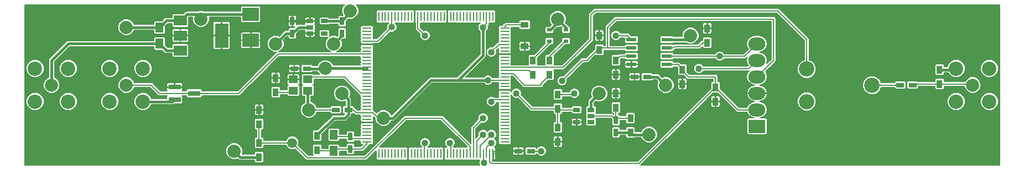
<source format=gbr>
G04 #@! TF.FileFunction,Copper,L1,Top,Signal*
%FSLAX46Y46*%
G04 Gerber Fmt 4.6, Leading zero omitted, Abs format (unit mm)*
G04 Created by KiCad (PCBNEW 4.0.7) date 01/20/18 15:01:13*
%MOMM*%
%LPD*%
G01*
G04 APERTURE LIST*
%ADD10C,0.100000*%
%ADD11R,1.450000X0.250000*%
%ADD12R,0.250000X1.450000*%
%ADD13R,0.750000X1.200000*%
%ADD14R,1.250000X1.500000*%
%ADD15R,1.200000X0.750000*%
%ADD16R,2.500000X2.000000*%
%ADD17R,1.900000X0.800000*%
%ADD18R,0.800000X0.600000*%
%ADD19R,1.200000X0.900000*%
%ADD20C,2.200000*%
%ADD21C,2.000000*%
%ADD22R,2.600000X2.000000*%
%ADD23O,2.600000X2.000000*%
%ADD24R,0.900000X1.200000*%
%ADD25C,2.340000*%
%ADD26C,1.500000*%
%ADD27R,2.000000X3.800000*%
%ADD28R,2.000000X1.500000*%
%ADD29R,1.060000X0.650000*%
%ADD30R,1.550000X0.600000*%
%ADD31R,1.400000X1.200000*%
%ADD32C,1.016000*%
%ADD33C,2.032000*%
%ADD34C,0.203200*%
%ADD35C,0.381000*%
%ADD36C,0.150000*%
G04 APERTURE END LIST*
D10*
D11*
X116840000Y-39510000D03*
X116840000Y-40010000D03*
X116840000Y-40510000D03*
X116840000Y-41010000D03*
X116840000Y-41510000D03*
X116840000Y-42010000D03*
X116840000Y-42510000D03*
X116840000Y-43010000D03*
X116840000Y-43510000D03*
X116840000Y-44010000D03*
X116840000Y-44510000D03*
X116840000Y-45010000D03*
X116840000Y-45510000D03*
X116840000Y-46010000D03*
X116840000Y-46510000D03*
X116840000Y-47010000D03*
X116840000Y-47510000D03*
X116840000Y-48010000D03*
X116840000Y-48510000D03*
X116840000Y-49010000D03*
X116840000Y-49510000D03*
X116840000Y-50010000D03*
X116840000Y-50510000D03*
X116840000Y-51010000D03*
X116840000Y-51510000D03*
X116840000Y-52010000D03*
X116840000Y-52510000D03*
X116840000Y-53010000D03*
X116840000Y-53510000D03*
X116840000Y-54010000D03*
X116840000Y-54510000D03*
X116840000Y-55010000D03*
X116840000Y-55510000D03*
X116840000Y-56010000D03*
X116840000Y-56510000D03*
X116840000Y-57010000D03*
D12*
X118640000Y-58810000D03*
X119140000Y-58810000D03*
X119640000Y-58810000D03*
X120140000Y-58810000D03*
X120640000Y-58810000D03*
X121140000Y-58810000D03*
X121640000Y-58810000D03*
X122140000Y-58810000D03*
X122640000Y-58810000D03*
X123140000Y-58810000D03*
X123640000Y-58810000D03*
X124140000Y-58810000D03*
X124640000Y-58810000D03*
X125140000Y-58810000D03*
X125640000Y-58810000D03*
X126140000Y-58810000D03*
X126640000Y-58810000D03*
X127140000Y-58810000D03*
X127640000Y-58810000D03*
X128140000Y-58810000D03*
X128640000Y-58810000D03*
X129140000Y-58810000D03*
X129640000Y-58810000D03*
X130140000Y-58810000D03*
X130640000Y-58810000D03*
X131140000Y-58810000D03*
X131640000Y-58810000D03*
X132140000Y-58810000D03*
X132640000Y-58810000D03*
X133140000Y-58810000D03*
X133640000Y-58810000D03*
X134140000Y-58810000D03*
X134640000Y-58810000D03*
X135140000Y-58810000D03*
X135640000Y-58810000D03*
X136140000Y-58810000D03*
D11*
X137940000Y-57010000D03*
X137940000Y-56510000D03*
X137940000Y-56010000D03*
X137940000Y-55510000D03*
X137940000Y-55010000D03*
X137940000Y-54510000D03*
X137940000Y-54010000D03*
X137940000Y-53510000D03*
X137940000Y-53010000D03*
X137940000Y-52510000D03*
X137940000Y-52010000D03*
X137940000Y-51510000D03*
X137940000Y-51010000D03*
X137940000Y-50510000D03*
X137940000Y-50010000D03*
X137940000Y-49510000D03*
X137940000Y-49010000D03*
X137940000Y-48510000D03*
X137940000Y-48010000D03*
X137940000Y-47510000D03*
X137940000Y-47010000D03*
X137940000Y-46510000D03*
X137940000Y-46010000D03*
X137940000Y-45510000D03*
X137940000Y-45010000D03*
X137940000Y-44510000D03*
X137940000Y-44010000D03*
X137940000Y-43510000D03*
X137940000Y-43010000D03*
X137940000Y-42510000D03*
X137940000Y-42010000D03*
X137940000Y-41510000D03*
X137940000Y-41010000D03*
X137940000Y-40510000D03*
X137940000Y-40010000D03*
X137940000Y-39510000D03*
D12*
X136140000Y-37710000D03*
X135640000Y-37710000D03*
X135140000Y-37710000D03*
X134640000Y-37710000D03*
X134140000Y-37710000D03*
X133640000Y-37710000D03*
X133140000Y-37710000D03*
X132640000Y-37710000D03*
X132140000Y-37710000D03*
X131640000Y-37710000D03*
X131140000Y-37710000D03*
X130640000Y-37710000D03*
X130140000Y-37710000D03*
X129640000Y-37710000D03*
X129140000Y-37710000D03*
X128640000Y-37710000D03*
X128140000Y-37710000D03*
X127640000Y-37710000D03*
X127140000Y-37710000D03*
X126640000Y-37710000D03*
X126140000Y-37710000D03*
X125640000Y-37710000D03*
X125140000Y-37710000D03*
X124640000Y-37710000D03*
X124140000Y-37710000D03*
X123640000Y-37710000D03*
X123140000Y-37710000D03*
X122640000Y-37710000D03*
X122140000Y-37710000D03*
X121640000Y-37710000D03*
X121140000Y-37710000D03*
X120640000Y-37710000D03*
X120140000Y-37710000D03*
X119640000Y-37710000D03*
X119140000Y-37710000D03*
X118640000Y-37710000D03*
D13*
X105410000Y-38420000D03*
X105410000Y-40320000D03*
D14*
X85090000Y-41890000D03*
X85090000Y-39390000D03*
D15*
X157800000Y-46990000D03*
X159700000Y-46990000D03*
D16*
X99060000Y-41370000D03*
X99060000Y-37370000D03*
D13*
X113030000Y-38420000D03*
X113030000Y-40320000D03*
X154940000Y-53660000D03*
X154940000Y-55560000D03*
D15*
X200340000Y-48260000D03*
X198440000Y-48260000D03*
D14*
X111760000Y-58400000D03*
X111760000Y-55900000D03*
D13*
X114300000Y-58100000D03*
X114300000Y-56200000D03*
D15*
X140020000Y-58420000D03*
X141920000Y-58420000D03*
X113980000Y-52070000D03*
X112080000Y-52070000D03*
X105730000Y-45720000D03*
X107630000Y-45720000D03*
D17*
X87400000Y-48580000D03*
X87400000Y-50480000D03*
X90400000Y-49530000D03*
D18*
X144780000Y-39790000D03*
X144780000Y-41490000D03*
X147320000Y-39790000D03*
X147320000Y-41490000D03*
D19*
X140970000Y-38990000D03*
X140970000Y-42290000D03*
D20*
X66040000Y-45720000D03*
X66040000Y-50800000D03*
X71120000Y-50800000D03*
X71120000Y-45720000D03*
D21*
X68580000Y-48260000D03*
D22*
X176530000Y-54610000D03*
D23*
X176530000Y-52070000D03*
X176530000Y-49530000D03*
X176530000Y-46990000D03*
X176530000Y-44450000D03*
X176530000Y-41910000D03*
D20*
X77470000Y-50800000D03*
X77470000Y-45720000D03*
X82550000Y-45720000D03*
X82550000Y-50800000D03*
D21*
X80010000Y-48260000D03*
D20*
X207010000Y-50800000D03*
X207010000Y-45720000D03*
X212090000Y-45720000D03*
X212090000Y-50800000D03*
D21*
X209550000Y-48260000D03*
D24*
X168910000Y-39540000D03*
X168910000Y-41740000D03*
X165100000Y-48090000D03*
X165100000Y-45890000D03*
X154940000Y-46650000D03*
X154940000Y-44450000D03*
X154940000Y-49530000D03*
X154940000Y-51730000D03*
X142240000Y-46650000D03*
X142240000Y-44450000D03*
X204470000Y-48090000D03*
X204470000Y-45890000D03*
X144780000Y-46650000D03*
X144780000Y-44450000D03*
X109220000Y-58250000D03*
X109220000Y-56050000D03*
X170180000Y-50800000D03*
X170180000Y-48600000D03*
X146050000Y-56980000D03*
X146050000Y-54780000D03*
X146050000Y-51900000D03*
X146050000Y-49700000D03*
X100330000Y-52070000D03*
X100330000Y-54270000D03*
X152400000Y-40640000D03*
X152400000Y-42840000D03*
X102870000Y-49360000D03*
X102870000Y-47160000D03*
X100330000Y-57150000D03*
X100330000Y-59350000D03*
D25*
X184150000Y-45800000D03*
X194150000Y-48300000D03*
X184150000Y-50800000D03*
D26*
X105410000Y-57150000D03*
D27*
X94590000Y-40640000D03*
D28*
X88290000Y-40640000D03*
X88290000Y-42940000D03*
X88290000Y-38340000D03*
D29*
X108120000Y-38420000D03*
X108120000Y-39370000D03*
X108120000Y-40320000D03*
X110320000Y-40320000D03*
X110320000Y-38420000D03*
D30*
X162720000Y-45085000D03*
X162720000Y-43815000D03*
X162720000Y-42545000D03*
X162720000Y-41275000D03*
X157320000Y-41275000D03*
X157320000Y-42545000D03*
X157320000Y-43815000D03*
X157320000Y-45085000D03*
D29*
X151130000Y-53970000D03*
X151130000Y-53020000D03*
X151130000Y-52070000D03*
X148930000Y-52070000D03*
X148930000Y-53970000D03*
D31*
X105580000Y-49110000D03*
X107780000Y-49110000D03*
X107780000Y-47410000D03*
X105580000Y-47410000D03*
D24*
X157160000Y-53360000D03*
X157160000Y-55560000D03*
D32*
X118273790Y-43193523D03*
X123190000Y-40640000D03*
X135890000Y-44450000D03*
X123140000Y-57200000D03*
X148590000Y-49530000D03*
X135890000Y-50800000D03*
D33*
X110490000Y-45669190D03*
X160020000Y-55880000D03*
D32*
X120640000Y-39360000D03*
D33*
X146050000Y-38100000D03*
X111760000Y-41910000D03*
D32*
X134782976Y-60207290D03*
X143510000Y-58420000D03*
X125730000Y-40640000D03*
X135890000Y-43180000D03*
X129540000Y-57150000D03*
D33*
X96520000Y-58420000D03*
X152400000Y-49580810D03*
X166370000Y-40640000D03*
X162560000Y-48260000D03*
X107950000Y-52070000D03*
X102870000Y-41910000D03*
X91440000Y-38100000D03*
X80010000Y-39370000D03*
X119380000Y-53340000D03*
X114300000Y-36830000D03*
X113030000Y-49580800D03*
D32*
X135370000Y-47510000D03*
X134620000Y-39370000D03*
X125730000Y-57150000D03*
X146685000Y-47625000D03*
X135890000Y-57150000D03*
X154940000Y-40640000D03*
X167640000Y-45720000D03*
X134620000Y-55880000D03*
X135890000Y-55880000D03*
X170815000Y-43815000D03*
X134620000Y-53340000D03*
X139700000Y-49530000D03*
D34*
X136140000Y-58810000D02*
X136140000Y-58670000D01*
X138896800Y-58420000D02*
X139700000Y-58420000D01*
X136140000Y-58670000D02*
X136390000Y-58420000D01*
X136390000Y-58420000D02*
X138896800Y-58420000D01*
X116840000Y-42010000D02*
X117768200Y-42010000D01*
X117768200Y-42010000D02*
X118273790Y-42515590D01*
X118273790Y-42515590D02*
X118273790Y-43193523D01*
X124140000Y-37710000D02*
X124140000Y-39690000D01*
X124140000Y-39690000D02*
X123190000Y-40640000D01*
X137940000Y-43510000D02*
X136830000Y-43510000D01*
X136830000Y-43510000D02*
X135890000Y-44450000D01*
X123140000Y-58810000D02*
X123140000Y-57200000D01*
D35*
X99060000Y-41370000D02*
X99060000Y-41910000D01*
X105410000Y-38420000D02*
X108120000Y-38420000D01*
X87400000Y-48580000D02*
X87400000Y-48490000D01*
X94590000Y-40640000D02*
X95320000Y-41370000D01*
X157480000Y-55880000D02*
X160020000Y-55880000D01*
D34*
X146050000Y-49700000D02*
X148420000Y-49700000D01*
X148420000Y-49700000D02*
X148590000Y-49530000D01*
X137940000Y-50510000D02*
X136180000Y-50510000D01*
X136180000Y-50510000D02*
X135890000Y-50800000D01*
D35*
X107630000Y-45720000D02*
X110439190Y-45720000D01*
X110439190Y-45720000D02*
X110490000Y-45669190D01*
X116789190Y-45669190D02*
X111926840Y-45669190D01*
X111926840Y-45669190D02*
X110490000Y-45669190D01*
X116840000Y-45720000D02*
X116789190Y-45669190D01*
D34*
X116840000Y-45510000D02*
X116840000Y-46010000D01*
X116840000Y-41510000D02*
X118490000Y-41510000D01*
X118490000Y-41510000D02*
X120640000Y-39360000D01*
D35*
X154940000Y-55560000D02*
X157160000Y-55560000D01*
X157160000Y-55560000D02*
X157480000Y-55880000D01*
D34*
X120640000Y-37710000D02*
X120640000Y-39360000D01*
D35*
X147320000Y-39790000D02*
X147320000Y-39370000D01*
X147320000Y-39370000D02*
X146050000Y-38100000D01*
X146050000Y-38620000D02*
X146050000Y-38100000D01*
X144780000Y-39790000D02*
X144880000Y-39790000D01*
X144880000Y-39790000D02*
X146050000Y-38620000D01*
X204470000Y-45890000D02*
X206840000Y-45890000D01*
X206840000Y-45890000D02*
X207010000Y-45720000D01*
X113030000Y-40320000D02*
X113030000Y-40640000D01*
X113030000Y-40640000D02*
X111760000Y-41910000D01*
D34*
X134640000Y-58810000D02*
X134640000Y-60064314D01*
X134640000Y-60064314D02*
X134782976Y-60207290D01*
X141600000Y-58420000D02*
X143510000Y-58420000D01*
X124640000Y-37710000D02*
X124640000Y-39550000D01*
X124640000Y-39550000D02*
X125730000Y-40640000D01*
X137940000Y-42010000D02*
X137011800Y-42010000D01*
X137011800Y-42010000D02*
X135890000Y-43131800D01*
X135890000Y-43131800D02*
X135890000Y-43180000D01*
X112080000Y-52070000D02*
X107950000Y-52070000D01*
X129640000Y-58810000D02*
X129640000Y-57250000D01*
X129640000Y-57250000D02*
X129540000Y-57150000D01*
D35*
X100330000Y-59350000D02*
X97450000Y-59350000D01*
X97450000Y-59350000D02*
X96520000Y-58420000D01*
X151130000Y-52070000D02*
X151130000Y-50850810D01*
X151130000Y-50850810D02*
X152400000Y-49580810D01*
X162720000Y-41275000D02*
X165735000Y-41275000D01*
X165735000Y-41275000D02*
X166370000Y-40640000D01*
X161290000Y-46990000D02*
X162560000Y-48260000D01*
X159700000Y-46990000D02*
X161290000Y-46990000D01*
X107950000Y-52070000D02*
X107780000Y-51900000D01*
X107780000Y-51900000D02*
X107780000Y-49110000D01*
X102870000Y-41910000D02*
X104460000Y-40320000D01*
X104460000Y-40320000D02*
X105410000Y-40320000D01*
X108120000Y-39370000D02*
X106360000Y-39370000D01*
X106360000Y-39370000D02*
X105410000Y-40320000D01*
X91440000Y-37370000D02*
X91440000Y-38100000D01*
X87400000Y-50480000D02*
X87080000Y-50800000D01*
X87080000Y-50800000D02*
X82550000Y-50800000D01*
X99060000Y-37370000D02*
X91440000Y-37370000D01*
X91440000Y-37370000D02*
X89260000Y-37370000D01*
X89260000Y-37370000D02*
X88290000Y-38340000D01*
X85110000Y-39370000D02*
X80010000Y-39370000D01*
X88290000Y-38340000D02*
X86140000Y-38340000D01*
X86140000Y-38340000D02*
X85110000Y-39370000D01*
X68580000Y-48260000D02*
X68580000Y-44450000D01*
X71140000Y-41890000D02*
X85090000Y-41890000D01*
X68580000Y-44450000D02*
X71140000Y-41890000D01*
X85090000Y-41890000D02*
X86140000Y-42940000D01*
X86140000Y-42940000D02*
X88290000Y-42940000D01*
X126646840Y-47510000D02*
X130810000Y-47510000D01*
X130810000Y-47510000D02*
X134651580Y-47510000D01*
X134620000Y-39370000D02*
X134620000Y-43700000D01*
X134620000Y-43700000D02*
X130810000Y-47510000D01*
X119380000Y-53340000D02*
X120816840Y-53340000D01*
X120816840Y-53340000D02*
X126646840Y-47510000D01*
X134651580Y-47510000D02*
X135370000Y-47510000D01*
D34*
X118598200Y-53340000D02*
X119380000Y-53340000D01*
X116840000Y-52510000D02*
X117768200Y-52510000D01*
X117768200Y-52510000D02*
X118598200Y-53340000D01*
D35*
X114300000Y-36830000D02*
X114300000Y-37150000D01*
X114300000Y-37150000D02*
X113030000Y-38420000D01*
X113980000Y-52070000D02*
X113980000Y-50530800D01*
X113980000Y-50530800D02*
X113030000Y-49580800D01*
X109220000Y-56050000D02*
X109220000Y-55900000D01*
X109220000Y-55900000D02*
X111780000Y-53340000D01*
X111780000Y-53340000D02*
X113466000Y-53340000D01*
X113980000Y-52826000D02*
X113980000Y-52070000D01*
X113466000Y-53340000D02*
X113980000Y-52826000D01*
X110320000Y-38420000D02*
X113030000Y-38420000D01*
D34*
X137940000Y-47510000D02*
X135370000Y-47510000D01*
X135140000Y-37710000D02*
X135140000Y-38850000D01*
X135140000Y-38850000D02*
X134620000Y-39370000D01*
X113980000Y-52070000D02*
X114783200Y-52070000D01*
X114783200Y-52070000D02*
X115223200Y-52510000D01*
X115223200Y-52510000D02*
X115911800Y-52510000D01*
X115911800Y-52510000D02*
X116840000Y-52510000D01*
X125640000Y-58810000D02*
X125640000Y-57240000D01*
X125640000Y-57240000D02*
X125730000Y-57150000D01*
X157160000Y-53360000D02*
X155240000Y-53360000D01*
X155240000Y-53360000D02*
X154940000Y-53660000D01*
X151130000Y-53020000D02*
X154300000Y-53020000D01*
X154300000Y-53020000D02*
X154940000Y-53660000D01*
X154940000Y-51730000D02*
X154940000Y-53660000D01*
X204470000Y-48090000D02*
X200510000Y-48090000D01*
X200510000Y-48090000D02*
X200340000Y-48260000D01*
X204470000Y-48090000D02*
X209380000Y-48090000D01*
X209380000Y-48090000D02*
X209550000Y-48260000D01*
X203816800Y-48090000D02*
X204470000Y-48090000D01*
X198440000Y-48260000D02*
X194190000Y-48260000D01*
X194190000Y-48260000D02*
X194150000Y-48300000D01*
X198400000Y-48300000D02*
X198440000Y-48260000D01*
X111760000Y-58400000D02*
X109370000Y-58400000D01*
X109370000Y-58400000D02*
X109220000Y-58250000D01*
X114300000Y-58100000D02*
X112060000Y-58100000D01*
X112060000Y-58100000D02*
X111760000Y-58400000D01*
X116840000Y-57010000D02*
X116840000Y-57338200D01*
X116840000Y-57338200D02*
X116078200Y-58100000D01*
X116078200Y-58100000D02*
X114878200Y-58100000D01*
X114878200Y-58100000D02*
X114300000Y-58100000D01*
X114300000Y-56200000D02*
X112060000Y-56200000D01*
X112060000Y-56200000D02*
X111760000Y-55900000D01*
X116840000Y-56510000D02*
X114610000Y-56510000D01*
X114610000Y-56510000D02*
X114300000Y-56200000D01*
X90400000Y-49530000D02*
X97204786Y-49530000D01*
X97204786Y-49530000D02*
X103224786Y-43510000D01*
X103224786Y-43510000D02*
X115911800Y-43510000D01*
X115911800Y-43510000D02*
X116840000Y-43510000D01*
X85090000Y-49530000D02*
X90400000Y-49530000D01*
X80010000Y-48260000D02*
X83820000Y-48260000D01*
X83820000Y-48260000D02*
X85090000Y-49530000D01*
X142240000Y-44450000D02*
X142240000Y-44300000D01*
X142240000Y-44300000D02*
X144780000Y-41760000D01*
X144780000Y-41760000D02*
X144780000Y-41490000D01*
X144780000Y-44450000D02*
X144780000Y-43930000D01*
X144780000Y-43930000D02*
X147220000Y-41490000D01*
X147220000Y-41490000D02*
X147320000Y-41490000D01*
X140970000Y-38990000D02*
X138131800Y-38990000D01*
X138131800Y-38990000D02*
X137940000Y-39181800D01*
X137940000Y-39181800D02*
X137940000Y-39510000D01*
X170180000Y-48600000D02*
X158455000Y-60325000D01*
X135640000Y-60075000D02*
X135640000Y-58810000D01*
X135890000Y-60325000D02*
X135640000Y-60075000D01*
X158455000Y-60325000D02*
X135890000Y-60325000D01*
X176530000Y-52070000D02*
X173650000Y-52070000D01*
X173650000Y-52070000D02*
X170180000Y-48600000D01*
X168910000Y-46990000D02*
X170180000Y-46990000D01*
X170180000Y-48600000D02*
X170180000Y-48450000D01*
X170180000Y-48450000D02*
X170180000Y-46990000D01*
X168910000Y-47010000D02*
X168910000Y-46990000D01*
X166050000Y-46990000D02*
X168910000Y-46990000D01*
X165100000Y-45890000D02*
X165100000Y-46040000D01*
X165100000Y-46040000D02*
X166050000Y-46990000D01*
X162720000Y-45085000D02*
X164445000Y-45085000D01*
X164445000Y-45085000D02*
X165100000Y-45740000D01*
X165100000Y-45740000D02*
X165100000Y-45890000D01*
X135890000Y-57150000D02*
X135140000Y-57900000D01*
X149860000Y-44450000D02*
X146685000Y-47625000D01*
X152105000Y-42840000D02*
X150495000Y-44450000D01*
X150495000Y-44450000D02*
X149860000Y-44450000D01*
X135140000Y-57900000D02*
X135140000Y-58810000D01*
X152400000Y-42840000D02*
X152105000Y-42840000D01*
X153670000Y-42545000D02*
X153670000Y-41910000D01*
X179070000Y-44450000D02*
X179070000Y-38100000D01*
X179070000Y-38100000D02*
X154940000Y-38100000D01*
X154940000Y-38100000D02*
X153670000Y-39370000D01*
X153670000Y-39370000D02*
X153670000Y-41910000D01*
X179070000Y-44450000D02*
X176530000Y-46990000D01*
X152060000Y-43180000D02*
X152400000Y-42840000D01*
X157320000Y-42545000D02*
X153670000Y-42545000D01*
X153670000Y-42545000D02*
X152695000Y-42545000D01*
X152695000Y-42545000D02*
X152400000Y-42840000D01*
X156685000Y-40640000D02*
X154940000Y-40640000D01*
X157320000Y-41275000D02*
X156685000Y-40640000D01*
X134620000Y-55880000D02*
X133640000Y-56860000D01*
X175260000Y-45720000D02*
X167640000Y-45720000D01*
X176530000Y-44450000D02*
X175260000Y-45720000D01*
X133640000Y-56860000D02*
X133640000Y-58810000D01*
X134140000Y-57630000D02*
X134140000Y-58810000D01*
X135890000Y-55880000D02*
X134140000Y-57630000D01*
X176530000Y-41910000D02*
X174625000Y-43815000D01*
X174625000Y-43815000D02*
X170815000Y-43815000D01*
X170815000Y-43815000D02*
X162720000Y-43815000D01*
X163698200Y-42545000D02*
X162720000Y-42545000D01*
X168910000Y-41740000D02*
X168256800Y-41740000D01*
X168256800Y-41740000D02*
X167629632Y-42367168D01*
X167629632Y-42367168D02*
X163876032Y-42367168D01*
X163876032Y-42367168D02*
X163698200Y-42545000D01*
X157320000Y-43815000D02*
X155575000Y-43815000D01*
X155575000Y-43815000D02*
X154940000Y-44450000D01*
X137940000Y-46010000D02*
X141600000Y-46010000D01*
X141600000Y-46010000D02*
X142240000Y-46650000D01*
X137940000Y-46510000D02*
X139220000Y-46510000D01*
X139220000Y-46510000D02*
X140970000Y-48260000D01*
X140970000Y-48260000D02*
X143510000Y-48260000D01*
X143510000Y-48260000D02*
X143510000Y-48070000D01*
X143510000Y-48070000D02*
X144780000Y-46800000D01*
X144780000Y-46800000D02*
X144780000Y-46650000D01*
X146050000Y-54780000D02*
X146050000Y-51900000D01*
X134620000Y-53340000D02*
X133140000Y-54820000D01*
X133140000Y-54820000D02*
X133140000Y-58810000D01*
X142070000Y-51900000D02*
X139700000Y-49530000D01*
X146050000Y-51900000D02*
X142070000Y-51900000D01*
X148930000Y-52070000D02*
X146220000Y-52070000D01*
X146220000Y-52070000D02*
X146050000Y-51900000D01*
X105410000Y-57150000D02*
X107714801Y-59454801D01*
X116596557Y-59454801D02*
X122711358Y-53340000D01*
X107714801Y-59454801D02*
X116596557Y-59454801D01*
X122711358Y-53340000D02*
X128270000Y-53340000D01*
X132640000Y-57881800D02*
X132640000Y-58810000D01*
X128270000Y-53340000D02*
X132640000Y-57710000D01*
X132640000Y-57710000D02*
X132640000Y-57881800D01*
X100330000Y-57150000D02*
X105410000Y-57150000D01*
X100330000Y-54270000D02*
X100330000Y-57150000D01*
X102870000Y-49360000D02*
X105330000Y-49360000D01*
X105330000Y-49360000D02*
X105580000Y-49110000D01*
X137940000Y-45510000D02*
X146895000Y-45510000D01*
X184150000Y-41275000D02*
X184150000Y-45800000D01*
X179705000Y-36830000D02*
X184150000Y-41275000D01*
X151765000Y-36830000D02*
X179705000Y-36830000D01*
X151130000Y-37465000D02*
X151765000Y-36830000D01*
X151130000Y-41275000D02*
X151130000Y-37465000D01*
X146895000Y-45510000D02*
X151130000Y-41275000D01*
X115911800Y-49510000D02*
X116840000Y-49510000D01*
X108300000Y-46990000D02*
X113391800Y-46990000D01*
X107880000Y-47410000D02*
X108300000Y-46990000D01*
X107780000Y-47410000D02*
X107880000Y-47410000D01*
X113391800Y-46990000D02*
X115911800Y-49510000D01*
D36*
G36*
X113203470Y-36095937D02*
X113006025Y-36571438D01*
X113005576Y-37086303D01*
X113191531Y-37536350D01*
X112655000Y-37536350D01*
X112551905Y-37555749D01*
X112457219Y-37616677D01*
X112393698Y-37709644D01*
X112371350Y-37820000D01*
X112371350Y-37951300D01*
X111088123Y-37951300D01*
X111053323Y-37897219D01*
X110960356Y-37833698D01*
X110850000Y-37811350D01*
X109790000Y-37811350D01*
X109686905Y-37830749D01*
X109592219Y-37891677D01*
X109528698Y-37984644D01*
X109506350Y-38095000D01*
X109506350Y-38745000D01*
X109525749Y-38848095D01*
X109586677Y-38942781D01*
X109679644Y-39006302D01*
X109790000Y-39028650D01*
X110850000Y-39028650D01*
X110953095Y-39009251D01*
X111047781Y-38948323D01*
X111088519Y-38888700D01*
X112371350Y-38888700D01*
X112371350Y-39020000D01*
X112390749Y-39123095D01*
X112451677Y-39217781D01*
X112544644Y-39281302D01*
X112655000Y-39303650D01*
X113405000Y-39303650D01*
X113508095Y-39284251D01*
X113602781Y-39223323D01*
X113666302Y-39130356D01*
X113688650Y-39020000D01*
X113688650Y-38424192D01*
X114004292Y-38108550D01*
X114041438Y-38123975D01*
X114556303Y-38124424D01*
X115032148Y-37927809D01*
X115396530Y-37564063D01*
X115593975Y-37088562D01*
X115594424Y-36573697D01*
X115397809Y-36097852D01*
X115210285Y-35910000D01*
X213645000Y-35910000D01*
X213645000Y-60610000D01*
X158698953Y-60610000D01*
X158723559Y-60593559D01*
X168423368Y-50893750D01*
X169455000Y-50893750D01*
X169455000Y-51454701D01*
X169496866Y-51555775D01*
X169574225Y-51633134D01*
X169675299Y-51675000D01*
X170086250Y-51675000D01*
X170155000Y-51606250D01*
X170155000Y-50825000D01*
X170205000Y-50825000D01*
X170205000Y-51606250D01*
X170273750Y-51675000D01*
X170684701Y-51675000D01*
X170785775Y-51633134D01*
X170863134Y-51555775D01*
X170905000Y-51454701D01*
X170905000Y-50893750D01*
X170836250Y-50825000D01*
X170205000Y-50825000D01*
X170155000Y-50825000D01*
X169523750Y-50825000D01*
X169455000Y-50893750D01*
X168423368Y-50893750D01*
X169171819Y-50145299D01*
X169455000Y-50145299D01*
X169455000Y-50706250D01*
X169523750Y-50775000D01*
X170155000Y-50775000D01*
X170155000Y-49993750D01*
X170205000Y-49993750D01*
X170205000Y-50775000D01*
X170836250Y-50775000D01*
X170905000Y-50706250D01*
X170905000Y-50145299D01*
X170863134Y-50044225D01*
X170785775Y-49966866D01*
X170684701Y-49925000D01*
X170273750Y-49925000D01*
X170205000Y-49993750D01*
X170155000Y-49993750D01*
X170086250Y-49925000D01*
X169675299Y-49925000D01*
X169574225Y-49966866D01*
X169496866Y-50044225D01*
X169455000Y-50145299D01*
X169171819Y-50145299D01*
X169833468Y-49483650D01*
X170526532Y-49483650D01*
X173381441Y-52338559D01*
X173504657Y-52420889D01*
X173650000Y-52449800D01*
X174996428Y-52449800D01*
X175018178Y-52559146D01*
X175295257Y-52973824D01*
X175709935Y-53250903D01*
X176089233Y-53326350D01*
X175230000Y-53326350D01*
X175126905Y-53345749D01*
X175032219Y-53406677D01*
X174968698Y-53499644D01*
X174946350Y-53610000D01*
X174946350Y-55610000D01*
X174965749Y-55713095D01*
X175026677Y-55807781D01*
X175119644Y-55871302D01*
X175230000Y-55893650D01*
X177830000Y-55893650D01*
X177933095Y-55874251D01*
X178027781Y-55813323D01*
X178091302Y-55720356D01*
X178113650Y-55610000D01*
X178113650Y-53610000D01*
X178094251Y-53506905D01*
X178033323Y-53412219D01*
X177940356Y-53348698D01*
X177830000Y-53326350D01*
X176970767Y-53326350D01*
X177350065Y-53250903D01*
X177764743Y-52973824D01*
X178041822Y-52559146D01*
X178139119Y-52070000D01*
X178041822Y-51580854D01*
X177764743Y-51166176D01*
X177645950Y-51086801D01*
X182701549Y-51086801D01*
X182921560Y-51619268D01*
X183328589Y-52027008D01*
X183860671Y-52247948D01*
X184436801Y-52248451D01*
X184969268Y-52028440D01*
X185377008Y-51621411D01*
X185597948Y-51089329D01*
X185597962Y-51072938D01*
X205631561Y-51072938D01*
X205840937Y-51579668D01*
X206228293Y-51967700D01*
X206734656Y-52177961D01*
X207282938Y-52178439D01*
X207789668Y-51969063D01*
X208177700Y-51581707D01*
X208387961Y-51075344D01*
X208387963Y-51072938D01*
X210711561Y-51072938D01*
X210920937Y-51579668D01*
X211308293Y-51967700D01*
X211814656Y-52177961D01*
X212362938Y-52178439D01*
X212869668Y-51969063D01*
X213257700Y-51581707D01*
X213467961Y-51075344D01*
X213468439Y-50527062D01*
X213259063Y-50020332D01*
X212871707Y-49632300D01*
X212365344Y-49422039D01*
X211817062Y-49421561D01*
X211310332Y-49630937D01*
X210922300Y-50018293D01*
X210712039Y-50524656D01*
X210711561Y-51072938D01*
X208387963Y-51072938D01*
X208388439Y-50527062D01*
X208179063Y-50020332D01*
X207791707Y-49632300D01*
X207285344Y-49422039D01*
X206737062Y-49421561D01*
X206230332Y-49630937D01*
X205842300Y-50018293D01*
X205632039Y-50524656D01*
X205631561Y-51072938D01*
X185597962Y-51072938D01*
X185598451Y-50513199D01*
X185378440Y-49980732D01*
X184971411Y-49572992D01*
X184439329Y-49352052D01*
X183863199Y-49351549D01*
X183330732Y-49571560D01*
X182922992Y-49978589D01*
X182702052Y-50510671D01*
X182701549Y-51086801D01*
X177645950Y-51086801D01*
X177350065Y-50889097D01*
X176889372Y-50797460D01*
X177341018Y-50698379D01*
X177749238Y-50413883D01*
X178017513Y-49994824D01*
X178085150Y-49754108D01*
X178035991Y-49555000D01*
X176555000Y-49555000D01*
X176555000Y-49575000D01*
X176505000Y-49575000D01*
X176505000Y-49555000D01*
X175024009Y-49555000D01*
X174974850Y-49754108D01*
X175042487Y-49994824D01*
X175310762Y-50413883D01*
X175718982Y-50698379D01*
X176170628Y-50797460D01*
X175709935Y-50889097D01*
X175295257Y-51166176D01*
X175018178Y-51580854D01*
X174996428Y-51690200D01*
X173807318Y-51690200D01*
X170913650Y-48796532D01*
X170913650Y-48000000D01*
X170894251Y-47896905D01*
X170833323Y-47802219D01*
X170740356Y-47738698D01*
X170630000Y-47716350D01*
X170559800Y-47716350D01*
X170559800Y-46990000D01*
X170530889Y-46844657D01*
X170448559Y-46721441D01*
X170325343Y-46639111D01*
X170180000Y-46610200D01*
X166207318Y-46610200D01*
X165833650Y-46236532D01*
X165833650Y-45290000D01*
X165814251Y-45186905D01*
X165753323Y-45092219D01*
X165660356Y-45028698D01*
X165550000Y-45006350D01*
X164903468Y-45006350D01*
X164713559Y-44816441D01*
X164590343Y-44734111D01*
X164445000Y-44705200D01*
X163763634Y-44705200D01*
X163759251Y-44681905D01*
X163698323Y-44587219D01*
X163605356Y-44523698D01*
X163495000Y-44501350D01*
X161945000Y-44501350D01*
X161841905Y-44520749D01*
X161747219Y-44581677D01*
X161683698Y-44674644D01*
X161661350Y-44785000D01*
X161661350Y-45385000D01*
X161680749Y-45488095D01*
X161741677Y-45582781D01*
X161834644Y-45646302D01*
X161945000Y-45668650D01*
X163495000Y-45668650D01*
X163598095Y-45649251D01*
X163692781Y-45588323D01*
X163756302Y-45495356D01*
X163762490Y-45464800D01*
X164287682Y-45464800D01*
X164366350Y-45543468D01*
X164366350Y-46490000D01*
X164385749Y-46593095D01*
X164446677Y-46687781D01*
X164539644Y-46751302D01*
X164650000Y-46773650D01*
X165296532Y-46773650D01*
X165781441Y-47258559D01*
X165904657Y-47340889D01*
X166050000Y-47369800D01*
X168809455Y-47369800D01*
X168910000Y-47389800D01*
X169010545Y-47369800D01*
X169800200Y-47369800D01*
X169800200Y-47716350D01*
X169730000Y-47716350D01*
X169626905Y-47735749D01*
X169532219Y-47796677D01*
X169468698Y-47889644D01*
X169446350Y-48000000D01*
X169446350Y-48796532D01*
X158297682Y-59945200D01*
X136047318Y-59945200D01*
X136019800Y-59917682D01*
X136019800Y-59810000D01*
X136046250Y-59810000D01*
X136115000Y-59741250D01*
X136115000Y-58835000D01*
X136165000Y-58835000D01*
X136165000Y-59741250D01*
X136233750Y-59810000D01*
X136319701Y-59810000D01*
X136420775Y-59768134D01*
X136498134Y-59690775D01*
X136540000Y-59589701D01*
X136540000Y-58903750D01*
X136471250Y-58835000D01*
X136165000Y-58835000D01*
X136115000Y-58835000D01*
X136095000Y-58835000D01*
X136095000Y-58785000D01*
X136115000Y-58785000D01*
X136115000Y-58765000D01*
X136165000Y-58765000D01*
X136165000Y-58785000D01*
X136471250Y-58785000D01*
X136540000Y-58716250D01*
X136540000Y-58513750D01*
X139145000Y-58513750D01*
X139145000Y-58849701D01*
X139186866Y-58950775D01*
X139264225Y-59028134D01*
X139365299Y-59070000D01*
X139926250Y-59070000D01*
X139995000Y-59001250D01*
X139995000Y-58445000D01*
X140045000Y-58445000D01*
X140045000Y-59001250D01*
X140113750Y-59070000D01*
X140674701Y-59070000D01*
X140775775Y-59028134D01*
X140853134Y-58950775D01*
X140895000Y-58849701D01*
X140895000Y-58513750D01*
X140826250Y-58445000D01*
X140045000Y-58445000D01*
X139995000Y-58445000D01*
X139213750Y-58445000D01*
X139145000Y-58513750D01*
X136540000Y-58513750D01*
X136540000Y-58030299D01*
X136523432Y-57990299D01*
X139145000Y-57990299D01*
X139145000Y-58326250D01*
X139213750Y-58395000D01*
X139995000Y-58395000D01*
X139995000Y-57838750D01*
X140045000Y-57838750D01*
X140045000Y-58395000D01*
X140826250Y-58395000D01*
X140895000Y-58326250D01*
X140895000Y-58045000D01*
X141036350Y-58045000D01*
X141036350Y-58795000D01*
X141055749Y-58898095D01*
X141116677Y-58992781D01*
X141209644Y-59056302D01*
X141320000Y-59078650D01*
X142520000Y-59078650D01*
X142623095Y-59059251D01*
X142717781Y-58998323D01*
X142781302Y-58905356D01*
X142802678Y-58799800D01*
X142816260Y-58799800D01*
X142843103Y-58864765D01*
X143064072Y-59086120D01*
X143352929Y-59206064D01*
X143665699Y-59206337D01*
X143954765Y-59086897D01*
X144176120Y-58865928D01*
X144296064Y-58577071D01*
X144296337Y-58264301D01*
X144176897Y-57975235D01*
X143955928Y-57753880D01*
X143667071Y-57633936D01*
X143354301Y-57633663D01*
X143065235Y-57753103D01*
X142843880Y-57974072D01*
X142816421Y-58040200D01*
X142802747Y-58040200D01*
X142784251Y-57941905D01*
X142723323Y-57847219D01*
X142630356Y-57783698D01*
X142520000Y-57761350D01*
X141320000Y-57761350D01*
X141216905Y-57780749D01*
X141122219Y-57841677D01*
X141058698Y-57934644D01*
X141036350Y-58045000D01*
X140895000Y-58045000D01*
X140895000Y-57990299D01*
X140853134Y-57889225D01*
X140775775Y-57811866D01*
X140674701Y-57770000D01*
X140113750Y-57770000D01*
X140045000Y-57838750D01*
X139995000Y-57838750D01*
X139926250Y-57770000D01*
X139365299Y-57770000D01*
X139264225Y-57811866D01*
X139186866Y-57889225D01*
X139145000Y-57990299D01*
X136523432Y-57990299D01*
X136498134Y-57929225D01*
X136420775Y-57851866D01*
X136335230Y-57816432D01*
X136556120Y-57595928D01*
X136676064Y-57307071D01*
X136676337Y-56994301D01*
X136556897Y-56705235D01*
X136366856Y-56514862D01*
X136556120Y-56325928D01*
X136676064Y-56037071D01*
X136676337Y-55724301D01*
X136556897Y-55435235D01*
X136335928Y-55213880D01*
X136047071Y-55093936D01*
X135734301Y-55093663D01*
X135445235Y-55213103D01*
X135254862Y-55403144D01*
X135065928Y-55213880D01*
X134777071Y-55093936D01*
X134464301Y-55093663D01*
X134175235Y-55213103D01*
X133953880Y-55434072D01*
X133833936Y-55722929D01*
X133833663Y-56035699D01*
X133861007Y-56101875D01*
X133519800Y-56443082D01*
X133519800Y-54977318D01*
X134398011Y-54099107D01*
X134462929Y-54126064D01*
X134775699Y-54126337D01*
X135064765Y-54006897D01*
X135286120Y-53785928D01*
X135406064Y-53497071D01*
X135406337Y-53184301D01*
X135286897Y-52895235D01*
X135065928Y-52673880D01*
X134777071Y-52553936D01*
X134464301Y-52553663D01*
X134175235Y-52673103D01*
X133953880Y-52894072D01*
X133833936Y-53182929D01*
X133833663Y-53495699D01*
X133861007Y-53561875D01*
X132871441Y-54551441D01*
X132789111Y-54674657D01*
X132760200Y-54820000D01*
X132760200Y-57293082D01*
X128538559Y-53071441D01*
X128415343Y-52989111D01*
X128270000Y-52960200D01*
X122711358Y-52960200D01*
X122566015Y-52989111D01*
X122442799Y-53071440D01*
X116439239Y-59075001D01*
X112668650Y-59075001D01*
X112668650Y-58479800D01*
X113641350Y-58479800D01*
X113641350Y-58700000D01*
X113660749Y-58803095D01*
X113721677Y-58897781D01*
X113814644Y-58961302D01*
X113925000Y-58983650D01*
X114675000Y-58983650D01*
X114778095Y-58964251D01*
X114872781Y-58903323D01*
X114936302Y-58810356D01*
X114958650Y-58700000D01*
X114958650Y-58479800D01*
X116078200Y-58479800D01*
X116223543Y-58450889D01*
X116346759Y-58368559D01*
X117108559Y-57606759D01*
X117190889Y-57483543D01*
X117203797Y-57418650D01*
X117565000Y-57418650D01*
X117668095Y-57399251D01*
X117762781Y-57338323D01*
X117826302Y-57245356D01*
X117848650Y-57135000D01*
X117848650Y-56885000D01*
X117829251Y-56781905D01*
X117815709Y-56760860D01*
X117826302Y-56745356D01*
X117848650Y-56635000D01*
X117848650Y-56385000D01*
X117829251Y-56281905D01*
X117815709Y-56260860D01*
X117826302Y-56245356D01*
X117848650Y-56135000D01*
X117848650Y-55885000D01*
X117829251Y-55781905D01*
X117815709Y-55760860D01*
X117826302Y-55745356D01*
X117848650Y-55635000D01*
X117848650Y-55385000D01*
X117829251Y-55281905D01*
X117815709Y-55260860D01*
X117826302Y-55245356D01*
X117848650Y-55135000D01*
X117848650Y-54885000D01*
X117829251Y-54781905D01*
X117815709Y-54760860D01*
X117826302Y-54745356D01*
X117848650Y-54635000D01*
X117848650Y-54385000D01*
X117829251Y-54281905D01*
X117812555Y-54255959D01*
X117840000Y-54189701D01*
X117840000Y-54103750D01*
X117771250Y-54035000D01*
X116865000Y-54035000D01*
X116865000Y-54055000D01*
X116815000Y-54055000D01*
X116815000Y-54035000D01*
X115908750Y-54035000D01*
X115840000Y-54103750D01*
X115840000Y-54189701D01*
X115867075Y-54255066D01*
X115853698Y-54274644D01*
X115831350Y-54385000D01*
X115831350Y-54635000D01*
X115850749Y-54738095D01*
X115864291Y-54759140D01*
X115853698Y-54774644D01*
X115831350Y-54885000D01*
X115831350Y-55135000D01*
X115850749Y-55238095D01*
X115864291Y-55259140D01*
X115853698Y-55274644D01*
X115831350Y-55385000D01*
X115831350Y-55635000D01*
X115850749Y-55738095D01*
X115864291Y-55759140D01*
X115853698Y-55774644D01*
X115831350Y-55885000D01*
X115831350Y-56130200D01*
X114958650Y-56130200D01*
X114958650Y-55600000D01*
X114939251Y-55496905D01*
X114878323Y-55402219D01*
X114785356Y-55338698D01*
X114675000Y-55316350D01*
X113925000Y-55316350D01*
X113821905Y-55335749D01*
X113727219Y-55396677D01*
X113663698Y-55489644D01*
X113641350Y-55600000D01*
X113641350Y-55820200D01*
X112668650Y-55820200D01*
X112668650Y-55150000D01*
X112649251Y-55046905D01*
X112588323Y-54952219D01*
X112495356Y-54888698D01*
X112385000Y-54866350D01*
X111135000Y-54866350D01*
X111031905Y-54885749D01*
X110937219Y-54946677D01*
X110873698Y-55039644D01*
X110851350Y-55150000D01*
X110851350Y-56650000D01*
X110870749Y-56753095D01*
X110931677Y-56847781D01*
X111024644Y-56911302D01*
X111135000Y-56933650D01*
X112385000Y-56933650D01*
X112488095Y-56914251D01*
X112582781Y-56853323D01*
X112646302Y-56760356D01*
X112668650Y-56650000D01*
X112668650Y-56579800D01*
X113641350Y-56579800D01*
X113641350Y-56800000D01*
X113660749Y-56903095D01*
X113721677Y-56997781D01*
X113814644Y-57061302D01*
X113925000Y-57083650D01*
X114675000Y-57083650D01*
X114778095Y-57064251D01*
X114872781Y-57003323D01*
X114936302Y-56910356D01*
X114940465Y-56889800D01*
X115831350Y-56889800D01*
X115831350Y-57135000D01*
X115850749Y-57238095D01*
X115911677Y-57332781D01*
X116004644Y-57396302D01*
X116115000Y-57418650D01*
X116222432Y-57418650D01*
X115920882Y-57720200D01*
X114958650Y-57720200D01*
X114958650Y-57500000D01*
X114939251Y-57396905D01*
X114878323Y-57302219D01*
X114785356Y-57238698D01*
X114675000Y-57216350D01*
X113925000Y-57216350D01*
X113821905Y-57235749D01*
X113727219Y-57296677D01*
X113663698Y-57389644D01*
X113641350Y-57500000D01*
X113641350Y-57720200D01*
X112668650Y-57720200D01*
X112668650Y-57650000D01*
X112649251Y-57546905D01*
X112588323Y-57452219D01*
X112495356Y-57388698D01*
X112385000Y-57366350D01*
X111135000Y-57366350D01*
X111031905Y-57385749D01*
X110937219Y-57446677D01*
X110873698Y-57539644D01*
X110851350Y-57650000D01*
X110851350Y-58020200D01*
X109953650Y-58020200D01*
X109953650Y-57650000D01*
X109934251Y-57546905D01*
X109873323Y-57452219D01*
X109780356Y-57388698D01*
X109670000Y-57366350D01*
X108770000Y-57366350D01*
X108666905Y-57385749D01*
X108572219Y-57446677D01*
X108508698Y-57539644D01*
X108486350Y-57650000D01*
X108486350Y-58850000D01*
X108505749Y-58953095D01*
X108566677Y-59047781D01*
X108606515Y-59075001D01*
X107872119Y-59075001D01*
X106354259Y-57557141D01*
X106438021Y-57355419D01*
X106438378Y-56946376D01*
X106282174Y-56568332D01*
X105993189Y-56278842D01*
X105615419Y-56121979D01*
X105206376Y-56121622D01*
X104828332Y-56277826D01*
X104538842Y-56566811D01*
X104454388Y-56770200D01*
X101063650Y-56770200D01*
X101063650Y-56550000D01*
X101044251Y-56446905D01*
X100983323Y-56352219D01*
X100890356Y-56288698D01*
X100780000Y-56266350D01*
X100709800Y-56266350D01*
X100709800Y-55153650D01*
X100780000Y-55153650D01*
X100883095Y-55134251D01*
X100977781Y-55073323D01*
X101041302Y-54980356D01*
X101063650Y-54870000D01*
X101063650Y-53670000D01*
X101044251Y-53566905D01*
X100983323Y-53472219D01*
X100890356Y-53408698D01*
X100780000Y-53386350D01*
X99880000Y-53386350D01*
X99776905Y-53405749D01*
X99682219Y-53466677D01*
X99618698Y-53559644D01*
X99596350Y-53670000D01*
X99596350Y-54870000D01*
X99615749Y-54973095D01*
X99676677Y-55067781D01*
X99769644Y-55131302D01*
X99880000Y-55153650D01*
X99950200Y-55153650D01*
X99950200Y-56266350D01*
X99880000Y-56266350D01*
X99776905Y-56285749D01*
X99682219Y-56346677D01*
X99618698Y-56439644D01*
X99596350Y-56550000D01*
X99596350Y-57750000D01*
X99615749Y-57853095D01*
X99676677Y-57947781D01*
X99769644Y-58011302D01*
X99880000Y-58033650D01*
X100780000Y-58033650D01*
X100883095Y-58014251D01*
X100977781Y-57953323D01*
X101041302Y-57860356D01*
X101063650Y-57750000D01*
X101063650Y-57529800D01*
X104454416Y-57529800D01*
X104537826Y-57731668D01*
X104826811Y-58021158D01*
X105204581Y-58178021D01*
X105613624Y-58178378D01*
X105817161Y-58094279D01*
X107446242Y-59723360D01*
X107569458Y-59805690D01*
X107714801Y-59834601D01*
X116596557Y-59834601D01*
X116741900Y-59805690D01*
X116865116Y-59723360D01*
X118231350Y-58357126D01*
X118231350Y-59535000D01*
X118250749Y-59638095D01*
X118311677Y-59732781D01*
X118404644Y-59796302D01*
X118515000Y-59818650D01*
X118765000Y-59818650D01*
X118868095Y-59799251D01*
X118889140Y-59785709D01*
X118904644Y-59796302D01*
X119015000Y-59818650D01*
X119265000Y-59818650D01*
X119368095Y-59799251D01*
X119389140Y-59785709D01*
X119404644Y-59796302D01*
X119515000Y-59818650D01*
X119765000Y-59818650D01*
X119868095Y-59799251D01*
X119889140Y-59785709D01*
X119904644Y-59796302D01*
X120015000Y-59818650D01*
X120265000Y-59818650D01*
X120368095Y-59799251D01*
X120389140Y-59785709D01*
X120404644Y-59796302D01*
X120515000Y-59818650D01*
X120765000Y-59818650D01*
X120868095Y-59799251D01*
X120889140Y-59785709D01*
X120904644Y-59796302D01*
X121015000Y-59818650D01*
X121265000Y-59818650D01*
X121368095Y-59799251D01*
X121389140Y-59785709D01*
X121404644Y-59796302D01*
X121515000Y-59818650D01*
X121765000Y-59818650D01*
X121868095Y-59799251D01*
X121889140Y-59785709D01*
X121904644Y-59796302D01*
X122015000Y-59818650D01*
X122265000Y-59818650D01*
X122368095Y-59799251D01*
X122389140Y-59785709D01*
X122404644Y-59796302D01*
X122515000Y-59818650D01*
X122765000Y-59818650D01*
X122868095Y-59799251D01*
X122894041Y-59782555D01*
X122960299Y-59810000D01*
X123046250Y-59810000D01*
X123115000Y-59741250D01*
X123115000Y-58835000D01*
X123095000Y-58835000D01*
X123095000Y-58785000D01*
X123115000Y-58785000D01*
X123115000Y-57878750D01*
X123165000Y-57878750D01*
X123165000Y-58785000D01*
X123185000Y-58785000D01*
X123185000Y-58835000D01*
X123165000Y-58835000D01*
X123165000Y-59741250D01*
X123233750Y-59810000D01*
X123319701Y-59810000D01*
X123385066Y-59782925D01*
X123404644Y-59796302D01*
X123515000Y-59818650D01*
X123765000Y-59818650D01*
X123868095Y-59799251D01*
X123889140Y-59785709D01*
X123904644Y-59796302D01*
X124015000Y-59818650D01*
X124265000Y-59818650D01*
X124368095Y-59799251D01*
X124389140Y-59785709D01*
X124404644Y-59796302D01*
X124515000Y-59818650D01*
X124765000Y-59818650D01*
X124868095Y-59799251D01*
X124889140Y-59785709D01*
X124904644Y-59796302D01*
X125015000Y-59818650D01*
X125265000Y-59818650D01*
X125368095Y-59799251D01*
X125389140Y-59785709D01*
X125404644Y-59796302D01*
X125515000Y-59818650D01*
X125765000Y-59818650D01*
X125868095Y-59799251D01*
X125889140Y-59785709D01*
X125904644Y-59796302D01*
X126015000Y-59818650D01*
X126265000Y-59818650D01*
X126368095Y-59799251D01*
X126389140Y-59785709D01*
X126404644Y-59796302D01*
X126515000Y-59818650D01*
X126765000Y-59818650D01*
X126868095Y-59799251D01*
X126889140Y-59785709D01*
X126904644Y-59796302D01*
X127015000Y-59818650D01*
X127265000Y-59818650D01*
X127368095Y-59799251D01*
X127389140Y-59785709D01*
X127404644Y-59796302D01*
X127515000Y-59818650D01*
X127765000Y-59818650D01*
X127868095Y-59799251D01*
X127889140Y-59785709D01*
X127904644Y-59796302D01*
X128015000Y-59818650D01*
X128265000Y-59818650D01*
X128368095Y-59799251D01*
X128394041Y-59782555D01*
X128460299Y-59810000D01*
X128546250Y-59810000D01*
X128615000Y-59741250D01*
X128615000Y-58835000D01*
X128595000Y-58835000D01*
X128595000Y-58785000D01*
X128615000Y-58785000D01*
X128615000Y-57878750D01*
X128546250Y-57810000D01*
X128460299Y-57810000D01*
X128394934Y-57837075D01*
X128375356Y-57823698D01*
X128265000Y-57801350D01*
X128015000Y-57801350D01*
X127911905Y-57820749D01*
X127890860Y-57834291D01*
X127875356Y-57823698D01*
X127765000Y-57801350D01*
X127515000Y-57801350D01*
X127411905Y-57820749D01*
X127390860Y-57834291D01*
X127375356Y-57823698D01*
X127265000Y-57801350D01*
X127015000Y-57801350D01*
X126911905Y-57820749D01*
X126890860Y-57834291D01*
X126875356Y-57823698D01*
X126765000Y-57801350D01*
X126515000Y-57801350D01*
X126411905Y-57820749D01*
X126390860Y-57834291D01*
X126375356Y-57823698D01*
X126265000Y-57801350D01*
X126190339Y-57801350D01*
X126396120Y-57595928D01*
X126516064Y-57307071D01*
X126516337Y-56994301D01*
X126396897Y-56705235D01*
X126175928Y-56483880D01*
X125887071Y-56363936D01*
X125574301Y-56363663D01*
X125285235Y-56483103D01*
X125063880Y-56704072D01*
X124943936Y-56992929D01*
X124943663Y-57305699D01*
X125063103Y-57594765D01*
X125260200Y-57792206D01*
X125260200Y-57801350D01*
X125015000Y-57801350D01*
X124911905Y-57820749D01*
X124890860Y-57834291D01*
X124875356Y-57823698D01*
X124765000Y-57801350D01*
X124515000Y-57801350D01*
X124411905Y-57820749D01*
X124390860Y-57834291D01*
X124375356Y-57823698D01*
X124265000Y-57801350D01*
X124015000Y-57801350D01*
X123911905Y-57820749D01*
X123890860Y-57834291D01*
X123875356Y-57823698D01*
X123765000Y-57801350D01*
X123515000Y-57801350D01*
X123411905Y-57820749D01*
X123385959Y-57837445D01*
X123319701Y-57810000D01*
X123233750Y-57810000D01*
X123165000Y-57878750D01*
X123115000Y-57878750D01*
X123046250Y-57810000D01*
X122960299Y-57810000D01*
X122894934Y-57837075D01*
X122875356Y-57823698D01*
X122765000Y-57801350D01*
X122515000Y-57801350D01*
X122411905Y-57820749D01*
X122390860Y-57834291D01*
X122375356Y-57823698D01*
X122265000Y-57801350D01*
X122015000Y-57801350D01*
X121911905Y-57820749D01*
X121890860Y-57834291D01*
X121875356Y-57823698D01*
X121765000Y-57801350D01*
X121515000Y-57801350D01*
X121411905Y-57820749D01*
X121390860Y-57834291D01*
X121375356Y-57823698D01*
X121265000Y-57801350D01*
X121015000Y-57801350D01*
X120911905Y-57820749D01*
X120890860Y-57834291D01*
X120875356Y-57823698D01*
X120765000Y-57801350D01*
X120515000Y-57801350D01*
X120411905Y-57820749D01*
X120390860Y-57834291D01*
X120375356Y-57823698D01*
X120265000Y-57801350D01*
X120015000Y-57801350D01*
X119911905Y-57820749D01*
X119890860Y-57834291D01*
X119875356Y-57823698D01*
X119765000Y-57801350D01*
X119515000Y-57801350D01*
X119411905Y-57820749D01*
X119390860Y-57834291D01*
X119375356Y-57823698D01*
X119265000Y-57801350D01*
X119015000Y-57801350D01*
X118911905Y-57820749D01*
X118890860Y-57834291D01*
X118875356Y-57823698D01*
X118783400Y-57805076D01*
X122868677Y-53719800D01*
X128112682Y-53719800D01*
X132194232Y-57801350D01*
X132015000Y-57801350D01*
X131911905Y-57820749D01*
X131890860Y-57834291D01*
X131875356Y-57823698D01*
X131765000Y-57801350D01*
X131515000Y-57801350D01*
X131411905Y-57820749D01*
X131390860Y-57834291D01*
X131375356Y-57823698D01*
X131265000Y-57801350D01*
X131015000Y-57801350D01*
X130911905Y-57820749D01*
X130890860Y-57834291D01*
X130875356Y-57823698D01*
X130765000Y-57801350D01*
X130515000Y-57801350D01*
X130411905Y-57820749D01*
X130390860Y-57834291D01*
X130375356Y-57823698D01*
X130265000Y-57801350D01*
X130019800Y-57801350D01*
X130019800Y-57781923D01*
X130206120Y-57595928D01*
X130326064Y-57307071D01*
X130326337Y-56994301D01*
X130206897Y-56705235D01*
X129985928Y-56483880D01*
X129697071Y-56363936D01*
X129384301Y-56363663D01*
X129095235Y-56483103D01*
X128873880Y-56704072D01*
X128753936Y-56992929D01*
X128753663Y-57305699D01*
X128873103Y-57594765D01*
X129079328Y-57801350D01*
X129015000Y-57801350D01*
X128911905Y-57820749D01*
X128885959Y-57837445D01*
X128819701Y-57810000D01*
X128733750Y-57810000D01*
X128665000Y-57878750D01*
X128665000Y-58785000D01*
X128685000Y-58785000D01*
X128685000Y-58835000D01*
X128665000Y-58835000D01*
X128665000Y-59741250D01*
X128733750Y-59810000D01*
X128819701Y-59810000D01*
X128885066Y-59782925D01*
X128904644Y-59796302D01*
X129015000Y-59818650D01*
X129265000Y-59818650D01*
X129368095Y-59799251D01*
X129389140Y-59785709D01*
X129404644Y-59796302D01*
X129515000Y-59818650D01*
X129765000Y-59818650D01*
X129868095Y-59799251D01*
X129889140Y-59785709D01*
X129904644Y-59796302D01*
X130015000Y-59818650D01*
X130265000Y-59818650D01*
X130368095Y-59799251D01*
X130389140Y-59785709D01*
X130404644Y-59796302D01*
X130515000Y-59818650D01*
X130765000Y-59818650D01*
X130868095Y-59799251D01*
X130889140Y-59785709D01*
X130904644Y-59796302D01*
X131015000Y-59818650D01*
X131265000Y-59818650D01*
X131368095Y-59799251D01*
X131389140Y-59785709D01*
X131404644Y-59796302D01*
X131515000Y-59818650D01*
X131765000Y-59818650D01*
X131868095Y-59799251D01*
X131889140Y-59785709D01*
X131904644Y-59796302D01*
X132015000Y-59818650D01*
X132265000Y-59818650D01*
X132368095Y-59799251D01*
X132389140Y-59785709D01*
X132404644Y-59796302D01*
X132515000Y-59818650D01*
X132765000Y-59818650D01*
X132868095Y-59799251D01*
X132889140Y-59785709D01*
X132904644Y-59796302D01*
X133015000Y-59818650D01*
X133265000Y-59818650D01*
X133368095Y-59799251D01*
X133389140Y-59785709D01*
X133404644Y-59796302D01*
X133515000Y-59818650D01*
X133765000Y-59818650D01*
X133868095Y-59799251D01*
X133889140Y-59785709D01*
X133904644Y-59796302D01*
X134015000Y-59818650D01*
X134093068Y-59818650D01*
X133996912Y-60050219D01*
X133996639Y-60362989D01*
X134098702Y-60610000D01*
X64485000Y-60610000D01*
X64485000Y-58676303D01*
X95225576Y-58676303D01*
X95422191Y-59152148D01*
X95785937Y-59516530D01*
X96261438Y-59713975D01*
X96776303Y-59714424D01*
X97041857Y-59604699D01*
X97118579Y-59681421D01*
X97270637Y-59783023D01*
X97450000Y-59818700D01*
X99596350Y-59818700D01*
X99596350Y-59950000D01*
X99615749Y-60053095D01*
X99676677Y-60147781D01*
X99769644Y-60211302D01*
X99880000Y-60233650D01*
X100780000Y-60233650D01*
X100883095Y-60214251D01*
X100977781Y-60153323D01*
X101041302Y-60060356D01*
X101063650Y-59950000D01*
X101063650Y-58750000D01*
X101044251Y-58646905D01*
X100983323Y-58552219D01*
X100890356Y-58488698D01*
X100780000Y-58466350D01*
X99880000Y-58466350D01*
X99776905Y-58485749D01*
X99682219Y-58546677D01*
X99618698Y-58639644D01*
X99596350Y-58750000D01*
X99596350Y-58881300D01*
X97729791Y-58881300D01*
X97813975Y-58678562D01*
X97814424Y-58163697D01*
X97617809Y-57687852D01*
X97254063Y-57323470D01*
X96778562Y-57126025D01*
X96263697Y-57125576D01*
X95787852Y-57322191D01*
X95423470Y-57685937D01*
X95226025Y-58161438D01*
X95225576Y-58676303D01*
X64485000Y-58676303D01*
X64485000Y-51072938D01*
X64661561Y-51072938D01*
X64870937Y-51579668D01*
X65258293Y-51967700D01*
X65764656Y-52177961D01*
X66312938Y-52178439D01*
X66819668Y-51969063D01*
X67207700Y-51581707D01*
X67417961Y-51075344D01*
X67417963Y-51072938D01*
X69741561Y-51072938D01*
X69950937Y-51579668D01*
X70338293Y-51967700D01*
X70844656Y-52177961D01*
X71392938Y-52178439D01*
X71899668Y-51969063D01*
X72287700Y-51581707D01*
X72497961Y-51075344D01*
X72497963Y-51072938D01*
X76091561Y-51072938D01*
X76300937Y-51579668D01*
X76688293Y-51967700D01*
X77194656Y-52177961D01*
X77742938Y-52178439D01*
X78249668Y-51969063D01*
X78637700Y-51581707D01*
X78847961Y-51075344D01*
X78848439Y-50527062D01*
X78639063Y-50020332D01*
X78251707Y-49632300D01*
X77745344Y-49422039D01*
X77197062Y-49421561D01*
X76690332Y-49630937D01*
X76302300Y-50018293D01*
X76092039Y-50524656D01*
X76091561Y-51072938D01*
X72497963Y-51072938D01*
X72498439Y-50527062D01*
X72289063Y-50020332D01*
X71901707Y-49632300D01*
X71395344Y-49422039D01*
X70847062Y-49421561D01*
X70340332Y-49630937D01*
X69952300Y-50018293D01*
X69742039Y-50524656D01*
X69741561Y-51072938D01*
X67417963Y-51072938D01*
X67418439Y-50527062D01*
X67209063Y-50020332D01*
X66821707Y-49632300D01*
X66315344Y-49422039D01*
X65767062Y-49421561D01*
X65260332Y-49630937D01*
X64872300Y-50018293D01*
X64662039Y-50524656D01*
X64661561Y-51072938D01*
X64485000Y-51072938D01*
X64485000Y-48513134D01*
X67301579Y-48513134D01*
X67495763Y-48983096D01*
X67855013Y-49342973D01*
X68324635Y-49537977D01*
X68833134Y-49538421D01*
X69303096Y-49344237D01*
X69662973Y-48984987D01*
X69857977Y-48515365D01*
X69857978Y-48513134D01*
X78731579Y-48513134D01*
X78925763Y-48983096D01*
X79285013Y-49342973D01*
X79754635Y-49537977D01*
X80263134Y-49538421D01*
X80733096Y-49344237D01*
X81092973Y-48984987D01*
X81236307Y-48639800D01*
X83662682Y-48639800D01*
X84821441Y-49798559D01*
X84944657Y-49880889D01*
X85090000Y-49909800D01*
X86229587Y-49909800D01*
X86188698Y-49969644D01*
X86166350Y-50080000D01*
X86166350Y-50331300D01*
X83847552Y-50331300D01*
X83719063Y-50020332D01*
X83331707Y-49632300D01*
X82825344Y-49422039D01*
X82277062Y-49421561D01*
X81770332Y-49630937D01*
X81382300Y-50018293D01*
X81172039Y-50524656D01*
X81171561Y-51072938D01*
X81380937Y-51579668D01*
X81768293Y-51967700D01*
X82274656Y-52177961D01*
X82822938Y-52178439D01*
X82858488Y-52163750D01*
X99605000Y-52163750D01*
X99605000Y-52724701D01*
X99646866Y-52825775D01*
X99724225Y-52903134D01*
X99825299Y-52945000D01*
X100236250Y-52945000D01*
X100305000Y-52876250D01*
X100305000Y-52095000D01*
X100355000Y-52095000D01*
X100355000Y-52876250D01*
X100423750Y-52945000D01*
X100834701Y-52945000D01*
X100935775Y-52903134D01*
X101013134Y-52825775D01*
X101055000Y-52724701D01*
X101055000Y-52163750D01*
X100986250Y-52095000D01*
X100355000Y-52095000D01*
X100305000Y-52095000D01*
X99673750Y-52095000D01*
X99605000Y-52163750D01*
X82858488Y-52163750D01*
X83329668Y-51969063D01*
X83717700Y-51581707D01*
X83786798Y-51415299D01*
X99605000Y-51415299D01*
X99605000Y-51976250D01*
X99673750Y-52045000D01*
X100305000Y-52045000D01*
X100305000Y-51263750D01*
X100355000Y-51263750D01*
X100355000Y-52045000D01*
X100986250Y-52045000D01*
X101055000Y-51976250D01*
X101055000Y-51415299D01*
X101013134Y-51314225D01*
X100935775Y-51236866D01*
X100834701Y-51195000D01*
X100423750Y-51195000D01*
X100355000Y-51263750D01*
X100305000Y-51263750D01*
X100236250Y-51195000D01*
X99825299Y-51195000D01*
X99724225Y-51236866D01*
X99646866Y-51314225D01*
X99605000Y-51415299D01*
X83786798Y-51415299D01*
X83847672Y-51268700D01*
X87080000Y-51268700D01*
X87259364Y-51233022D01*
X87363187Y-51163650D01*
X88350000Y-51163650D01*
X88453095Y-51144251D01*
X88547781Y-51083323D01*
X88611302Y-50990356D01*
X88633650Y-50880000D01*
X88633650Y-50080000D01*
X88614251Y-49976905D01*
X88571071Y-49909800D01*
X89166350Y-49909800D01*
X89166350Y-49930000D01*
X89185749Y-50033095D01*
X89246677Y-50127781D01*
X89339644Y-50191302D01*
X89450000Y-50213650D01*
X91350000Y-50213650D01*
X91453095Y-50194251D01*
X91547781Y-50133323D01*
X91611302Y-50040356D01*
X91633650Y-49930000D01*
X91633650Y-49909800D01*
X97204786Y-49909800D01*
X97350129Y-49880889D01*
X97473345Y-49798559D01*
X98511904Y-48760000D01*
X102136350Y-48760000D01*
X102136350Y-49960000D01*
X102155749Y-50063095D01*
X102216677Y-50157781D01*
X102309644Y-50221302D01*
X102420000Y-50243650D01*
X103320000Y-50243650D01*
X103423095Y-50224251D01*
X103517781Y-50163323D01*
X103581302Y-50070356D01*
X103603650Y-49960000D01*
X103603650Y-49739800D01*
X104601957Y-49739800D01*
X104615749Y-49813095D01*
X104676677Y-49907781D01*
X104769644Y-49971302D01*
X104880000Y-49993650D01*
X106280000Y-49993650D01*
X106383095Y-49974251D01*
X106477781Y-49913323D01*
X106541302Y-49820356D01*
X106563650Y-49710000D01*
X106563650Y-48510000D01*
X106544251Y-48406905D01*
X106483323Y-48312219D01*
X106402428Y-48256947D01*
X106435775Y-48243134D01*
X106513134Y-48165775D01*
X106555000Y-48064701D01*
X106555000Y-47503750D01*
X106486250Y-47435000D01*
X105605000Y-47435000D01*
X105605000Y-47455000D01*
X105555000Y-47455000D01*
X105555000Y-47435000D01*
X104673750Y-47435000D01*
X104605000Y-47503750D01*
X104605000Y-48064701D01*
X104646866Y-48165775D01*
X104724225Y-48243134D01*
X104758747Y-48257433D01*
X104682219Y-48306677D01*
X104618698Y-48399644D01*
X104596350Y-48510000D01*
X104596350Y-48980200D01*
X103603650Y-48980200D01*
X103603650Y-48760000D01*
X103584251Y-48656905D01*
X103523323Y-48562219D01*
X103430356Y-48498698D01*
X103320000Y-48476350D01*
X102420000Y-48476350D01*
X102316905Y-48495749D01*
X102222219Y-48556677D01*
X102158698Y-48649644D01*
X102136350Y-48760000D01*
X98511904Y-48760000D01*
X100018154Y-47253750D01*
X102145000Y-47253750D01*
X102145000Y-47814701D01*
X102186866Y-47915775D01*
X102264225Y-47993134D01*
X102365299Y-48035000D01*
X102776250Y-48035000D01*
X102845000Y-47966250D01*
X102845000Y-47185000D01*
X102895000Y-47185000D01*
X102895000Y-47966250D01*
X102963750Y-48035000D01*
X103374701Y-48035000D01*
X103475775Y-47993134D01*
X103553134Y-47915775D01*
X103595000Y-47814701D01*
X103595000Y-47253750D01*
X103526250Y-47185000D01*
X102895000Y-47185000D01*
X102845000Y-47185000D01*
X102213750Y-47185000D01*
X102145000Y-47253750D01*
X100018154Y-47253750D01*
X100766605Y-46505299D01*
X102145000Y-46505299D01*
X102145000Y-47066250D01*
X102213750Y-47135000D01*
X102845000Y-47135000D01*
X102845000Y-46353750D01*
X102895000Y-46353750D01*
X102895000Y-47135000D01*
X103526250Y-47135000D01*
X103595000Y-47066250D01*
X103595000Y-46755299D01*
X104605000Y-46755299D01*
X104605000Y-47316250D01*
X104673750Y-47385000D01*
X105555000Y-47385000D01*
X105555000Y-46603750D01*
X105605000Y-46603750D01*
X105605000Y-47385000D01*
X106486250Y-47385000D01*
X106555000Y-47316250D01*
X106555000Y-46755299D01*
X106513134Y-46654225D01*
X106435775Y-46576866D01*
X106334701Y-46535000D01*
X105673750Y-46535000D01*
X105605000Y-46603750D01*
X105555000Y-46603750D01*
X105486250Y-46535000D01*
X104825299Y-46535000D01*
X104724225Y-46576866D01*
X104646866Y-46654225D01*
X104605000Y-46755299D01*
X103595000Y-46755299D01*
X103595000Y-46505299D01*
X103553134Y-46404225D01*
X103475775Y-46326866D01*
X103374701Y-46285000D01*
X102963750Y-46285000D01*
X102895000Y-46353750D01*
X102845000Y-46353750D01*
X102776250Y-46285000D01*
X102365299Y-46285000D01*
X102264225Y-46326866D01*
X102186866Y-46404225D01*
X102145000Y-46505299D01*
X100766605Y-46505299D01*
X101458154Y-45813750D01*
X104855000Y-45813750D01*
X104855000Y-46149701D01*
X104896866Y-46250775D01*
X104974225Y-46328134D01*
X105075299Y-46370000D01*
X105636250Y-46370000D01*
X105705000Y-46301250D01*
X105705000Y-45745000D01*
X105755000Y-45745000D01*
X105755000Y-46301250D01*
X105823750Y-46370000D01*
X106384701Y-46370000D01*
X106485775Y-46328134D01*
X106563134Y-46250775D01*
X106605000Y-46149701D01*
X106605000Y-45813750D01*
X106536250Y-45745000D01*
X105755000Y-45745000D01*
X105705000Y-45745000D01*
X104923750Y-45745000D01*
X104855000Y-45813750D01*
X101458154Y-45813750D01*
X101981605Y-45290299D01*
X104855000Y-45290299D01*
X104855000Y-45626250D01*
X104923750Y-45695000D01*
X105705000Y-45695000D01*
X105705000Y-45138750D01*
X105755000Y-45138750D01*
X105755000Y-45695000D01*
X106536250Y-45695000D01*
X106605000Y-45626250D01*
X106605000Y-45290299D01*
X106563134Y-45189225D01*
X106485775Y-45111866D01*
X106384701Y-45070000D01*
X105823750Y-45070000D01*
X105755000Y-45138750D01*
X105705000Y-45138750D01*
X105636250Y-45070000D01*
X105075299Y-45070000D01*
X104974225Y-45111866D01*
X104896866Y-45189225D01*
X104855000Y-45290299D01*
X101981605Y-45290299D01*
X103382104Y-43889800D01*
X115831350Y-43889800D01*
X115831350Y-44135000D01*
X115850749Y-44238095D01*
X115864291Y-44259140D01*
X115853698Y-44274644D01*
X115831350Y-44385000D01*
X115831350Y-44635000D01*
X115850749Y-44738095D01*
X115864291Y-44759140D01*
X115853698Y-44774644D01*
X115831350Y-44885000D01*
X115831350Y-45135000D01*
X115843673Y-45200490D01*
X111696663Y-45200490D01*
X111587809Y-44937042D01*
X111224063Y-44572660D01*
X110748562Y-44375215D01*
X110233697Y-44374766D01*
X109757852Y-44571381D01*
X109393470Y-44935127D01*
X109262184Y-45251300D01*
X108496019Y-45251300D01*
X108494251Y-45241905D01*
X108433323Y-45147219D01*
X108340356Y-45083698D01*
X108230000Y-45061350D01*
X107030000Y-45061350D01*
X106926905Y-45080749D01*
X106832219Y-45141677D01*
X106768698Y-45234644D01*
X106746350Y-45345000D01*
X106746350Y-46095000D01*
X106765749Y-46198095D01*
X106826677Y-46292781D01*
X106919644Y-46356302D01*
X107030000Y-46378650D01*
X108230000Y-46378650D01*
X108333095Y-46359251D01*
X108427781Y-46298323D01*
X108491302Y-46205356D01*
X108494675Y-46188700D01*
X109304331Y-46188700D01*
X109392191Y-46401338D01*
X109600688Y-46610200D01*
X108680368Y-46610200D01*
X108590356Y-46548698D01*
X108480000Y-46526350D01*
X107080000Y-46526350D01*
X106976905Y-46545749D01*
X106882219Y-46606677D01*
X106818698Y-46699644D01*
X106796350Y-46810000D01*
X106796350Y-48010000D01*
X106815749Y-48113095D01*
X106876677Y-48207781D01*
X106953906Y-48260549D01*
X106882219Y-48306677D01*
X106818698Y-48399644D01*
X106796350Y-48510000D01*
X106796350Y-49710000D01*
X106815749Y-49813095D01*
X106876677Y-49907781D01*
X106969644Y-49971302D01*
X107080000Y-49993650D01*
X107311300Y-49993650D01*
X107311300Y-50933579D01*
X107217852Y-50972191D01*
X106853470Y-51335937D01*
X106656025Y-51811438D01*
X106655576Y-52326303D01*
X106852191Y-52802148D01*
X107215937Y-53166530D01*
X107691438Y-53363975D01*
X108206303Y-53364424D01*
X108682148Y-53167809D01*
X109046530Y-52804063D01*
X109193633Y-52449800D01*
X111197253Y-52449800D01*
X111215749Y-52548095D01*
X111276677Y-52642781D01*
X111369644Y-52706302D01*
X111480000Y-52728650D01*
X112680000Y-52728650D01*
X112783095Y-52709251D01*
X112877781Y-52648323D01*
X112941302Y-52555356D01*
X112963650Y-52445000D01*
X112963650Y-51695000D01*
X112944251Y-51591905D01*
X112883323Y-51497219D01*
X112790356Y-51433698D01*
X112680000Y-51411350D01*
X111480000Y-51411350D01*
X111376905Y-51430749D01*
X111282219Y-51491677D01*
X111218698Y-51584644D01*
X111197322Y-51690200D01*
X109193396Y-51690200D01*
X109047809Y-51337852D01*
X108684063Y-50973470D01*
X108248700Y-50792692D01*
X108248700Y-49993650D01*
X108480000Y-49993650D01*
X108583095Y-49974251D01*
X108677781Y-49913323D01*
X108741302Y-49820356D01*
X108763650Y-49710000D01*
X108763650Y-48510000D01*
X108744251Y-48406905D01*
X108683323Y-48312219D01*
X108606094Y-48259451D01*
X108677781Y-48213323D01*
X108741302Y-48120356D01*
X108763650Y-48010000D01*
X108763650Y-47369800D01*
X113234482Y-47369800D01*
X115643241Y-49778559D01*
X115766457Y-49860889D01*
X115833531Y-49874231D01*
X115831350Y-49885000D01*
X115831350Y-50135000D01*
X115850749Y-50238095D01*
X115864291Y-50259140D01*
X115853698Y-50274644D01*
X115831350Y-50385000D01*
X115831350Y-50635000D01*
X115850749Y-50738095D01*
X115864291Y-50759140D01*
X115853698Y-50774644D01*
X115831350Y-50885000D01*
X115831350Y-51135000D01*
X115850749Y-51238095D01*
X115864291Y-51259140D01*
X115853698Y-51274644D01*
X115831350Y-51385000D01*
X115831350Y-51635000D01*
X115850749Y-51738095D01*
X115864291Y-51759140D01*
X115853698Y-51774644D01*
X115831350Y-51885000D01*
X115831350Y-52130200D01*
X115380518Y-52130200D01*
X115051759Y-51801441D01*
X114928543Y-51719111D01*
X114863650Y-51706203D01*
X114863650Y-51695000D01*
X114844251Y-51591905D01*
X114783323Y-51497219D01*
X114690356Y-51433698D01*
X114580000Y-51411350D01*
X114448700Y-51411350D01*
X114448700Y-50530800D01*
X114413022Y-50351436D01*
X114311421Y-50199379D01*
X114214661Y-50102619D01*
X114323975Y-49839362D01*
X114324424Y-49324497D01*
X114127809Y-48848652D01*
X113764063Y-48484270D01*
X113288562Y-48286825D01*
X112773697Y-48286376D01*
X112297852Y-48482991D01*
X111933470Y-48846737D01*
X111736025Y-49322238D01*
X111735576Y-49837103D01*
X111932191Y-50312948D01*
X112295937Y-50677330D01*
X112771438Y-50874775D01*
X113286303Y-50875224D01*
X113511300Y-50782257D01*
X113511300Y-51411350D01*
X113380000Y-51411350D01*
X113276905Y-51430749D01*
X113182219Y-51491677D01*
X113118698Y-51584644D01*
X113096350Y-51695000D01*
X113096350Y-52445000D01*
X113115749Y-52548095D01*
X113176677Y-52642781D01*
X113269644Y-52706302D01*
X113380000Y-52728650D01*
X113414508Y-52728650D01*
X113271858Y-52871300D01*
X111780000Y-52871300D01*
X111600636Y-52906978D01*
X111477715Y-52989111D01*
X111448579Y-53008579D01*
X109290808Y-55166350D01*
X108770000Y-55166350D01*
X108666905Y-55185749D01*
X108572219Y-55246677D01*
X108508698Y-55339644D01*
X108486350Y-55450000D01*
X108486350Y-56650000D01*
X108505749Y-56753095D01*
X108566677Y-56847781D01*
X108659644Y-56911302D01*
X108770000Y-56933650D01*
X109670000Y-56933650D01*
X109773095Y-56914251D01*
X109867781Y-56853323D01*
X109931302Y-56760356D01*
X109953650Y-56650000D01*
X109953650Y-55829192D01*
X111974142Y-53808700D01*
X113466000Y-53808700D01*
X113645364Y-53773022D01*
X113797421Y-53671421D01*
X114311421Y-53157421D01*
X114355507Y-53091441D01*
X114413022Y-53005364D01*
X114448700Y-52826000D01*
X114448700Y-52728650D01*
X114580000Y-52728650D01*
X114683095Y-52709251D01*
X114777781Y-52648323D01*
X114796706Y-52620624D01*
X114954641Y-52778559D01*
X115077857Y-52860889D01*
X115223200Y-52889800D01*
X115831350Y-52889800D01*
X115831350Y-53135000D01*
X115850749Y-53238095D01*
X115864291Y-53259140D01*
X115853698Y-53274644D01*
X115831350Y-53385000D01*
X115831350Y-53635000D01*
X115850749Y-53738095D01*
X115867445Y-53764041D01*
X115840000Y-53830299D01*
X115840000Y-53916250D01*
X115908750Y-53985000D01*
X116815000Y-53985000D01*
X116815000Y-53965000D01*
X116865000Y-53965000D01*
X116865000Y-53985000D01*
X117771250Y-53985000D01*
X117840000Y-53916250D01*
X117840000Y-53830299D01*
X117812925Y-53764934D01*
X117826302Y-53745356D01*
X117848650Y-53635000D01*
X117848650Y-53385000D01*
X117829251Y-53281905D01*
X117815709Y-53260860D01*
X117826302Y-53245356D01*
X117848650Y-53135000D01*
X117848650Y-53127568D01*
X118085778Y-53364696D01*
X118085576Y-53596303D01*
X118282191Y-54072148D01*
X118645937Y-54436530D01*
X119121438Y-54633975D01*
X119636303Y-54634424D01*
X120112148Y-54437809D01*
X120476530Y-54074063D01*
X120586718Y-53808700D01*
X120816840Y-53808700D01*
X120996204Y-53773022D01*
X121148261Y-53671421D01*
X123863983Y-50955699D01*
X135103663Y-50955699D01*
X135223103Y-51244765D01*
X135444072Y-51466120D01*
X135732929Y-51586064D01*
X136045699Y-51586337D01*
X136334765Y-51466897D01*
X136556120Y-51245928D01*
X136676064Y-50957071D01*
X136676123Y-50889800D01*
X136931350Y-50889800D01*
X136931350Y-51135000D01*
X136950749Y-51238095D01*
X136964291Y-51259140D01*
X136953698Y-51274644D01*
X136931350Y-51385000D01*
X136931350Y-51635000D01*
X136950749Y-51738095D01*
X136964291Y-51759140D01*
X136953698Y-51774644D01*
X136931350Y-51885000D01*
X136931350Y-52135000D01*
X136950749Y-52238095D01*
X136964291Y-52259140D01*
X136953698Y-52274644D01*
X136931350Y-52385000D01*
X136931350Y-52635000D01*
X136950749Y-52738095D01*
X136964291Y-52759140D01*
X136953698Y-52774644D01*
X136931350Y-52885000D01*
X136931350Y-53135000D01*
X136950749Y-53238095D01*
X136964291Y-53259140D01*
X136953698Y-53274644D01*
X136931350Y-53385000D01*
X136931350Y-53635000D01*
X136950749Y-53738095D01*
X136964291Y-53759140D01*
X136953698Y-53774644D01*
X136931350Y-53885000D01*
X136931350Y-54135000D01*
X136950749Y-54238095D01*
X136964291Y-54259140D01*
X136953698Y-54274644D01*
X136931350Y-54385000D01*
X136931350Y-54635000D01*
X136950749Y-54738095D01*
X136964291Y-54759140D01*
X136953698Y-54774644D01*
X136931350Y-54885000D01*
X136931350Y-55135000D01*
X136950749Y-55238095D01*
X136964291Y-55259140D01*
X136953698Y-55274644D01*
X136931350Y-55385000D01*
X136931350Y-55635000D01*
X136950749Y-55738095D01*
X136964291Y-55759140D01*
X136953698Y-55774644D01*
X136931350Y-55885000D01*
X136931350Y-56135000D01*
X136950749Y-56238095D01*
X136964291Y-56259140D01*
X136953698Y-56274644D01*
X136931350Y-56385000D01*
X136931350Y-56635000D01*
X136950749Y-56738095D01*
X136964291Y-56759140D01*
X136953698Y-56774644D01*
X136931350Y-56885000D01*
X136931350Y-57135000D01*
X136950749Y-57238095D01*
X137011677Y-57332781D01*
X137104644Y-57396302D01*
X137215000Y-57418650D01*
X138665000Y-57418650D01*
X138768095Y-57399251D01*
X138862781Y-57338323D01*
X138926302Y-57245356D01*
X138948650Y-57135000D01*
X138948650Y-57073750D01*
X145325000Y-57073750D01*
X145325000Y-57634701D01*
X145366866Y-57735775D01*
X145444225Y-57813134D01*
X145545299Y-57855000D01*
X145956250Y-57855000D01*
X146025000Y-57786250D01*
X146025000Y-57005000D01*
X146075000Y-57005000D01*
X146075000Y-57786250D01*
X146143750Y-57855000D01*
X146554701Y-57855000D01*
X146655775Y-57813134D01*
X146733134Y-57735775D01*
X146775000Y-57634701D01*
X146775000Y-57073750D01*
X146706250Y-57005000D01*
X146075000Y-57005000D01*
X146025000Y-57005000D01*
X145393750Y-57005000D01*
X145325000Y-57073750D01*
X138948650Y-57073750D01*
X138948650Y-56885000D01*
X138929251Y-56781905D01*
X138915709Y-56760860D01*
X138926302Y-56745356D01*
X138948650Y-56635000D01*
X138948650Y-56385000D01*
X138937417Y-56325299D01*
X145325000Y-56325299D01*
X145325000Y-56886250D01*
X145393750Y-56955000D01*
X146025000Y-56955000D01*
X146025000Y-56173750D01*
X146075000Y-56173750D01*
X146075000Y-56955000D01*
X146706250Y-56955000D01*
X146775000Y-56886250D01*
X146775000Y-56325299D01*
X146733134Y-56224225D01*
X146655775Y-56146866D01*
X146554701Y-56105000D01*
X146143750Y-56105000D01*
X146075000Y-56173750D01*
X146025000Y-56173750D01*
X145956250Y-56105000D01*
X145545299Y-56105000D01*
X145444225Y-56146866D01*
X145366866Y-56224225D01*
X145325000Y-56325299D01*
X138937417Y-56325299D01*
X138929251Y-56281905D01*
X138915709Y-56260860D01*
X138926302Y-56245356D01*
X138948650Y-56135000D01*
X138948650Y-55885000D01*
X138929251Y-55781905D01*
X138915709Y-55760860D01*
X138926302Y-55745356D01*
X138948650Y-55635000D01*
X138948650Y-55385000D01*
X138929251Y-55281905D01*
X138915709Y-55260860D01*
X138926302Y-55245356D01*
X138948650Y-55135000D01*
X138948650Y-54885000D01*
X138929251Y-54781905D01*
X138915709Y-54760860D01*
X138926302Y-54745356D01*
X138948650Y-54635000D01*
X138948650Y-54385000D01*
X138929251Y-54281905D01*
X138915709Y-54260860D01*
X138926302Y-54245356D01*
X138948650Y-54135000D01*
X138948650Y-53885000D01*
X138929251Y-53781905D01*
X138915709Y-53760860D01*
X138926302Y-53745356D01*
X138948650Y-53635000D01*
X138948650Y-53385000D01*
X138929251Y-53281905D01*
X138915709Y-53260860D01*
X138926302Y-53245356D01*
X138948650Y-53135000D01*
X138948650Y-52885000D01*
X138929251Y-52781905D01*
X138915709Y-52760860D01*
X138926302Y-52745356D01*
X138948650Y-52635000D01*
X138948650Y-52385000D01*
X138929251Y-52281905D01*
X138915709Y-52260860D01*
X138926302Y-52245356D01*
X138948650Y-52135000D01*
X138948650Y-51885000D01*
X138929251Y-51781905D01*
X138915709Y-51760860D01*
X138926302Y-51745356D01*
X138948650Y-51635000D01*
X138948650Y-51385000D01*
X138929251Y-51281905D01*
X138915709Y-51260860D01*
X138926302Y-51245356D01*
X138948650Y-51135000D01*
X138948650Y-50885000D01*
X138929251Y-50781905D01*
X138915709Y-50760860D01*
X138926302Y-50745356D01*
X138948650Y-50635000D01*
X138948650Y-50385000D01*
X138929251Y-50281905D01*
X138915709Y-50260860D01*
X138926302Y-50245356D01*
X138948650Y-50135000D01*
X138948650Y-49885000D01*
X138929251Y-49781905D01*
X138915709Y-49760860D01*
X138926302Y-49745356D01*
X138930252Y-49725848D01*
X139033103Y-49974765D01*
X139254072Y-50196120D01*
X139542929Y-50316064D01*
X139855699Y-50316337D01*
X139921875Y-50288993D01*
X141801441Y-52168559D01*
X141924657Y-52250889D01*
X142070000Y-52279800D01*
X145316350Y-52279800D01*
X145316350Y-52500000D01*
X145335749Y-52603095D01*
X145396677Y-52697781D01*
X145489644Y-52761302D01*
X145600000Y-52783650D01*
X145670200Y-52783650D01*
X145670200Y-53896350D01*
X145600000Y-53896350D01*
X145496905Y-53915749D01*
X145402219Y-53976677D01*
X145338698Y-54069644D01*
X145316350Y-54180000D01*
X145316350Y-55380000D01*
X145335749Y-55483095D01*
X145396677Y-55577781D01*
X145489644Y-55641302D01*
X145600000Y-55663650D01*
X146500000Y-55663650D01*
X146603095Y-55644251D01*
X146697781Y-55583323D01*
X146761302Y-55490356D01*
X146783650Y-55380000D01*
X146783650Y-54960000D01*
X154281350Y-54960000D01*
X154281350Y-56160000D01*
X154300749Y-56263095D01*
X154361677Y-56357781D01*
X154454644Y-56421302D01*
X154565000Y-56443650D01*
X155315000Y-56443650D01*
X155418095Y-56424251D01*
X155512781Y-56363323D01*
X155576302Y-56270356D01*
X155598650Y-56160000D01*
X155598650Y-56028700D01*
X156426350Y-56028700D01*
X156426350Y-56160000D01*
X156445749Y-56263095D01*
X156506677Y-56357781D01*
X156599644Y-56421302D01*
X156710000Y-56443650D01*
X157610000Y-56443650D01*
X157713095Y-56424251D01*
X157807781Y-56363323D01*
X157817772Y-56348700D01*
X158813337Y-56348700D01*
X158922191Y-56612148D01*
X159285937Y-56976530D01*
X159761438Y-57173975D01*
X160276303Y-57174424D01*
X160752148Y-56977809D01*
X161116530Y-56614063D01*
X161313975Y-56138562D01*
X161314424Y-55623697D01*
X161117809Y-55147852D01*
X160754063Y-54783470D01*
X160278562Y-54586025D01*
X159763697Y-54585576D01*
X159287852Y-54782191D01*
X158923470Y-55145937D01*
X158813282Y-55411300D01*
X157893650Y-55411300D01*
X157893650Y-54960000D01*
X157874251Y-54856905D01*
X157813323Y-54762219D01*
X157720356Y-54698698D01*
X157610000Y-54676350D01*
X156710000Y-54676350D01*
X156606905Y-54695749D01*
X156512219Y-54756677D01*
X156448698Y-54849644D01*
X156426350Y-54960000D01*
X156426350Y-55091300D01*
X155598650Y-55091300D01*
X155598650Y-54960000D01*
X155579251Y-54856905D01*
X155518323Y-54762219D01*
X155425356Y-54698698D01*
X155315000Y-54676350D01*
X154565000Y-54676350D01*
X154461905Y-54695749D01*
X154367219Y-54756677D01*
X154303698Y-54849644D01*
X154281350Y-54960000D01*
X146783650Y-54960000D01*
X146783650Y-54180000D01*
X146764251Y-54076905D01*
X146755787Y-54063750D01*
X148125000Y-54063750D01*
X148125000Y-54349701D01*
X148166866Y-54450775D01*
X148244225Y-54528134D01*
X148345299Y-54570000D01*
X148836250Y-54570000D01*
X148905000Y-54501250D01*
X148905000Y-53995000D01*
X148955000Y-53995000D01*
X148955000Y-54501250D01*
X149023750Y-54570000D01*
X149514701Y-54570000D01*
X149615775Y-54528134D01*
X149693134Y-54450775D01*
X149735000Y-54349701D01*
X149735000Y-54063750D01*
X149666250Y-53995000D01*
X148955000Y-53995000D01*
X148905000Y-53995000D01*
X148193750Y-53995000D01*
X148125000Y-54063750D01*
X146755787Y-54063750D01*
X146703323Y-53982219D01*
X146610356Y-53918698D01*
X146500000Y-53896350D01*
X146429800Y-53896350D01*
X146429800Y-53590299D01*
X148125000Y-53590299D01*
X148125000Y-53876250D01*
X148193750Y-53945000D01*
X148905000Y-53945000D01*
X148905000Y-53438750D01*
X148955000Y-53438750D01*
X148955000Y-53945000D01*
X149666250Y-53945000D01*
X149735000Y-53876250D01*
X149735000Y-53590299D01*
X149693134Y-53489225D01*
X149615775Y-53411866D01*
X149514701Y-53370000D01*
X149023750Y-53370000D01*
X148955000Y-53438750D01*
X148905000Y-53438750D01*
X148836250Y-53370000D01*
X148345299Y-53370000D01*
X148244225Y-53411866D01*
X148166866Y-53489225D01*
X148125000Y-53590299D01*
X146429800Y-53590299D01*
X146429800Y-52783650D01*
X146500000Y-52783650D01*
X146603095Y-52764251D01*
X146697781Y-52703323D01*
X146761302Y-52610356D01*
X146783650Y-52500000D01*
X146783650Y-52449800D01*
X148126662Y-52449800D01*
X148135749Y-52498095D01*
X148196677Y-52592781D01*
X148289644Y-52656302D01*
X148400000Y-52678650D01*
X149460000Y-52678650D01*
X149563095Y-52659251D01*
X149657781Y-52598323D01*
X149721302Y-52505356D01*
X149743650Y-52395000D01*
X149743650Y-51745000D01*
X150316350Y-51745000D01*
X150316350Y-52395000D01*
X150335749Y-52498095D01*
X150365860Y-52544890D01*
X150338698Y-52584644D01*
X150316350Y-52695000D01*
X150316350Y-53345000D01*
X150335749Y-53448095D01*
X150365860Y-53494890D01*
X150338698Y-53534644D01*
X150316350Y-53645000D01*
X150316350Y-54295000D01*
X150335749Y-54398095D01*
X150396677Y-54492781D01*
X150489644Y-54556302D01*
X150600000Y-54578650D01*
X151660000Y-54578650D01*
X151763095Y-54559251D01*
X151857781Y-54498323D01*
X151921302Y-54405356D01*
X151943650Y-54295000D01*
X151943650Y-53645000D01*
X151924251Y-53541905D01*
X151894140Y-53495110D01*
X151921302Y-53455356D01*
X151932553Y-53399800D01*
X154142682Y-53399800D01*
X154281350Y-53538468D01*
X154281350Y-54260000D01*
X154300749Y-54363095D01*
X154361677Y-54457781D01*
X154454644Y-54521302D01*
X154565000Y-54543650D01*
X155315000Y-54543650D01*
X155418095Y-54524251D01*
X155512781Y-54463323D01*
X155576302Y-54370356D01*
X155598650Y-54260000D01*
X155598650Y-53739800D01*
X156426350Y-53739800D01*
X156426350Y-53960000D01*
X156445749Y-54063095D01*
X156506677Y-54157781D01*
X156599644Y-54221302D01*
X156710000Y-54243650D01*
X157610000Y-54243650D01*
X157713095Y-54224251D01*
X157807781Y-54163323D01*
X157871302Y-54070356D01*
X157893650Y-53960000D01*
X157893650Y-52760000D01*
X157874251Y-52656905D01*
X157813323Y-52562219D01*
X157720356Y-52498698D01*
X157610000Y-52476350D01*
X156710000Y-52476350D01*
X156606905Y-52495749D01*
X156512219Y-52556677D01*
X156448698Y-52649644D01*
X156426350Y-52760000D01*
X156426350Y-52980200D01*
X155583634Y-52980200D01*
X155579251Y-52956905D01*
X155518323Y-52862219D01*
X155425356Y-52798698D01*
X155319800Y-52777322D01*
X155319800Y-52613650D01*
X155390000Y-52613650D01*
X155493095Y-52594251D01*
X155587781Y-52533323D01*
X155651302Y-52440356D01*
X155673650Y-52330000D01*
X155673650Y-51130000D01*
X155654251Y-51026905D01*
X155593323Y-50932219D01*
X155500356Y-50868698D01*
X155390000Y-50846350D01*
X154490000Y-50846350D01*
X154386905Y-50865749D01*
X154292219Y-50926677D01*
X154228698Y-51019644D01*
X154206350Y-51130000D01*
X154206350Y-52330000D01*
X154225749Y-52433095D01*
X154286677Y-52527781D01*
X154379644Y-52591302D01*
X154490000Y-52613650D01*
X154560200Y-52613650D01*
X154560200Y-52745856D01*
X154445343Y-52669111D01*
X154300000Y-52640200D01*
X151933338Y-52640200D01*
X151924251Y-52591905D01*
X151894140Y-52545110D01*
X151921302Y-52505356D01*
X151943650Y-52395000D01*
X151943650Y-51745000D01*
X151924251Y-51641905D01*
X151863323Y-51547219D01*
X151770356Y-51483698D01*
X151660000Y-51461350D01*
X151598700Y-51461350D01*
X151598700Y-51044952D01*
X151878181Y-50765471D01*
X152141438Y-50874785D01*
X152656303Y-50875234D01*
X153132148Y-50678619D01*
X153496530Y-50314873D01*
X153693975Y-49839372D01*
X153694163Y-49623750D01*
X154215000Y-49623750D01*
X154215000Y-50184701D01*
X154256866Y-50285775D01*
X154334225Y-50363134D01*
X154435299Y-50405000D01*
X154846250Y-50405000D01*
X154915000Y-50336250D01*
X154915000Y-49555000D01*
X154965000Y-49555000D01*
X154965000Y-50336250D01*
X155033750Y-50405000D01*
X155444701Y-50405000D01*
X155545775Y-50363134D01*
X155623134Y-50285775D01*
X155665000Y-50184701D01*
X155665000Y-49623750D01*
X155596250Y-49555000D01*
X154965000Y-49555000D01*
X154915000Y-49555000D01*
X154283750Y-49555000D01*
X154215000Y-49623750D01*
X153694163Y-49623750D01*
X153694424Y-49324507D01*
X153508816Y-48875299D01*
X154215000Y-48875299D01*
X154215000Y-49436250D01*
X154283750Y-49505000D01*
X154915000Y-49505000D01*
X154915000Y-48723750D01*
X154965000Y-48723750D01*
X154965000Y-49505000D01*
X155596250Y-49505000D01*
X155665000Y-49436250D01*
X155665000Y-48875299D01*
X155623134Y-48774225D01*
X155545775Y-48696866D01*
X155444701Y-48655000D01*
X155033750Y-48655000D01*
X154965000Y-48723750D01*
X154915000Y-48723750D01*
X154846250Y-48655000D01*
X154435299Y-48655000D01*
X154334225Y-48696866D01*
X154256866Y-48774225D01*
X154215000Y-48875299D01*
X153508816Y-48875299D01*
X153497809Y-48848662D01*
X153134063Y-48484280D01*
X152658562Y-48286835D01*
X152143697Y-48286386D01*
X151667852Y-48483001D01*
X151303470Y-48846747D01*
X151106025Y-49322248D01*
X151105576Y-49837113D01*
X151215301Y-50102667D01*
X150798579Y-50519389D01*
X150696978Y-50671446D01*
X150661300Y-50850810D01*
X150661300Y-51461350D01*
X150600000Y-51461350D01*
X150496905Y-51480749D01*
X150402219Y-51541677D01*
X150338698Y-51634644D01*
X150316350Y-51745000D01*
X149743650Y-51745000D01*
X149724251Y-51641905D01*
X149663323Y-51547219D01*
X149570356Y-51483698D01*
X149460000Y-51461350D01*
X148400000Y-51461350D01*
X148296905Y-51480749D01*
X148202219Y-51541677D01*
X148138698Y-51634644D01*
X148127447Y-51690200D01*
X146783650Y-51690200D01*
X146783650Y-51300000D01*
X146764251Y-51196905D01*
X146703323Y-51102219D01*
X146610356Y-51038698D01*
X146500000Y-51016350D01*
X145600000Y-51016350D01*
X145496905Y-51035749D01*
X145402219Y-51096677D01*
X145338698Y-51189644D01*
X145316350Y-51300000D01*
X145316350Y-51520200D01*
X142227318Y-51520200D01*
X140459107Y-49751989D01*
X140486064Y-49687071D01*
X140486337Y-49374301D01*
X140372998Y-49100000D01*
X145316350Y-49100000D01*
X145316350Y-50300000D01*
X145335749Y-50403095D01*
X145396677Y-50497781D01*
X145489644Y-50561302D01*
X145600000Y-50583650D01*
X146500000Y-50583650D01*
X146603095Y-50564251D01*
X146697781Y-50503323D01*
X146761302Y-50410356D01*
X146783650Y-50300000D01*
X146783650Y-50079800D01*
X148027955Y-50079800D01*
X148144072Y-50196120D01*
X148432929Y-50316064D01*
X148745699Y-50316337D01*
X149034765Y-50196897D01*
X149256120Y-49975928D01*
X149376064Y-49687071D01*
X149376337Y-49374301D01*
X149256897Y-49085235D01*
X149035928Y-48863880D01*
X148747071Y-48743936D01*
X148434301Y-48743663D01*
X148145235Y-48863103D01*
X147923880Y-49084072D01*
X147825831Y-49320200D01*
X146783650Y-49320200D01*
X146783650Y-49100000D01*
X146764251Y-48996905D01*
X146703323Y-48902219D01*
X146610356Y-48838698D01*
X146500000Y-48816350D01*
X145600000Y-48816350D01*
X145496905Y-48835749D01*
X145402219Y-48896677D01*
X145338698Y-48989644D01*
X145316350Y-49100000D01*
X140372998Y-49100000D01*
X140366897Y-49085235D01*
X140145928Y-48863880D01*
X139857071Y-48743936D01*
X139544301Y-48743663D01*
X139255235Y-48863103D01*
X139033880Y-49084072D01*
X138936262Y-49319163D01*
X138929251Y-49281905D01*
X138912555Y-49255959D01*
X138940000Y-49189701D01*
X138940000Y-49103750D01*
X138871250Y-49035000D01*
X137965000Y-49035000D01*
X137965000Y-49055000D01*
X137915000Y-49055000D01*
X137915000Y-49035000D01*
X137008750Y-49035000D01*
X136940000Y-49103750D01*
X136940000Y-49189701D01*
X136967075Y-49255066D01*
X136953698Y-49274644D01*
X136931350Y-49385000D01*
X136931350Y-49635000D01*
X136950749Y-49738095D01*
X136964291Y-49759140D01*
X136953698Y-49774644D01*
X136931350Y-49885000D01*
X136931350Y-50130200D01*
X136327066Y-50130200D01*
X136047071Y-50013936D01*
X135734301Y-50013663D01*
X135445235Y-50133103D01*
X135223880Y-50354072D01*
X135103936Y-50642929D01*
X135103663Y-50955699D01*
X123863983Y-50955699D01*
X126840982Y-47978700D01*
X134726996Y-47978700D01*
X134924072Y-48176120D01*
X135212929Y-48296064D01*
X135525699Y-48296337D01*
X135814765Y-48176897D01*
X136036120Y-47955928D01*
X136063579Y-47889800D01*
X136931350Y-47889800D01*
X136931350Y-48135000D01*
X136950749Y-48238095D01*
X136964291Y-48259140D01*
X136953698Y-48274644D01*
X136931350Y-48385000D01*
X136931350Y-48635000D01*
X136950749Y-48738095D01*
X136967445Y-48764041D01*
X136940000Y-48830299D01*
X136940000Y-48916250D01*
X137008750Y-48985000D01*
X137915000Y-48985000D01*
X137915000Y-48965000D01*
X137965000Y-48965000D01*
X137965000Y-48985000D01*
X138871250Y-48985000D01*
X138940000Y-48916250D01*
X138940000Y-48830299D01*
X138912925Y-48764934D01*
X138926302Y-48745356D01*
X138948650Y-48635000D01*
X138948650Y-48385000D01*
X138929251Y-48281905D01*
X138915709Y-48260860D01*
X138926302Y-48245356D01*
X138948650Y-48135000D01*
X138948650Y-47885000D01*
X138929251Y-47781905D01*
X138915709Y-47760860D01*
X138926302Y-47745356D01*
X138948650Y-47635000D01*
X138948650Y-47385000D01*
X138929251Y-47281905D01*
X138915709Y-47260860D01*
X138926302Y-47245356D01*
X138948650Y-47135000D01*
X138948650Y-46889800D01*
X139062682Y-46889800D01*
X140701441Y-48528559D01*
X140824657Y-48610889D01*
X140970000Y-48639800D01*
X143510000Y-48639800D01*
X143655343Y-48610889D01*
X143778559Y-48528559D01*
X143860889Y-48405343D01*
X143889800Y-48260000D01*
X143889800Y-48227318D01*
X144336419Y-47780699D01*
X145898663Y-47780699D01*
X146018103Y-48069765D01*
X146239072Y-48291120D01*
X146527929Y-48411064D01*
X146840699Y-48411337D01*
X147129765Y-48291897D01*
X147351120Y-48070928D01*
X147471064Y-47782071D01*
X147471337Y-47469301D01*
X147443993Y-47403125D01*
X148103368Y-46743750D01*
X154215000Y-46743750D01*
X154215000Y-47304701D01*
X154256866Y-47405775D01*
X154334225Y-47483134D01*
X154435299Y-47525000D01*
X154846250Y-47525000D01*
X154915000Y-47456250D01*
X154915000Y-46675000D01*
X154965000Y-46675000D01*
X154965000Y-47456250D01*
X155033750Y-47525000D01*
X155444701Y-47525000D01*
X155545775Y-47483134D01*
X155623134Y-47405775D01*
X155665000Y-47304701D01*
X155665000Y-47083750D01*
X156925000Y-47083750D01*
X156925000Y-47419701D01*
X156966866Y-47520775D01*
X157044225Y-47598134D01*
X157145299Y-47640000D01*
X157706250Y-47640000D01*
X157775000Y-47571250D01*
X157775000Y-47015000D01*
X157825000Y-47015000D01*
X157825000Y-47571250D01*
X157893750Y-47640000D01*
X158454701Y-47640000D01*
X158555775Y-47598134D01*
X158633134Y-47520775D01*
X158675000Y-47419701D01*
X158675000Y-47083750D01*
X158606250Y-47015000D01*
X157825000Y-47015000D01*
X157775000Y-47015000D01*
X156993750Y-47015000D01*
X156925000Y-47083750D01*
X155665000Y-47083750D01*
X155665000Y-46743750D01*
X155596250Y-46675000D01*
X154965000Y-46675000D01*
X154915000Y-46675000D01*
X154283750Y-46675000D01*
X154215000Y-46743750D01*
X148103368Y-46743750D01*
X148851819Y-45995299D01*
X154215000Y-45995299D01*
X154215000Y-46556250D01*
X154283750Y-46625000D01*
X154915000Y-46625000D01*
X154915000Y-45843750D01*
X154965000Y-45843750D01*
X154965000Y-46625000D01*
X155596250Y-46625000D01*
X155660951Y-46560299D01*
X156925000Y-46560299D01*
X156925000Y-46896250D01*
X156993750Y-46965000D01*
X157775000Y-46965000D01*
X157775000Y-46408750D01*
X157825000Y-46408750D01*
X157825000Y-46965000D01*
X158606250Y-46965000D01*
X158675000Y-46896250D01*
X158675000Y-46615000D01*
X158816350Y-46615000D01*
X158816350Y-47365000D01*
X158835749Y-47468095D01*
X158896677Y-47562781D01*
X158989644Y-47626302D01*
X159100000Y-47648650D01*
X160300000Y-47648650D01*
X160403095Y-47629251D01*
X160497781Y-47568323D01*
X160561302Y-47475356D01*
X160564675Y-47458700D01*
X161095858Y-47458700D01*
X161375339Y-47738181D01*
X161266025Y-48001438D01*
X161265576Y-48516303D01*
X161462191Y-48992148D01*
X161825937Y-49356530D01*
X162301438Y-49553975D01*
X162816303Y-49554424D01*
X163292148Y-49357809D01*
X163656530Y-48994063D01*
X163853975Y-48518562D01*
X163854266Y-48183750D01*
X164375000Y-48183750D01*
X164375000Y-48744701D01*
X164416866Y-48845775D01*
X164494225Y-48923134D01*
X164595299Y-48965000D01*
X165006250Y-48965000D01*
X165075000Y-48896250D01*
X165075000Y-48115000D01*
X165125000Y-48115000D01*
X165125000Y-48896250D01*
X165193750Y-48965000D01*
X165604701Y-48965000D01*
X165705775Y-48923134D01*
X165783134Y-48845775D01*
X165825000Y-48744701D01*
X165825000Y-48183750D01*
X165756250Y-48115000D01*
X165125000Y-48115000D01*
X165075000Y-48115000D01*
X164443750Y-48115000D01*
X164375000Y-48183750D01*
X163854266Y-48183750D01*
X163854424Y-48003697D01*
X163657809Y-47527852D01*
X163565418Y-47435299D01*
X164375000Y-47435299D01*
X164375000Y-47996250D01*
X164443750Y-48065000D01*
X165075000Y-48065000D01*
X165075000Y-47283750D01*
X165125000Y-47283750D01*
X165125000Y-48065000D01*
X165756250Y-48065000D01*
X165825000Y-47996250D01*
X165825000Y-47435299D01*
X165783134Y-47334225D01*
X165705775Y-47256866D01*
X165604701Y-47215000D01*
X165193750Y-47215000D01*
X165125000Y-47283750D01*
X165075000Y-47283750D01*
X165006250Y-47215000D01*
X164595299Y-47215000D01*
X164494225Y-47256866D01*
X164416866Y-47334225D01*
X164375000Y-47435299D01*
X163565418Y-47435299D01*
X163294063Y-47163470D01*
X162818562Y-46966025D01*
X162303697Y-46965576D01*
X162038143Y-47075301D01*
X161621421Y-46658579D01*
X161571166Y-46625000D01*
X161469364Y-46556978D01*
X161290000Y-46521300D01*
X160566019Y-46521300D01*
X160564251Y-46511905D01*
X160503323Y-46417219D01*
X160410356Y-46353698D01*
X160300000Y-46331350D01*
X159100000Y-46331350D01*
X158996905Y-46350749D01*
X158902219Y-46411677D01*
X158838698Y-46504644D01*
X158816350Y-46615000D01*
X158675000Y-46615000D01*
X158675000Y-46560299D01*
X158633134Y-46459225D01*
X158555775Y-46381866D01*
X158454701Y-46340000D01*
X157893750Y-46340000D01*
X157825000Y-46408750D01*
X157775000Y-46408750D01*
X157706250Y-46340000D01*
X157145299Y-46340000D01*
X157044225Y-46381866D01*
X156966866Y-46459225D01*
X156925000Y-46560299D01*
X155660951Y-46560299D01*
X155665000Y-46556250D01*
X155665000Y-45995299D01*
X155623134Y-45894225D01*
X155545775Y-45816866D01*
X155444701Y-45775000D01*
X155033750Y-45775000D01*
X154965000Y-45843750D01*
X154915000Y-45843750D01*
X154846250Y-45775000D01*
X154435299Y-45775000D01*
X154334225Y-45816866D01*
X154256866Y-45894225D01*
X154215000Y-45995299D01*
X148851819Y-45995299D01*
X150017318Y-44829800D01*
X150495000Y-44829800D01*
X150640343Y-44800889D01*
X150763559Y-44718559D01*
X151632118Y-43850000D01*
X154206350Y-43850000D01*
X154206350Y-45050000D01*
X154225749Y-45153095D01*
X154286677Y-45247781D01*
X154379644Y-45311302D01*
X154490000Y-45333650D01*
X155390000Y-45333650D01*
X155493095Y-45314251D01*
X155587781Y-45253323D01*
X155638734Y-45178750D01*
X156270000Y-45178750D01*
X156270000Y-45439701D01*
X156311866Y-45540775D01*
X156389225Y-45618134D01*
X156490299Y-45660000D01*
X157226250Y-45660000D01*
X157295000Y-45591250D01*
X157295000Y-45110000D01*
X157345000Y-45110000D01*
X157345000Y-45591250D01*
X157413750Y-45660000D01*
X158149701Y-45660000D01*
X158250775Y-45618134D01*
X158328134Y-45540775D01*
X158370000Y-45439701D01*
X158370000Y-45178750D01*
X158301250Y-45110000D01*
X157345000Y-45110000D01*
X157295000Y-45110000D01*
X156338750Y-45110000D01*
X156270000Y-45178750D01*
X155638734Y-45178750D01*
X155651302Y-45160356D01*
X155673650Y-45050000D01*
X155673650Y-44730299D01*
X156270000Y-44730299D01*
X156270000Y-44991250D01*
X156338750Y-45060000D01*
X157295000Y-45060000D01*
X157295000Y-44578750D01*
X157345000Y-44578750D01*
X157345000Y-45060000D01*
X158301250Y-45060000D01*
X158370000Y-44991250D01*
X158370000Y-44730299D01*
X158328134Y-44629225D01*
X158250775Y-44551866D01*
X158149701Y-44510000D01*
X157413750Y-44510000D01*
X157345000Y-44578750D01*
X157295000Y-44578750D01*
X157226250Y-44510000D01*
X156490299Y-44510000D01*
X156389225Y-44551866D01*
X156311866Y-44629225D01*
X156270000Y-44730299D01*
X155673650Y-44730299D01*
X155673650Y-44253468D01*
X155732318Y-44194800D01*
X156276366Y-44194800D01*
X156280749Y-44218095D01*
X156341677Y-44312781D01*
X156434644Y-44376302D01*
X156545000Y-44398650D01*
X158095000Y-44398650D01*
X158198095Y-44379251D01*
X158292781Y-44318323D01*
X158356302Y-44225356D01*
X158378650Y-44115000D01*
X158378650Y-43515000D01*
X158359251Y-43411905D01*
X158298323Y-43317219D01*
X158205356Y-43253698D01*
X158095000Y-43231350D01*
X156545000Y-43231350D01*
X156441905Y-43250749D01*
X156347219Y-43311677D01*
X156283698Y-43404644D01*
X156277510Y-43435200D01*
X155575000Y-43435200D01*
X155429657Y-43464111D01*
X155306441Y-43546441D01*
X155286532Y-43566350D01*
X154490000Y-43566350D01*
X154386905Y-43585749D01*
X154292219Y-43646677D01*
X154228698Y-43739644D01*
X154206350Y-43850000D01*
X151632118Y-43850000D01*
X151804695Y-43677423D01*
X151839644Y-43701302D01*
X151950000Y-43723650D01*
X152850000Y-43723650D01*
X152953095Y-43704251D01*
X153047781Y-43643323D01*
X153111302Y-43550356D01*
X153133650Y-43440000D01*
X153133650Y-42924800D01*
X156276366Y-42924800D01*
X156280749Y-42948095D01*
X156341677Y-43042781D01*
X156434644Y-43106302D01*
X156545000Y-43128650D01*
X158095000Y-43128650D01*
X158198095Y-43109251D01*
X158292781Y-43048323D01*
X158356302Y-42955356D01*
X158378650Y-42845000D01*
X158378650Y-42245000D01*
X161661350Y-42245000D01*
X161661350Y-42845000D01*
X161680749Y-42948095D01*
X161741677Y-43042781D01*
X161834644Y-43106302D01*
X161945000Y-43128650D01*
X163495000Y-43128650D01*
X163598095Y-43109251D01*
X163692781Y-43048323D01*
X163756302Y-42955356D01*
X163765188Y-42911475D01*
X163843543Y-42895889D01*
X163966759Y-42813559D01*
X164033350Y-42746968D01*
X167629632Y-42746968D01*
X167774975Y-42718057D01*
X167898191Y-42635727D01*
X168179132Y-42354786D01*
X168195749Y-42443095D01*
X168256677Y-42537781D01*
X168349644Y-42601302D01*
X168460000Y-42623650D01*
X169360000Y-42623650D01*
X169463095Y-42604251D01*
X169557781Y-42543323D01*
X169621302Y-42450356D01*
X169643650Y-42340000D01*
X169643650Y-41140000D01*
X169624251Y-41036905D01*
X169563323Y-40942219D01*
X169470356Y-40878698D01*
X169360000Y-40856350D01*
X168460000Y-40856350D01*
X168356905Y-40875749D01*
X168262219Y-40936677D01*
X168198698Y-41029644D01*
X168176350Y-41140000D01*
X168176350Y-41376203D01*
X168111457Y-41389111D01*
X167988240Y-41471441D01*
X167472314Y-41987368D01*
X163876032Y-41987368D01*
X163730689Y-42016279D01*
X163691431Y-42042510D01*
X163605356Y-41983698D01*
X163495000Y-41961350D01*
X161945000Y-41961350D01*
X161841905Y-41980749D01*
X161747219Y-42041677D01*
X161683698Y-42134644D01*
X161661350Y-42245000D01*
X158378650Y-42245000D01*
X158359251Y-42141905D01*
X158298323Y-42047219D01*
X158205356Y-41983698D01*
X158095000Y-41961350D01*
X156545000Y-41961350D01*
X156441905Y-41980749D01*
X156347219Y-42041677D01*
X156283698Y-42134644D01*
X156277510Y-42165200D01*
X154049800Y-42165200D01*
X154049800Y-40795699D01*
X154153663Y-40795699D01*
X154273103Y-41084765D01*
X154494072Y-41306120D01*
X154782929Y-41426064D01*
X155095699Y-41426337D01*
X155384765Y-41306897D01*
X155606120Y-41085928D01*
X155633579Y-41019800D01*
X156261350Y-41019800D01*
X156261350Y-41575000D01*
X156280749Y-41678095D01*
X156341677Y-41772781D01*
X156434644Y-41836302D01*
X156545000Y-41858650D01*
X158095000Y-41858650D01*
X158198095Y-41839251D01*
X158292781Y-41778323D01*
X158356302Y-41685356D01*
X158378650Y-41575000D01*
X158378650Y-40975000D01*
X161661350Y-40975000D01*
X161661350Y-41575000D01*
X161680749Y-41678095D01*
X161741677Y-41772781D01*
X161834644Y-41836302D01*
X161945000Y-41858650D01*
X163495000Y-41858650D01*
X163598095Y-41839251D01*
X163692781Y-41778323D01*
X163716438Y-41743700D01*
X165653204Y-41743700D01*
X166111438Y-41933975D01*
X166626303Y-41934424D01*
X167102148Y-41737809D01*
X167466530Y-41374063D01*
X167663975Y-40898562D01*
X167664424Y-40383697D01*
X167467809Y-39907852D01*
X167194186Y-39633750D01*
X168185000Y-39633750D01*
X168185000Y-40194701D01*
X168226866Y-40295775D01*
X168304225Y-40373134D01*
X168405299Y-40415000D01*
X168816250Y-40415000D01*
X168885000Y-40346250D01*
X168885000Y-39565000D01*
X168935000Y-39565000D01*
X168935000Y-40346250D01*
X169003750Y-40415000D01*
X169414701Y-40415000D01*
X169515775Y-40373134D01*
X169593134Y-40295775D01*
X169635000Y-40194701D01*
X169635000Y-39633750D01*
X169566250Y-39565000D01*
X168935000Y-39565000D01*
X168885000Y-39565000D01*
X168253750Y-39565000D01*
X168185000Y-39633750D01*
X167194186Y-39633750D01*
X167104063Y-39543470D01*
X166628562Y-39346025D01*
X166113697Y-39345576D01*
X165637852Y-39542191D01*
X165273470Y-39905937D01*
X165076025Y-40381438D01*
X165075654Y-40806300D01*
X163717036Y-40806300D01*
X163698323Y-40777219D01*
X163605356Y-40713698D01*
X163495000Y-40691350D01*
X161945000Y-40691350D01*
X161841905Y-40710749D01*
X161747219Y-40771677D01*
X161683698Y-40864644D01*
X161661350Y-40975000D01*
X158378650Y-40975000D01*
X158359251Y-40871905D01*
X158298323Y-40777219D01*
X158205356Y-40713698D01*
X158095000Y-40691350D01*
X157273468Y-40691350D01*
X156953559Y-40371441D01*
X156830343Y-40289111D01*
X156685000Y-40260200D01*
X155633740Y-40260200D01*
X155606897Y-40195235D01*
X155385928Y-39973880D01*
X155097071Y-39853936D01*
X154784301Y-39853663D01*
X154495235Y-39973103D01*
X154273880Y-40194072D01*
X154153936Y-40482929D01*
X154153663Y-40795699D01*
X154049800Y-40795699D01*
X154049800Y-39527318D01*
X154691819Y-38885299D01*
X168185000Y-38885299D01*
X168185000Y-39446250D01*
X168253750Y-39515000D01*
X168885000Y-39515000D01*
X168885000Y-38733750D01*
X168935000Y-38733750D01*
X168935000Y-39515000D01*
X169566250Y-39515000D01*
X169635000Y-39446250D01*
X169635000Y-38885299D01*
X169593134Y-38784225D01*
X169515775Y-38706866D01*
X169414701Y-38665000D01*
X169003750Y-38665000D01*
X168935000Y-38733750D01*
X168885000Y-38733750D01*
X168816250Y-38665000D01*
X168405299Y-38665000D01*
X168304225Y-38706866D01*
X168226866Y-38784225D01*
X168185000Y-38885299D01*
X154691819Y-38885299D01*
X155097318Y-38479800D01*
X178690200Y-38479800D01*
X178690200Y-44292682D01*
X178037968Y-44944914D01*
X178041822Y-44939146D01*
X178139119Y-44450000D01*
X178041822Y-43960854D01*
X177764743Y-43546176D01*
X177350065Y-43269097D01*
X176902143Y-43180000D01*
X177350065Y-43090903D01*
X177764743Y-42813824D01*
X178041822Y-42399146D01*
X178139119Y-41910000D01*
X178041822Y-41420854D01*
X177764743Y-41006176D01*
X177350065Y-40729097D01*
X176860919Y-40631800D01*
X176199081Y-40631800D01*
X175709935Y-40729097D01*
X175295257Y-41006176D01*
X175018178Y-41420854D01*
X174920881Y-41910000D01*
X175018178Y-42399146D01*
X175212665Y-42690217D01*
X174467682Y-43435200D01*
X171508740Y-43435200D01*
X171481897Y-43370235D01*
X171260928Y-43148880D01*
X170972071Y-43028936D01*
X170659301Y-43028663D01*
X170370235Y-43148103D01*
X170148880Y-43369072D01*
X170121421Y-43435200D01*
X163763634Y-43435200D01*
X163759251Y-43411905D01*
X163698323Y-43317219D01*
X163605356Y-43253698D01*
X163495000Y-43231350D01*
X161945000Y-43231350D01*
X161841905Y-43250749D01*
X161747219Y-43311677D01*
X161683698Y-43404644D01*
X161661350Y-43515000D01*
X161661350Y-44115000D01*
X161680749Y-44218095D01*
X161741677Y-44312781D01*
X161834644Y-44376302D01*
X161945000Y-44398650D01*
X163495000Y-44398650D01*
X163598095Y-44379251D01*
X163692781Y-44318323D01*
X163756302Y-44225356D01*
X163762490Y-44194800D01*
X170121260Y-44194800D01*
X170148103Y-44259765D01*
X170369072Y-44481120D01*
X170657929Y-44601064D01*
X170970699Y-44601337D01*
X171259765Y-44481897D01*
X171481120Y-44260928D01*
X171508579Y-44194800D01*
X174625000Y-44194800D01*
X174770343Y-44165889D01*
X174893559Y-44083559D01*
X175022032Y-43955086D01*
X175018178Y-43960854D01*
X174920881Y-44450000D01*
X175018178Y-44939146D01*
X175212665Y-45230217D01*
X175102682Y-45340200D01*
X168333740Y-45340200D01*
X168306897Y-45275235D01*
X168085928Y-45053880D01*
X167797071Y-44933936D01*
X167484301Y-44933663D01*
X167195235Y-45053103D01*
X166973880Y-45274072D01*
X166853936Y-45562929D01*
X166853663Y-45875699D01*
X166973103Y-46164765D01*
X167194072Y-46386120D01*
X167482929Y-46506064D01*
X167795699Y-46506337D01*
X168084765Y-46386897D01*
X168306120Y-46165928D01*
X168333579Y-46099800D01*
X175260000Y-46099800D01*
X175290163Y-46093800D01*
X175018178Y-46500854D01*
X174920881Y-46990000D01*
X175018178Y-47479146D01*
X175295257Y-47893824D01*
X175709935Y-48170903D01*
X176170628Y-48262540D01*
X175718982Y-48361621D01*
X175310762Y-48646117D01*
X175042487Y-49065176D01*
X174974850Y-49305892D01*
X175024009Y-49505000D01*
X176505000Y-49505000D01*
X176505000Y-49485000D01*
X176555000Y-49485000D01*
X176555000Y-49505000D01*
X178035991Y-49505000D01*
X178085150Y-49305892D01*
X178017513Y-49065176D01*
X177749238Y-48646117D01*
X177664127Y-48586801D01*
X192701549Y-48586801D01*
X192921560Y-49119268D01*
X193328589Y-49527008D01*
X193860671Y-49747948D01*
X194436801Y-49748451D01*
X194969268Y-49528440D01*
X195377008Y-49121411D01*
X195576991Y-48639800D01*
X197557253Y-48639800D01*
X197575749Y-48738095D01*
X197636677Y-48832781D01*
X197729644Y-48896302D01*
X197840000Y-48918650D01*
X199040000Y-48918650D01*
X199143095Y-48899251D01*
X199237781Y-48838323D01*
X199301302Y-48745356D01*
X199323650Y-48635000D01*
X199323650Y-47885000D01*
X199456350Y-47885000D01*
X199456350Y-48635000D01*
X199475749Y-48738095D01*
X199536677Y-48832781D01*
X199629644Y-48896302D01*
X199740000Y-48918650D01*
X200940000Y-48918650D01*
X201043095Y-48899251D01*
X201137781Y-48838323D01*
X201201302Y-48745356D01*
X201223650Y-48635000D01*
X201223650Y-48469800D01*
X203736350Y-48469800D01*
X203736350Y-48690000D01*
X203755749Y-48793095D01*
X203816677Y-48887781D01*
X203909644Y-48951302D01*
X204020000Y-48973650D01*
X204920000Y-48973650D01*
X205023095Y-48954251D01*
X205117781Y-48893323D01*
X205181302Y-48800356D01*
X205203650Y-48690000D01*
X205203650Y-48469800D01*
X208271617Y-48469800D01*
X208271579Y-48513134D01*
X208465763Y-48983096D01*
X208825013Y-49342973D01*
X209294635Y-49537977D01*
X209803134Y-49538421D01*
X210273096Y-49344237D01*
X210632973Y-48984987D01*
X210827977Y-48515365D01*
X210828421Y-48006866D01*
X210634237Y-47536904D01*
X210274987Y-47177027D01*
X209805365Y-46982023D01*
X209296866Y-46981579D01*
X208826904Y-47175763D01*
X208467027Y-47535013D01*
X208394283Y-47710200D01*
X205203650Y-47710200D01*
X205203650Y-47490000D01*
X205184251Y-47386905D01*
X205123323Y-47292219D01*
X205030356Y-47228698D01*
X204920000Y-47206350D01*
X204020000Y-47206350D01*
X203916905Y-47225749D01*
X203822219Y-47286677D01*
X203758698Y-47379644D01*
X203736350Y-47490000D01*
X203736350Y-47710200D01*
X201158111Y-47710200D01*
X201143323Y-47687219D01*
X201050356Y-47623698D01*
X200940000Y-47601350D01*
X199740000Y-47601350D01*
X199636905Y-47620749D01*
X199542219Y-47681677D01*
X199478698Y-47774644D01*
X199456350Y-47885000D01*
X199323650Y-47885000D01*
X199304251Y-47781905D01*
X199243323Y-47687219D01*
X199150356Y-47623698D01*
X199040000Y-47601350D01*
X197840000Y-47601350D01*
X197736905Y-47620749D01*
X197642219Y-47681677D01*
X197578698Y-47774644D01*
X197557322Y-47880200D01*
X195543497Y-47880200D01*
X195378440Y-47480732D01*
X194971411Y-47072992D01*
X194439329Y-46852052D01*
X193863199Y-46851549D01*
X193330732Y-47071560D01*
X192922992Y-47478589D01*
X192702052Y-48010671D01*
X192701549Y-48586801D01*
X177664127Y-48586801D01*
X177341018Y-48361621D01*
X176889372Y-48262540D01*
X177350065Y-48170903D01*
X177764743Y-47893824D01*
X178041822Y-47479146D01*
X178139119Y-46990000D01*
X178041822Y-46500854D01*
X177847335Y-46209783D01*
X179338559Y-44718559D01*
X179420889Y-44595343D01*
X179423607Y-44581677D01*
X179449800Y-44450000D01*
X179449800Y-38100000D01*
X179420889Y-37954657D01*
X179338559Y-37831441D01*
X179215343Y-37749111D01*
X179070000Y-37720200D01*
X154940000Y-37720200D01*
X154794657Y-37749111D01*
X154671441Y-37831441D01*
X153401441Y-39101441D01*
X153319111Y-39224657D01*
X153290200Y-39370000D01*
X153290200Y-42165200D01*
X153119575Y-42165200D01*
X153114251Y-42136905D01*
X153053323Y-42042219D01*
X152960356Y-41978698D01*
X152850000Y-41956350D01*
X151950000Y-41956350D01*
X151846905Y-41975749D01*
X151752219Y-42036677D01*
X151688698Y-42129644D01*
X151666350Y-42240000D01*
X151666350Y-42741532D01*
X150337682Y-44070200D01*
X149860000Y-44070200D01*
X149714657Y-44099111D01*
X149591441Y-44181441D01*
X146906989Y-46865893D01*
X146842071Y-46838936D01*
X146529301Y-46838663D01*
X146240235Y-46958103D01*
X146018880Y-47179072D01*
X145898936Y-47467929D01*
X145898663Y-47780699D01*
X144336419Y-47780699D01*
X144583468Y-47533650D01*
X145230000Y-47533650D01*
X145333095Y-47514251D01*
X145427781Y-47453323D01*
X145491302Y-47360356D01*
X145513650Y-47250000D01*
X145513650Y-46050000D01*
X145494251Y-45946905D01*
X145457505Y-45889800D01*
X146895000Y-45889800D01*
X147040343Y-45860889D01*
X147163559Y-45778559D01*
X151398559Y-41543559D01*
X151480889Y-41420343D01*
X151483123Y-41409111D01*
X151509800Y-41275000D01*
X151509800Y-40733750D01*
X151675000Y-40733750D01*
X151675000Y-41294701D01*
X151716866Y-41395775D01*
X151794225Y-41473134D01*
X151895299Y-41515000D01*
X152306250Y-41515000D01*
X152375000Y-41446250D01*
X152375000Y-40665000D01*
X152425000Y-40665000D01*
X152425000Y-41446250D01*
X152493750Y-41515000D01*
X152904701Y-41515000D01*
X153005775Y-41473134D01*
X153083134Y-41395775D01*
X153125000Y-41294701D01*
X153125000Y-40733750D01*
X153056250Y-40665000D01*
X152425000Y-40665000D01*
X152375000Y-40665000D01*
X151743750Y-40665000D01*
X151675000Y-40733750D01*
X151509800Y-40733750D01*
X151509800Y-39985299D01*
X151675000Y-39985299D01*
X151675000Y-40546250D01*
X151743750Y-40615000D01*
X152375000Y-40615000D01*
X152375000Y-39833750D01*
X152425000Y-39833750D01*
X152425000Y-40615000D01*
X153056250Y-40615000D01*
X153125000Y-40546250D01*
X153125000Y-39985299D01*
X153083134Y-39884225D01*
X153005775Y-39806866D01*
X152904701Y-39765000D01*
X152493750Y-39765000D01*
X152425000Y-39833750D01*
X152375000Y-39833750D01*
X152306250Y-39765000D01*
X151895299Y-39765000D01*
X151794225Y-39806866D01*
X151716866Y-39884225D01*
X151675000Y-39985299D01*
X151509800Y-39985299D01*
X151509800Y-37622318D01*
X151922318Y-37209800D01*
X179547682Y-37209800D01*
X183770200Y-41432318D01*
X183770200Y-44389975D01*
X183330732Y-44571560D01*
X182922992Y-44978589D01*
X182702052Y-45510671D01*
X182701549Y-46086801D01*
X182921560Y-46619268D01*
X183328589Y-47027008D01*
X183860671Y-47247948D01*
X184436801Y-47248451D01*
X184969268Y-47028440D01*
X185377008Y-46621411D01*
X185597948Y-46089329D01*
X185598451Y-45513199D01*
X185506228Y-45290000D01*
X203736350Y-45290000D01*
X203736350Y-46490000D01*
X203755749Y-46593095D01*
X203816677Y-46687781D01*
X203909644Y-46751302D01*
X204020000Y-46773650D01*
X204920000Y-46773650D01*
X205023095Y-46754251D01*
X205117781Y-46693323D01*
X205181302Y-46600356D01*
X205203650Y-46490000D01*
X205203650Y-46358700D01*
X205782690Y-46358700D01*
X205840937Y-46499668D01*
X206228293Y-46887700D01*
X206734656Y-47097961D01*
X207282938Y-47098439D01*
X207789668Y-46889063D01*
X208177700Y-46501707D01*
X208387961Y-45995344D01*
X208387963Y-45992938D01*
X210711561Y-45992938D01*
X210920937Y-46499668D01*
X211308293Y-46887700D01*
X211814656Y-47097961D01*
X212362938Y-47098439D01*
X212869668Y-46889063D01*
X213257700Y-46501707D01*
X213467961Y-45995344D01*
X213468439Y-45447062D01*
X213259063Y-44940332D01*
X212871707Y-44552300D01*
X212365344Y-44342039D01*
X211817062Y-44341561D01*
X211310332Y-44550937D01*
X210922300Y-44938293D01*
X210712039Y-45444656D01*
X210711561Y-45992938D01*
X208387963Y-45992938D01*
X208388439Y-45447062D01*
X208179063Y-44940332D01*
X207791707Y-44552300D01*
X207285344Y-44342039D01*
X206737062Y-44341561D01*
X206230332Y-44550937D01*
X205842300Y-44938293D01*
X205641737Y-45421300D01*
X205203650Y-45421300D01*
X205203650Y-45290000D01*
X205184251Y-45186905D01*
X205123323Y-45092219D01*
X205030356Y-45028698D01*
X204920000Y-45006350D01*
X204020000Y-45006350D01*
X203916905Y-45025749D01*
X203822219Y-45086677D01*
X203758698Y-45179644D01*
X203736350Y-45290000D01*
X185506228Y-45290000D01*
X185378440Y-44980732D01*
X184971411Y-44572992D01*
X184529800Y-44389619D01*
X184529800Y-41275000D01*
X184500889Y-41129657D01*
X184418559Y-41006441D01*
X179973559Y-36561441D01*
X179850343Y-36479111D01*
X179705000Y-36450200D01*
X151765000Y-36450200D01*
X151619657Y-36479111D01*
X151496441Y-36561441D01*
X150861441Y-37196441D01*
X150779111Y-37319657D01*
X150750200Y-37465000D01*
X150750200Y-41117682D01*
X146737682Y-45130200D01*
X145497409Y-45130200D01*
X145513650Y-45050000D01*
X145513650Y-43850000D01*
X145495195Y-43751923D01*
X147173468Y-42073650D01*
X147720000Y-42073650D01*
X147823095Y-42054251D01*
X147917781Y-41993323D01*
X147981302Y-41900356D01*
X148003650Y-41790000D01*
X148003650Y-41190000D01*
X147984251Y-41086905D01*
X147923323Y-40992219D01*
X147830356Y-40928698D01*
X147720000Y-40906350D01*
X146920000Y-40906350D01*
X146816905Y-40925749D01*
X146722219Y-40986677D01*
X146658698Y-41079644D01*
X146636350Y-41190000D01*
X146636350Y-41536532D01*
X144606532Y-43566350D01*
X144330000Y-43566350D01*
X144226905Y-43585749D01*
X144132219Y-43646677D01*
X144068698Y-43739644D01*
X144046350Y-43850000D01*
X144046350Y-45050000D01*
X144061441Y-45130200D01*
X142957409Y-45130200D01*
X142973650Y-45050000D01*
X142973650Y-44103468D01*
X145003468Y-42073650D01*
X145180000Y-42073650D01*
X145283095Y-42054251D01*
X145377781Y-41993323D01*
X145441302Y-41900356D01*
X145463650Y-41790000D01*
X145463650Y-41190000D01*
X145444251Y-41086905D01*
X145383323Y-40992219D01*
X145290356Y-40928698D01*
X145180000Y-40906350D01*
X144380000Y-40906350D01*
X144276905Y-40925749D01*
X144182219Y-40986677D01*
X144118698Y-41079644D01*
X144096350Y-41190000D01*
X144096350Y-41790000D01*
X144114805Y-41888077D01*
X142436532Y-43566350D01*
X141790000Y-43566350D01*
X141686905Y-43585749D01*
X141592219Y-43646677D01*
X141528698Y-43739644D01*
X141506350Y-43850000D01*
X141506350Y-45050000D01*
X141521441Y-45130200D01*
X138948650Y-45130200D01*
X138948650Y-44885000D01*
X138929251Y-44781905D01*
X138915709Y-44760860D01*
X138926302Y-44745356D01*
X138948650Y-44635000D01*
X138948650Y-44385000D01*
X138929251Y-44281905D01*
X138915709Y-44260860D01*
X138926302Y-44245356D01*
X138948650Y-44135000D01*
X138948650Y-43885000D01*
X138929251Y-43781905D01*
X138912555Y-43755959D01*
X138940000Y-43689701D01*
X138940000Y-43603750D01*
X138871250Y-43535000D01*
X137965000Y-43535000D01*
X137965000Y-43555000D01*
X137915000Y-43555000D01*
X137915000Y-43535000D01*
X137008750Y-43535000D01*
X136940000Y-43603750D01*
X136940000Y-43689701D01*
X136967075Y-43755066D01*
X136953698Y-43774644D01*
X136931350Y-43885000D01*
X136931350Y-44135000D01*
X136950749Y-44238095D01*
X136964291Y-44259140D01*
X136953698Y-44274644D01*
X136931350Y-44385000D01*
X136931350Y-44635000D01*
X136950749Y-44738095D01*
X136964291Y-44759140D01*
X136953698Y-44774644D01*
X136931350Y-44885000D01*
X136931350Y-45135000D01*
X136950749Y-45238095D01*
X136964291Y-45259140D01*
X136953698Y-45274644D01*
X136931350Y-45385000D01*
X136931350Y-45635000D01*
X136950749Y-45738095D01*
X136964291Y-45759140D01*
X136953698Y-45774644D01*
X136931350Y-45885000D01*
X136931350Y-46135000D01*
X136950749Y-46238095D01*
X136964291Y-46259140D01*
X136953698Y-46274644D01*
X136931350Y-46385000D01*
X136931350Y-46635000D01*
X136950749Y-46738095D01*
X136964291Y-46759140D01*
X136953698Y-46774644D01*
X136931350Y-46885000D01*
X136931350Y-47130200D01*
X136063740Y-47130200D01*
X136036897Y-47065235D01*
X135815928Y-46843880D01*
X135527071Y-46723936D01*
X135214301Y-46723663D01*
X134925235Y-46843103D01*
X134726692Y-47041300D01*
X131941542Y-47041300D01*
X134951421Y-44031421D01*
X135053023Y-43879363D01*
X135088700Y-43700000D01*
X135088700Y-43335699D01*
X135103663Y-43335699D01*
X135223103Y-43624765D01*
X135444072Y-43846120D01*
X135732929Y-43966064D01*
X136045699Y-43966337D01*
X136334765Y-43846897D01*
X136556120Y-43625928D01*
X136676064Y-43337071D01*
X136676337Y-43024301D01*
X136634901Y-42924017D01*
X136931350Y-42627568D01*
X136931350Y-42635000D01*
X136950749Y-42738095D01*
X136964291Y-42759140D01*
X136953698Y-42774644D01*
X136931350Y-42885000D01*
X136931350Y-43135000D01*
X136950749Y-43238095D01*
X136967445Y-43264041D01*
X136940000Y-43330299D01*
X136940000Y-43416250D01*
X137008750Y-43485000D01*
X137915000Y-43485000D01*
X137915000Y-43465000D01*
X137965000Y-43465000D01*
X137965000Y-43485000D01*
X138871250Y-43485000D01*
X138940000Y-43416250D01*
X138940000Y-43330299D01*
X138912925Y-43264934D01*
X138926302Y-43245356D01*
X138948650Y-43135000D01*
X138948650Y-42885000D01*
X138929251Y-42781905D01*
X138915709Y-42760860D01*
X138926302Y-42745356D01*
X138948650Y-42635000D01*
X138948650Y-42385000D01*
X138948415Y-42383750D01*
X140095000Y-42383750D01*
X140095000Y-42794701D01*
X140136866Y-42895775D01*
X140214225Y-42973134D01*
X140315299Y-43015000D01*
X140876250Y-43015000D01*
X140945000Y-42946250D01*
X140945000Y-42315000D01*
X140995000Y-42315000D01*
X140995000Y-42946250D01*
X141063750Y-43015000D01*
X141624701Y-43015000D01*
X141725775Y-42973134D01*
X141803134Y-42895775D01*
X141845000Y-42794701D01*
X141845000Y-42383750D01*
X141776250Y-42315000D01*
X140995000Y-42315000D01*
X140945000Y-42315000D01*
X140163750Y-42315000D01*
X140095000Y-42383750D01*
X138948415Y-42383750D01*
X138929251Y-42281905D01*
X138915709Y-42260860D01*
X138926302Y-42245356D01*
X138948650Y-42135000D01*
X138948650Y-41885000D01*
X138929890Y-41785299D01*
X140095000Y-41785299D01*
X140095000Y-42196250D01*
X140163750Y-42265000D01*
X140945000Y-42265000D01*
X140945000Y-41633750D01*
X140995000Y-41633750D01*
X140995000Y-42265000D01*
X141776250Y-42265000D01*
X141845000Y-42196250D01*
X141845000Y-41785299D01*
X141803134Y-41684225D01*
X141725775Y-41606866D01*
X141624701Y-41565000D01*
X141063750Y-41565000D01*
X140995000Y-41633750D01*
X140945000Y-41633750D01*
X140876250Y-41565000D01*
X140315299Y-41565000D01*
X140214225Y-41606866D01*
X140136866Y-41684225D01*
X140095000Y-41785299D01*
X138929890Y-41785299D01*
X138929251Y-41781905D01*
X138915709Y-41760860D01*
X138926302Y-41745356D01*
X138948650Y-41635000D01*
X138948650Y-41385000D01*
X138929251Y-41281905D01*
X138915709Y-41260860D01*
X138926302Y-41245356D01*
X138948650Y-41135000D01*
X138948650Y-40885000D01*
X138929251Y-40781905D01*
X138915709Y-40760860D01*
X138926302Y-40745356D01*
X138948650Y-40635000D01*
X138948650Y-40385000D01*
X138929251Y-40281905D01*
X138915709Y-40260860D01*
X138926302Y-40245356D01*
X138948650Y-40135000D01*
X138948650Y-39885000D01*
X138929251Y-39781905D01*
X138915709Y-39760860D01*
X138926302Y-39745356D01*
X138948650Y-39635000D01*
X138948650Y-39385000D01*
X138945790Y-39369800D01*
X140086350Y-39369800D01*
X140086350Y-39440000D01*
X140105749Y-39543095D01*
X140166677Y-39637781D01*
X140259644Y-39701302D01*
X140370000Y-39723650D01*
X141570000Y-39723650D01*
X141673095Y-39704251D01*
X141767781Y-39643323D01*
X141831302Y-39550356D01*
X141843524Y-39490000D01*
X144096350Y-39490000D01*
X144096350Y-40090000D01*
X144115749Y-40193095D01*
X144176677Y-40287781D01*
X144269644Y-40351302D01*
X144380000Y-40373650D01*
X145180000Y-40373650D01*
X145283095Y-40354251D01*
X145377781Y-40293323D01*
X145441302Y-40200356D01*
X145463650Y-40090000D01*
X145463650Y-39869192D01*
X145938739Y-39394103D01*
X146306303Y-39394424D01*
X146571857Y-39284699D01*
X146661988Y-39374830D01*
X146658698Y-39379644D01*
X146636350Y-39490000D01*
X146636350Y-40090000D01*
X146655749Y-40193095D01*
X146716677Y-40287781D01*
X146809644Y-40351302D01*
X146920000Y-40373650D01*
X147720000Y-40373650D01*
X147823095Y-40354251D01*
X147917781Y-40293323D01*
X147981302Y-40200356D01*
X148003650Y-40090000D01*
X148003650Y-39490000D01*
X147984251Y-39386905D01*
X147923323Y-39292219D01*
X147830356Y-39228698D01*
X147757665Y-39213977D01*
X147753022Y-39190636D01*
X147651421Y-39038579D01*
X147234661Y-38621819D01*
X147343975Y-38358562D01*
X147344424Y-37843697D01*
X147147809Y-37367852D01*
X146784063Y-37003470D01*
X146308562Y-36806025D01*
X145793697Y-36805576D01*
X145317852Y-37002191D01*
X144953470Y-37365937D01*
X144756025Y-37841438D01*
X144755576Y-38356303D01*
X144952191Y-38832148D01*
X145063503Y-38943655D01*
X144800808Y-39206350D01*
X144380000Y-39206350D01*
X144276905Y-39225749D01*
X144182219Y-39286677D01*
X144118698Y-39379644D01*
X144096350Y-39490000D01*
X141843524Y-39490000D01*
X141853650Y-39440000D01*
X141853650Y-38540000D01*
X141834251Y-38436905D01*
X141773323Y-38342219D01*
X141680356Y-38278698D01*
X141570000Y-38256350D01*
X140370000Y-38256350D01*
X140266905Y-38275749D01*
X140172219Y-38336677D01*
X140108698Y-38429644D01*
X140086350Y-38540000D01*
X140086350Y-38610200D01*
X138131800Y-38610200D01*
X137986457Y-38639111D01*
X137863241Y-38721441D01*
X137671441Y-38913241D01*
X137589111Y-39036457D01*
X137576203Y-39101350D01*
X137215000Y-39101350D01*
X137111905Y-39120749D01*
X137017219Y-39181677D01*
X136953698Y-39274644D01*
X136931350Y-39385000D01*
X136931350Y-39635000D01*
X136950749Y-39738095D01*
X136964291Y-39759140D01*
X136953698Y-39774644D01*
X136931350Y-39885000D01*
X136931350Y-40135000D01*
X136950749Y-40238095D01*
X136964291Y-40259140D01*
X136953698Y-40274644D01*
X136931350Y-40385000D01*
X136931350Y-40635000D01*
X136950749Y-40738095D01*
X136964291Y-40759140D01*
X136953698Y-40774644D01*
X136931350Y-40885000D01*
X136931350Y-41135000D01*
X136950749Y-41238095D01*
X136964291Y-41259140D01*
X136953698Y-41274644D01*
X136931350Y-41385000D01*
X136931350Y-41635000D01*
X136933382Y-41645799D01*
X136866457Y-41659111D01*
X136743241Y-41741441D01*
X136077932Y-42406750D01*
X136047071Y-42393936D01*
X135734301Y-42393663D01*
X135445235Y-42513103D01*
X135223880Y-42734072D01*
X135103936Y-43022929D01*
X135103663Y-43335699D01*
X135088700Y-43335699D01*
X135088700Y-40013004D01*
X135286120Y-39815928D01*
X135406064Y-39527071D01*
X135406337Y-39214301D01*
X135378993Y-39148125D01*
X135408559Y-39118559D01*
X135490889Y-38995343D01*
X135519800Y-38850000D01*
X135519800Y-38718650D01*
X135765000Y-38718650D01*
X135868095Y-38699251D01*
X135889140Y-38685709D01*
X135904644Y-38696302D01*
X136015000Y-38718650D01*
X136265000Y-38718650D01*
X136368095Y-38699251D01*
X136462781Y-38638323D01*
X136526302Y-38545356D01*
X136548650Y-38435000D01*
X136548650Y-36985000D01*
X136529251Y-36881905D01*
X136468323Y-36787219D01*
X136375356Y-36723698D01*
X136265000Y-36701350D01*
X136015000Y-36701350D01*
X135911905Y-36720749D01*
X135890860Y-36734291D01*
X135875356Y-36723698D01*
X135765000Y-36701350D01*
X135515000Y-36701350D01*
X135411905Y-36720749D01*
X135390860Y-36734291D01*
X135375356Y-36723698D01*
X135265000Y-36701350D01*
X135015000Y-36701350D01*
X134911905Y-36720749D01*
X134890860Y-36734291D01*
X134875356Y-36723698D01*
X134765000Y-36701350D01*
X134515000Y-36701350D01*
X134411905Y-36720749D01*
X134390860Y-36734291D01*
X134375356Y-36723698D01*
X134265000Y-36701350D01*
X134015000Y-36701350D01*
X133911905Y-36720749D01*
X133890860Y-36734291D01*
X133875356Y-36723698D01*
X133765000Y-36701350D01*
X133515000Y-36701350D01*
X133411905Y-36720749D01*
X133390860Y-36734291D01*
X133375356Y-36723698D01*
X133265000Y-36701350D01*
X133015000Y-36701350D01*
X132911905Y-36720749D01*
X132890860Y-36734291D01*
X132875356Y-36723698D01*
X132765000Y-36701350D01*
X132515000Y-36701350D01*
X132411905Y-36720749D01*
X132390860Y-36734291D01*
X132375356Y-36723698D01*
X132265000Y-36701350D01*
X132015000Y-36701350D01*
X131911905Y-36720749D01*
X131890860Y-36734291D01*
X131875356Y-36723698D01*
X131765000Y-36701350D01*
X131515000Y-36701350D01*
X131411905Y-36720749D01*
X131390860Y-36734291D01*
X131375356Y-36723698D01*
X131265000Y-36701350D01*
X131015000Y-36701350D01*
X130911905Y-36720749D01*
X130890860Y-36734291D01*
X130875356Y-36723698D01*
X130765000Y-36701350D01*
X130515000Y-36701350D01*
X130411905Y-36720749D01*
X130390860Y-36734291D01*
X130375356Y-36723698D01*
X130265000Y-36701350D01*
X130015000Y-36701350D01*
X129911905Y-36720749D01*
X129890860Y-36734291D01*
X129875356Y-36723698D01*
X129765000Y-36701350D01*
X129515000Y-36701350D01*
X129411905Y-36720749D01*
X129385959Y-36737445D01*
X129319701Y-36710000D01*
X129233750Y-36710000D01*
X129165000Y-36778750D01*
X129165000Y-37685000D01*
X129185000Y-37685000D01*
X129185000Y-37735000D01*
X129165000Y-37735000D01*
X129165000Y-38641250D01*
X129233750Y-38710000D01*
X129319701Y-38710000D01*
X129385066Y-38682925D01*
X129404644Y-38696302D01*
X129515000Y-38718650D01*
X129765000Y-38718650D01*
X129868095Y-38699251D01*
X129889140Y-38685709D01*
X129904644Y-38696302D01*
X130015000Y-38718650D01*
X130265000Y-38718650D01*
X130368095Y-38699251D01*
X130389140Y-38685709D01*
X130404644Y-38696302D01*
X130515000Y-38718650D01*
X130765000Y-38718650D01*
X130868095Y-38699251D01*
X130889140Y-38685709D01*
X130904644Y-38696302D01*
X131015000Y-38718650D01*
X131265000Y-38718650D01*
X131368095Y-38699251D01*
X131389140Y-38685709D01*
X131404644Y-38696302D01*
X131515000Y-38718650D01*
X131765000Y-38718650D01*
X131868095Y-38699251D01*
X131889140Y-38685709D01*
X131904644Y-38696302D01*
X132015000Y-38718650D01*
X132265000Y-38718650D01*
X132368095Y-38699251D01*
X132389140Y-38685709D01*
X132404644Y-38696302D01*
X132515000Y-38718650D01*
X132765000Y-38718650D01*
X132868095Y-38699251D01*
X132889140Y-38685709D01*
X132904644Y-38696302D01*
X133015000Y-38718650D01*
X133265000Y-38718650D01*
X133368095Y-38699251D01*
X133389140Y-38685709D01*
X133404644Y-38696302D01*
X133515000Y-38718650D01*
X133765000Y-38718650D01*
X133868095Y-38699251D01*
X133889140Y-38685709D01*
X133904644Y-38696302D01*
X134015000Y-38718650D01*
X134159661Y-38718650D01*
X133953880Y-38924072D01*
X133833936Y-39212929D01*
X133833663Y-39525699D01*
X133953103Y-39814765D01*
X134151300Y-40013308D01*
X134151300Y-43505858D01*
X130615858Y-47041300D01*
X126646840Y-47041300D01*
X126467476Y-47076978D01*
X126338031Y-47163470D01*
X126315419Y-47178579D01*
X120622698Y-52871300D01*
X120586663Y-52871300D01*
X120477809Y-52607852D01*
X120114063Y-52243470D01*
X119638562Y-52046025D01*
X119123697Y-52045576D01*
X118647852Y-52242191D01*
X118342414Y-52547096D01*
X118036759Y-52241441D01*
X117913543Y-52159111D01*
X117846469Y-52145769D01*
X117848650Y-52135000D01*
X117848650Y-51885000D01*
X117829251Y-51781905D01*
X117815709Y-51760860D01*
X117826302Y-51745356D01*
X117848650Y-51635000D01*
X117848650Y-51385000D01*
X117829251Y-51281905D01*
X117815709Y-51260860D01*
X117826302Y-51245356D01*
X117848650Y-51135000D01*
X117848650Y-50885000D01*
X117829251Y-50781905D01*
X117815709Y-50760860D01*
X117826302Y-50745356D01*
X117848650Y-50635000D01*
X117848650Y-50385000D01*
X117829251Y-50281905D01*
X117815709Y-50260860D01*
X117826302Y-50245356D01*
X117848650Y-50135000D01*
X117848650Y-49885000D01*
X117829251Y-49781905D01*
X117815709Y-49760860D01*
X117826302Y-49745356D01*
X117848650Y-49635000D01*
X117848650Y-49385000D01*
X117829251Y-49281905D01*
X117815709Y-49260860D01*
X117826302Y-49245356D01*
X117848650Y-49135000D01*
X117848650Y-48885000D01*
X117829251Y-48781905D01*
X117815709Y-48760860D01*
X117826302Y-48745356D01*
X117848650Y-48635000D01*
X117848650Y-48385000D01*
X117829251Y-48281905D01*
X117815709Y-48260860D01*
X117826302Y-48245356D01*
X117848650Y-48135000D01*
X117848650Y-47885000D01*
X117829251Y-47781905D01*
X117815709Y-47760860D01*
X117826302Y-47745356D01*
X117848650Y-47635000D01*
X117848650Y-47385000D01*
X117829251Y-47281905D01*
X117815709Y-47260860D01*
X117826302Y-47245356D01*
X117848650Y-47135000D01*
X117848650Y-46885000D01*
X117829251Y-46781905D01*
X117815709Y-46760860D01*
X117826302Y-46745356D01*
X117848650Y-46635000D01*
X117848650Y-46385000D01*
X117829251Y-46281905D01*
X117815709Y-46260860D01*
X117826302Y-46245356D01*
X117848650Y-46135000D01*
X117848650Y-45885000D01*
X117829251Y-45781905D01*
X117815709Y-45760860D01*
X117826302Y-45745356D01*
X117848650Y-45635000D01*
X117848650Y-45385000D01*
X117829251Y-45281905D01*
X117815709Y-45260860D01*
X117826302Y-45245356D01*
X117848650Y-45135000D01*
X117848650Y-44885000D01*
X117829251Y-44781905D01*
X117815709Y-44760860D01*
X117826302Y-44745356D01*
X117848650Y-44635000D01*
X117848650Y-44385000D01*
X117829251Y-44281905D01*
X117815709Y-44260860D01*
X117826302Y-44245356D01*
X117848650Y-44135000D01*
X117848650Y-43885000D01*
X117829251Y-43781905D01*
X117815709Y-43760860D01*
X117826302Y-43745356D01*
X117848650Y-43635000D01*
X117848650Y-43385000D01*
X117829251Y-43281905D01*
X117815709Y-43260860D01*
X117826302Y-43245356D01*
X117848650Y-43135000D01*
X117848650Y-42885000D01*
X117829251Y-42781905D01*
X117815709Y-42760860D01*
X117826302Y-42745356D01*
X117848650Y-42635000D01*
X117848650Y-42385000D01*
X117829251Y-42281905D01*
X117812555Y-42255959D01*
X117840000Y-42189701D01*
X117840000Y-42103750D01*
X117771250Y-42035000D01*
X116865000Y-42035000D01*
X116865000Y-42055000D01*
X116815000Y-42055000D01*
X116815000Y-42035000D01*
X115908750Y-42035000D01*
X115840000Y-42103750D01*
X115840000Y-42189701D01*
X115867075Y-42255066D01*
X115853698Y-42274644D01*
X115831350Y-42385000D01*
X115831350Y-42635000D01*
X115850749Y-42738095D01*
X115864291Y-42759140D01*
X115853698Y-42774644D01*
X115831350Y-42885000D01*
X115831350Y-43130200D01*
X112195939Y-43130200D01*
X112492148Y-43007809D01*
X112856530Y-42644063D01*
X113053975Y-42168562D01*
X113054424Y-41653697D01*
X112944699Y-41388143D01*
X113129192Y-41203650D01*
X113405000Y-41203650D01*
X113508095Y-41184251D01*
X113602781Y-41123323D01*
X113666302Y-41030356D01*
X113688650Y-40920000D01*
X113688650Y-39720000D01*
X113669251Y-39616905D01*
X113608323Y-39522219D01*
X113515356Y-39458698D01*
X113405000Y-39436350D01*
X112655000Y-39436350D01*
X112551905Y-39455749D01*
X112457219Y-39516677D01*
X112393698Y-39609644D01*
X112371350Y-39720000D01*
X112371350Y-40635808D01*
X112281819Y-40725339D01*
X112018562Y-40616025D01*
X111503697Y-40615576D01*
X111090020Y-40786504D01*
X111111302Y-40755356D01*
X111133650Y-40645000D01*
X111133650Y-39995000D01*
X111114251Y-39891905D01*
X111053323Y-39797219D01*
X110960356Y-39733698D01*
X110850000Y-39711350D01*
X109790000Y-39711350D01*
X109686905Y-39730749D01*
X109592219Y-39791677D01*
X109528698Y-39884644D01*
X109506350Y-39995000D01*
X109506350Y-40645000D01*
X109525749Y-40748095D01*
X109586677Y-40842781D01*
X109679644Y-40906302D01*
X109790000Y-40928650D01*
X110850000Y-40928650D01*
X110925402Y-40914462D01*
X110663470Y-41175937D01*
X110466025Y-41651438D01*
X110465576Y-42166303D01*
X110662191Y-42642148D01*
X111025937Y-43006530D01*
X111323768Y-43130200D01*
X103305939Y-43130200D01*
X103602148Y-43007809D01*
X103966530Y-42644063D01*
X104163975Y-42168562D01*
X104164424Y-41653697D01*
X104054699Y-41388143D01*
X104654142Y-40788700D01*
X104751350Y-40788700D01*
X104751350Y-40920000D01*
X104770749Y-41023095D01*
X104831677Y-41117781D01*
X104924644Y-41181302D01*
X105035000Y-41203650D01*
X105785000Y-41203650D01*
X105888095Y-41184251D01*
X105982781Y-41123323D01*
X106046302Y-41030356D01*
X106068650Y-40920000D01*
X106068650Y-40413750D01*
X107315000Y-40413750D01*
X107315000Y-40699701D01*
X107356866Y-40800775D01*
X107434225Y-40878134D01*
X107535299Y-40920000D01*
X108026250Y-40920000D01*
X108095000Y-40851250D01*
X108095000Y-40345000D01*
X108145000Y-40345000D01*
X108145000Y-40851250D01*
X108213750Y-40920000D01*
X108704701Y-40920000D01*
X108805775Y-40878134D01*
X108883134Y-40800775D01*
X108925000Y-40699701D01*
X108925000Y-40413750D01*
X108856250Y-40345000D01*
X108145000Y-40345000D01*
X108095000Y-40345000D01*
X107383750Y-40345000D01*
X107315000Y-40413750D01*
X106068650Y-40413750D01*
X106068650Y-40324192D01*
X106554142Y-39838700D01*
X107351877Y-39838700D01*
X107355045Y-39843622D01*
X107315000Y-39940299D01*
X107315000Y-40226250D01*
X107383750Y-40295000D01*
X108095000Y-40295000D01*
X108095000Y-40275000D01*
X108145000Y-40275000D01*
X108145000Y-40295000D01*
X108856250Y-40295000D01*
X108925000Y-40226250D01*
X108925000Y-39940299D01*
X108885031Y-39843805D01*
X108911302Y-39805356D01*
X108933650Y-39695000D01*
X108933650Y-39385000D01*
X115831350Y-39385000D01*
X115831350Y-39635000D01*
X115850749Y-39738095D01*
X115864291Y-39759140D01*
X115853698Y-39774644D01*
X115831350Y-39885000D01*
X115831350Y-40135000D01*
X115850749Y-40238095D01*
X115864291Y-40259140D01*
X115853698Y-40274644D01*
X115831350Y-40385000D01*
X115831350Y-40635000D01*
X115850749Y-40738095D01*
X115864291Y-40759140D01*
X115853698Y-40774644D01*
X115831350Y-40885000D01*
X115831350Y-41135000D01*
X115850749Y-41238095D01*
X115864291Y-41259140D01*
X115853698Y-41274644D01*
X115831350Y-41385000D01*
X115831350Y-41635000D01*
X115850749Y-41738095D01*
X115867445Y-41764041D01*
X115840000Y-41830299D01*
X115840000Y-41916250D01*
X115908750Y-41985000D01*
X116815000Y-41985000D01*
X116815000Y-41965000D01*
X116865000Y-41965000D01*
X116865000Y-41985000D01*
X117771250Y-41985000D01*
X117840000Y-41916250D01*
X117840000Y-41889800D01*
X118490000Y-41889800D01*
X118635343Y-41860889D01*
X118758559Y-41778559D01*
X120418011Y-40119107D01*
X120482929Y-40146064D01*
X120795699Y-40146337D01*
X121084765Y-40026897D01*
X121306120Y-39805928D01*
X121426064Y-39517071D01*
X121426337Y-39204301D01*
X121306897Y-38915235D01*
X121110655Y-38718650D01*
X121265000Y-38718650D01*
X121368095Y-38699251D01*
X121389140Y-38685709D01*
X121404644Y-38696302D01*
X121515000Y-38718650D01*
X121765000Y-38718650D01*
X121868095Y-38699251D01*
X121889140Y-38685709D01*
X121904644Y-38696302D01*
X122015000Y-38718650D01*
X122265000Y-38718650D01*
X122368095Y-38699251D01*
X122389140Y-38685709D01*
X122404644Y-38696302D01*
X122515000Y-38718650D01*
X122765000Y-38718650D01*
X122868095Y-38699251D01*
X122889140Y-38685709D01*
X122904644Y-38696302D01*
X123015000Y-38718650D01*
X123265000Y-38718650D01*
X123368095Y-38699251D01*
X123389140Y-38685709D01*
X123404644Y-38696302D01*
X123515000Y-38718650D01*
X123765000Y-38718650D01*
X123868095Y-38699251D01*
X123894041Y-38682555D01*
X123960299Y-38710000D01*
X124046250Y-38710000D01*
X124115000Y-38641250D01*
X124115000Y-37735000D01*
X124095000Y-37735000D01*
X124095000Y-37685000D01*
X124115000Y-37685000D01*
X124115000Y-36778750D01*
X124165000Y-36778750D01*
X124165000Y-37685000D01*
X124185000Y-37685000D01*
X124185000Y-37735000D01*
X124165000Y-37735000D01*
X124165000Y-38641250D01*
X124233750Y-38710000D01*
X124260200Y-38710000D01*
X124260200Y-39550000D01*
X124289111Y-39695343D01*
X124371441Y-39818559D01*
X124970893Y-40418011D01*
X124943936Y-40482929D01*
X124943663Y-40795699D01*
X125063103Y-41084765D01*
X125284072Y-41306120D01*
X125572929Y-41426064D01*
X125885699Y-41426337D01*
X126174765Y-41306897D01*
X126396120Y-41085928D01*
X126516064Y-40797071D01*
X126516337Y-40484301D01*
X126396897Y-40195235D01*
X126175928Y-39973880D01*
X125887071Y-39853936D01*
X125574301Y-39853663D01*
X125508125Y-39881007D01*
X125019800Y-39392682D01*
X125019800Y-38718650D01*
X125265000Y-38718650D01*
X125368095Y-38699251D01*
X125389140Y-38685709D01*
X125404644Y-38696302D01*
X125515000Y-38718650D01*
X125765000Y-38718650D01*
X125868095Y-38699251D01*
X125889140Y-38685709D01*
X125904644Y-38696302D01*
X126015000Y-38718650D01*
X126265000Y-38718650D01*
X126368095Y-38699251D01*
X126389140Y-38685709D01*
X126404644Y-38696302D01*
X126515000Y-38718650D01*
X126765000Y-38718650D01*
X126868095Y-38699251D01*
X126889140Y-38685709D01*
X126904644Y-38696302D01*
X127015000Y-38718650D01*
X127265000Y-38718650D01*
X127368095Y-38699251D01*
X127389140Y-38685709D01*
X127404644Y-38696302D01*
X127515000Y-38718650D01*
X127765000Y-38718650D01*
X127868095Y-38699251D01*
X127889140Y-38685709D01*
X127904644Y-38696302D01*
X128015000Y-38718650D01*
X128265000Y-38718650D01*
X128368095Y-38699251D01*
X128389140Y-38685709D01*
X128404644Y-38696302D01*
X128515000Y-38718650D01*
X128765000Y-38718650D01*
X128868095Y-38699251D01*
X128894041Y-38682555D01*
X128960299Y-38710000D01*
X129046250Y-38710000D01*
X129115000Y-38641250D01*
X129115000Y-37735000D01*
X129095000Y-37735000D01*
X129095000Y-37685000D01*
X129115000Y-37685000D01*
X129115000Y-36778750D01*
X129046250Y-36710000D01*
X128960299Y-36710000D01*
X128894934Y-36737075D01*
X128875356Y-36723698D01*
X128765000Y-36701350D01*
X128515000Y-36701350D01*
X128411905Y-36720749D01*
X128390860Y-36734291D01*
X128375356Y-36723698D01*
X128265000Y-36701350D01*
X128015000Y-36701350D01*
X127911905Y-36720749D01*
X127890860Y-36734291D01*
X127875356Y-36723698D01*
X127765000Y-36701350D01*
X127515000Y-36701350D01*
X127411905Y-36720749D01*
X127390860Y-36734291D01*
X127375356Y-36723698D01*
X127265000Y-36701350D01*
X127015000Y-36701350D01*
X126911905Y-36720749D01*
X126890860Y-36734291D01*
X126875356Y-36723698D01*
X126765000Y-36701350D01*
X126515000Y-36701350D01*
X126411905Y-36720749D01*
X126390860Y-36734291D01*
X126375356Y-36723698D01*
X126265000Y-36701350D01*
X126015000Y-36701350D01*
X125911905Y-36720749D01*
X125890860Y-36734291D01*
X125875356Y-36723698D01*
X125765000Y-36701350D01*
X125515000Y-36701350D01*
X125411905Y-36720749D01*
X125390860Y-36734291D01*
X125375356Y-36723698D01*
X125265000Y-36701350D01*
X125015000Y-36701350D01*
X124911905Y-36720749D01*
X124890860Y-36734291D01*
X124875356Y-36723698D01*
X124765000Y-36701350D01*
X124515000Y-36701350D01*
X124411905Y-36720749D01*
X124385959Y-36737445D01*
X124319701Y-36710000D01*
X124233750Y-36710000D01*
X124165000Y-36778750D01*
X124115000Y-36778750D01*
X124046250Y-36710000D01*
X123960299Y-36710000D01*
X123894934Y-36737075D01*
X123875356Y-36723698D01*
X123765000Y-36701350D01*
X123515000Y-36701350D01*
X123411905Y-36720749D01*
X123390860Y-36734291D01*
X123375356Y-36723698D01*
X123265000Y-36701350D01*
X123015000Y-36701350D01*
X122911905Y-36720749D01*
X122890860Y-36734291D01*
X122875356Y-36723698D01*
X122765000Y-36701350D01*
X122515000Y-36701350D01*
X122411905Y-36720749D01*
X122390860Y-36734291D01*
X122375356Y-36723698D01*
X122265000Y-36701350D01*
X122015000Y-36701350D01*
X121911905Y-36720749D01*
X121890860Y-36734291D01*
X121875356Y-36723698D01*
X121765000Y-36701350D01*
X121515000Y-36701350D01*
X121411905Y-36720749D01*
X121390860Y-36734291D01*
X121375356Y-36723698D01*
X121265000Y-36701350D01*
X121015000Y-36701350D01*
X120911905Y-36720749D01*
X120890860Y-36734291D01*
X120875356Y-36723698D01*
X120765000Y-36701350D01*
X120515000Y-36701350D01*
X120411905Y-36720749D01*
X120390860Y-36734291D01*
X120375356Y-36723698D01*
X120265000Y-36701350D01*
X120015000Y-36701350D01*
X119911905Y-36720749D01*
X119890860Y-36734291D01*
X119875356Y-36723698D01*
X119765000Y-36701350D01*
X119515000Y-36701350D01*
X119411905Y-36720749D01*
X119390860Y-36734291D01*
X119375356Y-36723698D01*
X119265000Y-36701350D01*
X119015000Y-36701350D01*
X118911905Y-36720749D01*
X118890860Y-36734291D01*
X118875356Y-36723698D01*
X118765000Y-36701350D01*
X118515000Y-36701350D01*
X118411905Y-36720749D01*
X118317219Y-36781677D01*
X118253698Y-36874644D01*
X118231350Y-36985000D01*
X118231350Y-38435000D01*
X118250749Y-38538095D01*
X118311677Y-38632781D01*
X118404644Y-38696302D01*
X118515000Y-38718650D01*
X118765000Y-38718650D01*
X118868095Y-38699251D01*
X118889140Y-38685709D01*
X118904644Y-38696302D01*
X119015000Y-38718650D01*
X119265000Y-38718650D01*
X119368095Y-38699251D01*
X119389140Y-38685709D01*
X119404644Y-38696302D01*
X119515000Y-38718650D01*
X119765000Y-38718650D01*
X119868095Y-38699251D01*
X119889140Y-38685709D01*
X119904644Y-38696302D01*
X120015000Y-38718650D01*
X120169643Y-38718650D01*
X119973880Y-38914072D01*
X119853936Y-39202929D01*
X119853663Y-39515699D01*
X119881007Y-39581875D01*
X118332682Y-41130200D01*
X117848650Y-41130200D01*
X117848650Y-40885000D01*
X117829251Y-40781905D01*
X117815709Y-40760860D01*
X117826302Y-40745356D01*
X117848650Y-40635000D01*
X117848650Y-40385000D01*
X117829251Y-40281905D01*
X117815709Y-40260860D01*
X117826302Y-40245356D01*
X117848650Y-40135000D01*
X117848650Y-39885000D01*
X117829251Y-39781905D01*
X117815709Y-39760860D01*
X117826302Y-39745356D01*
X117848650Y-39635000D01*
X117848650Y-39385000D01*
X117829251Y-39281905D01*
X117768323Y-39187219D01*
X117675356Y-39123698D01*
X117565000Y-39101350D01*
X116115000Y-39101350D01*
X116011905Y-39120749D01*
X115917219Y-39181677D01*
X115853698Y-39274644D01*
X115831350Y-39385000D01*
X108933650Y-39385000D01*
X108933650Y-39045000D01*
X108914251Y-38941905D01*
X108884955Y-38896378D01*
X108925000Y-38799701D01*
X108925000Y-38513750D01*
X108856250Y-38445000D01*
X108145000Y-38445000D01*
X108145000Y-38465000D01*
X108095000Y-38465000D01*
X108095000Y-38445000D01*
X107383750Y-38445000D01*
X107315000Y-38513750D01*
X107315000Y-38799701D01*
X107354969Y-38896195D01*
X107351481Y-38901300D01*
X106360000Y-38901300D01*
X106180636Y-38936978D01*
X106076885Y-39006302D01*
X106060000Y-39017584D01*
X106060000Y-38513750D01*
X105991250Y-38445000D01*
X105435000Y-38445000D01*
X105435000Y-39226250D01*
X105503750Y-39295000D01*
X105772158Y-39295000D01*
X105630808Y-39436350D01*
X105035000Y-39436350D01*
X104931905Y-39455749D01*
X104837219Y-39516677D01*
X104773698Y-39609644D01*
X104751350Y-39720000D01*
X104751350Y-39851300D01*
X104460000Y-39851300D01*
X104280637Y-39886977D01*
X104128579Y-39988579D01*
X103391819Y-40725339D01*
X103128562Y-40616025D01*
X102613697Y-40615576D01*
X102137852Y-40812191D01*
X101773470Y-41175937D01*
X101576025Y-41651438D01*
X101575576Y-42166303D01*
X101772191Y-42642148D01*
X102135937Y-43006530D01*
X102611438Y-43203975D01*
X103011777Y-43204324D01*
X102956227Y-43241441D01*
X97047468Y-49150200D01*
X91633650Y-49150200D01*
X91633650Y-49130000D01*
X91614251Y-49026905D01*
X91553323Y-48932219D01*
X91460356Y-48868698D01*
X91350000Y-48846350D01*
X89450000Y-48846350D01*
X89346905Y-48865749D01*
X89252219Y-48926677D01*
X89188698Y-49019644D01*
X89166350Y-49130000D01*
X89166350Y-49150200D01*
X88568709Y-49150200D01*
X88583134Y-49135775D01*
X88625000Y-49034701D01*
X88625000Y-48673750D01*
X88556250Y-48605000D01*
X87425000Y-48605000D01*
X87425000Y-48625000D01*
X87375000Y-48625000D01*
X87375000Y-48605000D01*
X86243750Y-48605000D01*
X86175000Y-48673750D01*
X86175000Y-49034701D01*
X86216866Y-49135775D01*
X86231291Y-49150200D01*
X85247318Y-49150200D01*
X84222417Y-48125299D01*
X86175000Y-48125299D01*
X86175000Y-48486250D01*
X86243750Y-48555000D01*
X87375000Y-48555000D01*
X87375000Y-47973750D01*
X87425000Y-47973750D01*
X87425000Y-48555000D01*
X88556250Y-48555000D01*
X88625000Y-48486250D01*
X88625000Y-48125299D01*
X88583134Y-48024225D01*
X88505775Y-47946866D01*
X88404701Y-47905000D01*
X87493750Y-47905000D01*
X87425000Y-47973750D01*
X87375000Y-47973750D01*
X87306250Y-47905000D01*
X86395299Y-47905000D01*
X86294225Y-47946866D01*
X86216866Y-48024225D01*
X86175000Y-48125299D01*
X84222417Y-48125299D01*
X84088559Y-47991441D01*
X83965343Y-47909111D01*
X83820000Y-47880200D01*
X81236084Y-47880200D01*
X81094237Y-47536904D01*
X80734987Y-47177027D01*
X80265365Y-46982023D01*
X79756866Y-46981579D01*
X79286904Y-47175763D01*
X78927027Y-47535013D01*
X78732023Y-48004635D01*
X78731579Y-48513134D01*
X69857978Y-48513134D01*
X69858421Y-48006866D01*
X69664237Y-47536904D01*
X69304987Y-47177027D01*
X69048700Y-47070607D01*
X69048700Y-45992938D01*
X69741561Y-45992938D01*
X69950937Y-46499668D01*
X70338293Y-46887700D01*
X70844656Y-47097961D01*
X71392938Y-47098439D01*
X71899668Y-46889063D01*
X72287700Y-46501707D01*
X72497961Y-45995344D01*
X72497963Y-45992938D01*
X76091561Y-45992938D01*
X76300937Y-46499668D01*
X76688293Y-46887700D01*
X77194656Y-47097961D01*
X77742938Y-47098439D01*
X78249668Y-46889063D01*
X78637700Y-46501707D01*
X78847961Y-45995344D01*
X78847963Y-45992938D01*
X81171561Y-45992938D01*
X81380937Y-46499668D01*
X81768293Y-46887700D01*
X82274656Y-47097961D01*
X82822938Y-47098439D01*
X83329668Y-46889063D01*
X83717700Y-46501707D01*
X83927961Y-45995344D01*
X83928439Y-45447062D01*
X83719063Y-44940332D01*
X83331707Y-44552300D01*
X82825344Y-44342039D01*
X82277062Y-44341561D01*
X81770332Y-44550937D01*
X81382300Y-44938293D01*
X81172039Y-45444656D01*
X81171561Y-45992938D01*
X78847963Y-45992938D01*
X78848439Y-45447062D01*
X78639063Y-44940332D01*
X78251707Y-44552300D01*
X77745344Y-44342039D01*
X77197062Y-44341561D01*
X76690332Y-44550937D01*
X76302300Y-44938293D01*
X76092039Y-45444656D01*
X76091561Y-45992938D01*
X72497963Y-45992938D01*
X72498439Y-45447062D01*
X72289063Y-44940332D01*
X71901707Y-44552300D01*
X71395344Y-44342039D01*
X70847062Y-44341561D01*
X70340332Y-44550937D01*
X69952300Y-44938293D01*
X69742039Y-45444656D01*
X69741561Y-45992938D01*
X69048700Y-45992938D01*
X69048700Y-44644142D01*
X71334142Y-42358700D01*
X84181350Y-42358700D01*
X84181350Y-42640000D01*
X84200749Y-42743095D01*
X84261677Y-42837781D01*
X84354644Y-42901302D01*
X84465000Y-42923650D01*
X85460808Y-42923650D01*
X85808579Y-43271421D01*
X85960636Y-43373022D01*
X86140000Y-43408700D01*
X87006350Y-43408700D01*
X87006350Y-43690000D01*
X87025749Y-43793095D01*
X87086677Y-43887781D01*
X87179644Y-43951302D01*
X87290000Y-43973650D01*
X89290000Y-43973650D01*
X89393095Y-43954251D01*
X89487781Y-43893323D01*
X89551302Y-43800356D01*
X89573650Y-43690000D01*
X89573650Y-42190000D01*
X89554251Y-42086905D01*
X89493323Y-41992219D01*
X89400356Y-41928698D01*
X89290000Y-41906350D01*
X87290000Y-41906350D01*
X87186905Y-41925749D01*
X87092219Y-41986677D01*
X87028698Y-42079644D01*
X87006350Y-42190000D01*
X87006350Y-42471300D01*
X86334142Y-42471300D01*
X85998650Y-42135808D01*
X85998650Y-41140000D01*
X85979251Y-41036905D01*
X85918323Y-40942219D01*
X85825356Y-40878698D01*
X85715000Y-40856350D01*
X84465000Y-40856350D01*
X84361905Y-40875749D01*
X84267219Y-40936677D01*
X84203698Y-41029644D01*
X84181350Y-41140000D01*
X84181350Y-41421300D01*
X71140000Y-41421300D01*
X70960636Y-41456978D01*
X70831058Y-41543559D01*
X70808579Y-41558579D01*
X68248579Y-44118579D01*
X68146978Y-44270636D01*
X68111300Y-44450000D01*
X68111300Y-47070649D01*
X67856904Y-47175763D01*
X67497027Y-47535013D01*
X67302023Y-48004635D01*
X67301579Y-48513134D01*
X64485000Y-48513134D01*
X64485000Y-45992938D01*
X64661561Y-45992938D01*
X64870937Y-46499668D01*
X65258293Y-46887700D01*
X65764656Y-47097961D01*
X66312938Y-47098439D01*
X66819668Y-46889063D01*
X67207700Y-46501707D01*
X67417961Y-45995344D01*
X67418439Y-45447062D01*
X67209063Y-44940332D01*
X66821707Y-44552300D01*
X66315344Y-44342039D01*
X65767062Y-44341561D01*
X65260332Y-44550937D01*
X64872300Y-44938293D01*
X64662039Y-45444656D01*
X64661561Y-45992938D01*
X64485000Y-45992938D01*
X64485000Y-40733750D01*
X87015000Y-40733750D01*
X87015000Y-41444701D01*
X87056866Y-41545775D01*
X87134225Y-41623134D01*
X87235299Y-41665000D01*
X88196250Y-41665000D01*
X88265000Y-41596250D01*
X88265000Y-40665000D01*
X88315000Y-40665000D01*
X88315000Y-41596250D01*
X88383750Y-41665000D01*
X89344701Y-41665000D01*
X89445775Y-41623134D01*
X89523134Y-41545775D01*
X89565000Y-41444701D01*
X89565000Y-40733750D01*
X93315000Y-40733750D01*
X93315000Y-42594701D01*
X93356866Y-42695775D01*
X93434225Y-42773134D01*
X93535299Y-42815000D01*
X94496250Y-42815000D01*
X94565000Y-42746250D01*
X94565000Y-40665000D01*
X94615000Y-40665000D01*
X94615000Y-42746250D01*
X94683750Y-42815000D01*
X95644701Y-42815000D01*
X95745775Y-42773134D01*
X95823134Y-42695775D01*
X95865000Y-42594701D01*
X95865000Y-41463750D01*
X97535000Y-41463750D01*
X97535000Y-42424701D01*
X97576866Y-42525775D01*
X97654225Y-42603134D01*
X97755299Y-42645000D01*
X98966250Y-42645000D01*
X99035000Y-42576250D01*
X99035000Y-41395000D01*
X99085000Y-41395000D01*
X99085000Y-42576250D01*
X99153750Y-42645000D01*
X100364701Y-42645000D01*
X100465775Y-42603134D01*
X100543134Y-42525775D01*
X100585000Y-42424701D01*
X100585000Y-41463750D01*
X100516250Y-41395000D01*
X99085000Y-41395000D01*
X99035000Y-41395000D01*
X97603750Y-41395000D01*
X97535000Y-41463750D01*
X95865000Y-41463750D01*
X95865000Y-40733750D01*
X95796250Y-40665000D01*
X94615000Y-40665000D01*
X94565000Y-40665000D01*
X93383750Y-40665000D01*
X93315000Y-40733750D01*
X89565000Y-40733750D01*
X89496250Y-40665000D01*
X88315000Y-40665000D01*
X88265000Y-40665000D01*
X87083750Y-40665000D01*
X87015000Y-40733750D01*
X64485000Y-40733750D01*
X64485000Y-39626303D01*
X78715576Y-39626303D01*
X78912191Y-40102148D01*
X79275937Y-40466530D01*
X79751438Y-40663975D01*
X80266303Y-40664424D01*
X80742148Y-40467809D01*
X81106530Y-40104063D01*
X81216718Y-39838700D01*
X84181350Y-39838700D01*
X84181350Y-40140000D01*
X84200749Y-40243095D01*
X84261677Y-40337781D01*
X84354644Y-40401302D01*
X84465000Y-40423650D01*
X85715000Y-40423650D01*
X85818095Y-40404251D01*
X85912781Y-40343323D01*
X85976302Y-40250356D01*
X85998650Y-40140000D01*
X85998650Y-39835299D01*
X87015000Y-39835299D01*
X87015000Y-40546250D01*
X87083750Y-40615000D01*
X88265000Y-40615000D01*
X88265000Y-39683750D01*
X88315000Y-39683750D01*
X88315000Y-40615000D01*
X89496250Y-40615000D01*
X89565000Y-40546250D01*
X89565000Y-39835299D01*
X89523134Y-39734225D01*
X89445775Y-39656866D01*
X89344701Y-39615000D01*
X88383750Y-39615000D01*
X88315000Y-39683750D01*
X88265000Y-39683750D01*
X88196250Y-39615000D01*
X87235299Y-39615000D01*
X87134225Y-39656866D01*
X87056866Y-39734225D01*
X87015000Y-39835299D01*
X85998650Y-39835299D01*
X85998650Y-39144192D01*
X86334142Y-38808700D01*
X87006350Y-38808700D01*
X87006350Y-39090000D01*
X87025749Y-39193095D01*
X87086677Y-39287781D01*
X87179644Y-39351302D01*
X87290000Y-39373650D01*
X89290000Y-39373650D01*
X89393095Y-39354251D01*
X89487781Y-39293323D01*
X89551302Y-39200356D01*
X89573650Y-39090000D01*
X89573650Y-37838700D01*
X90147162Y-37838700D01*
X90146025Y-37841438D01*
X90145576Y-38356303D01*
X90342191Y-38832148D01*
X90705937Y-39196530D01*
X91181438Y-39393975D01*
X91696303Y-39394424D01*
X92172148Y-39197809D01*
X92536530Y-38834063D01*
X92598302Y-38685299D01*
X93315000Y-38685299D01*
X93315000Y-40546250D01*
X93383750Y-40615000D01*
X94565000Y-40615000D01*
X94565000Y-38533750D01*
X94615000Y-38533750D01*
X94615000Y-40615000D01*
X95796250Y-40615000D01*
X95865000Y-40546250D01*
X95865000Y-40315299D01*
X97535000Y-40315299D01*
X97535000Y-41276250D01*
X97603750Y-41345000D01*
X99035000Y-41345000D01*
X99035000Y-40163750D01*
X99085000Y-40163750D01*
X99085000Y-41345000D01*
X100516250Y-41345000D01*
X100585000Y-41276250D01*
X100585000Y-40315299D01*
X100543134Y-40214225D01*
X100465775Y-40136866D01*
X100364701Y-40095000D01*
X99153750Y-40095000D01*
X99085000Y-40163750D01*
X99035000Y-40163750D01*
X98966250Y-40095000D01*
X97755299Y-40095000D01*
X97654225Y-40136866D01*
X97576866Y-40214225D01*
X97535000Y-40315299D01*
X95865000Y-40315299D01*
X95865000Y-38685299D01*
X95823134Y-38584225D01*
X95745775Y-38506866D01*
X95644701Y-38465000D01*
X94683750Y-38465000D01*
X94615000Y-38533750D01*
X94565000Y-38533750D01*
X94496250Y-38465000D01*
X93535299Y-38465000D01*
X93434225Y-38506866D01*
X93356866Y-38584225D01*
X93315000Y-38685299D01*
X92598302Y-38685299D01*
X92733975Y-38358562D01*
X92734424Y-37843697D01*
X92732359Y-37838700D01*
X97526350Y-37838700D01*
X97526350Y-38370000D01*
X97545749Y-38473095D01*
X97606677Y-38567781D01*
X97699644Y-38631302D01*
X97810000Y-38653650D01*
X100310000Y-38653650D01*
X100413095Y-38634251D01*
X100507781Y-38573323D01*
X100548485Y-38513750D01*
X104760000Y-38513750D01*
X104760000Y-39074701D01*
X104801866Y-39175775D01*
X104879225Y-39253134D01*
X104980299Y-39295000D01*
X105316250Y-39295000D01*
X105385000Y-39226250D01*
X105385000Y-38445000D01*
X104828750Y-38445000D01*
X104760000Y-38513750D01*
X100548485Y-38513750D01*
X100571302Y-38480356D01*
X100593650Y-38370000D01*
X100593650Y-37765299D01*
X104760000Y-37765299D01*
X104760000Y-38326250D01*
X104828750Y-38395000D01*
X105385000Y-38395000D01*
X105385000Y-37613750D01*
X105435000Y-37613750D01*
X105435000Y-38395000D01*
X105991250Y-38395000D01*
X106060000Y-38326250D01*
X106060000Y-38040299D01*
X107315000Y-38040299D01*
X107315000Y-38326250D01*
X107383750Y-38395000D01*
X108095000Y-38395000D01*
X108095000Y-37888750D01*
X108145000Y-37888750D01*
X108145000Y-38395000D01*
X108856250Y-38395000D01*
X108925000Y-38326250D01*
X108925000Y-38040299D01*
X108883134Y-37939225D01*
X108805775Y-37861866D01*
X108704701Y-37820000D01*
X108213750Y-37820000D01*
X108145000Y-37888750D01*
X108095000Y-37888750D01*
X108026250Y-37820000D01*
X107535299Y-37820000D01*
X107434225Y-37861866D01*
X107356866Y-37939225D01*
X107315000Y-38040299D01*
X106060000Y-38040299D01*
X106060000Y-37765299D01*
X106018134Y-37664225D01*
X105940775Y-37586866D01*
X105839701Y-37545000D01*
X105503750Y-37545000D01*
X105435000Y-37613750D01*
X105385000Y-37613750D01*
X105316250Y-37545000D01*
X104980299Y-37545000D01*
X104879225Y-37586866D01*
X104801866Y-37664225D01*
X104760000Y-37765299D01*
X100593650Y-37765299D01*
X100593650Y-36370000D01*
X100574251Y-36266905D01*
X100513323Y-36172219D01*
X100420356Y-36108698D01*
X100310000Y-36086350D01*
X97810000Y-36086350D01*
X97706905Y-36105749D01*
X97612219Y-36166677D01*
X97548698Y-36259644D01*
X97526350Y-36370000D01*
X97526350Y-36901300D01*
X91928010Y-36901300D01*
X91698562Y-36806025D01*
X91183697Y-36805576D01*
X90952027Y-36901300D01*
X89260000Y-36901300D01*
X89080636Y-36936978D01*
X88928579Y-37038579D01*
X88660808Y-37306350D01*
X87290000Y-37306350D01*
X87186905Y-37325749D01*
X87092219Y-37386677D01*
X87028698Y-37479644D01*
X87006350Y-37590000D01*
X87006350Y-37871300D01*
X86140000Y-37871300D01*
X85960636Y-37906978D01*
X85808579Y-38008579D01*
X85460808Y-38356350D01*
X84465000Y-38356350D01*
X84361905Y-38375749D01*
X84267219Y-38436677D01*
X84203698Y-38529644D01*
X84181350Y-38640000D01*
X84181350Y-38901300D01*
X81216663Y-38901300D01*
X81107809Y-38637852D01*
X80744063Y-38273470D01*
X80268562Y-38076025D01*
X79753697Y-38075576D01*
X79277852Y-38272191D01*
X78913470Y-38635937D01*
X78716025Y-39111438D01*
X78715576Y-39626303D01*
X64485000Y-39626303D01*
X64485000Y-35910000D01*
X113389732Y-35910000D01*
X113203470Y-36095937D01*
X113203470Y-36095937D01*
G37*
X113203470Y-36095937D02*
X113006025Y-36571438D01*
X113005576Y-37086303D01*
X113191531Y-37536350D01*
X112655000Y-37536350D01*
X112551905Y-37555749D01*
X112457219Y-37616677D01*
X112393698Y-37709644D01*
X112371350Y-37820000D01*
X112371350Y-37951300D01*
X111088123Y-37951300D01*
X111053323Y-37897219D01*
X110960356Y-37833698D01*
X110850000Y-37811350D01*
X109790000Y-37811350D01*
X109686905Y-37830749D01*
X109592219Y-37891677D01*
X109528698Y-37984644D01*
X109506350Y-38095000D01*
X109506350Y-38745000D01*
X109525749Y-38848095D01*
X109586677Y-38942781D01*
X109679644Y-39006302D01*
X109790000Y-39028650D01*
X110850000Y-39028650D01*
X110953095Y-39009251D01*
X111047781Y-38948323D01*
X111088519Y-38888700D01*
X112371350Y-38888700D01*
X112371350Y-39020000D01*
X112390749Y-39123095D01*
X112451677Y-39217781D01*
X112544644Y-39281302D01*
X112655000Y-39303650D01*
X113405000Y-39303650D01*
X113508095Y-39284251D01*
X113602781Y-39223323D01*
X113666302Y-39130356D01*
X113688650Y-39020000D01*
X113688650Y-38424192D01*
X114004292Y-38108550D01*
X114041438Y-38123975D01*
X114556303Y-38124424D01*
X115032148Y-37927809D01*
X115396530Y-37564063D01*
X115593975Y-37088562D01*
X115594424Y-36573697D01*
X115397809Y-36097852D01*
X115210285Y-35910000D01*
X213645000Y-35910000D01*
X213645000Y-60610000D01*
X158698953Y-60610000D01*
X158723559Y-60593559D01*
X168423368Y-50893750D01*
X169455000Y-50893750D01*
X169455000Y-51454701D01*
X169496866Y-51555775D01*
X169574225Y-51633134D01*
X169675299Y-51675000D01*
X170086250Y-51675000D01*
X170155000Y-51606250D01*
X170155000Y-50825000D01*
X170205000Y-50825000D01*
X170205000Y-51606250D01*
X170273750Y-51675000D01*
X170684701Y-51675000D01*
X170785775Y-51633134D01*
X170863134Y-51555775D01*
X170905000Y-51454701D01*
X170905000Y-50893750D01*
X170836250Y-50825000D01*
X170205000Y-50825000D01*
X170155000Y-50825000D01*
X169523750Y-50825000D01*
X169455000Y-50893750D01*
X168423368Y-50893750D01*
X169171819Y-50145299D01*
X169455000Y-50145299D01*
X169455000Y-50706250D01*
X169523750Y-50775000D01*
X170155000Y-50775000D01*
X170155000Y-49993750D01*
X170205000Y-49993750D01*
X170205000Y-50775000D01*
X170836250Y-50775000D01*
X170905000Y-50706250D01*
X170905000Y-50145299D01*
X170863134Y-50044225D01*
X170785775Y-49966866D01*
X170684701Y-49925000D01*
X170273750Y-49925000D01*
X170205000Y-49993750D01*
X170155000Y-49993750D01*
X170086250Y-49925000D01*
X169675299Y-49925000D01*
X169574225Y-49966866D01*
X169496866Y-50044225D01*
X169455000Y-50145299D01*
X169171819Y-50145299D01*
X169833468Y-49483650D01*
X170526532Y-49483650D01*
X173381441Y-52338559D01*
X173504657Y-52420889D01*
X173650000Y-52449800D01*
X174996428Y-52449800D01*
X175018178Y-52559146D01*
X175295257Y-52973824D01*
X175709935Y-53250903D01*
X176089233Y-53326350D01*
X175230000Y-53326350D01*
X175126905Y-53345749D01*
X175032219Y-53406677D01*
X174968698Y-53499644D01*
X174946350Y-53610000D01*
X174946350Y-55610000D01*
X174965749Y-55713095D01*
X175026677Y-55807781D01*
X175119644Y-55871302D01*
X175230000Y-55893650D01*
X177830000Y-55893650D01*
X177933095Y-55874251D01*
X178027781Y-55813323D01*
X178091302Y-55720356D01*
X178113650Y-55610000D01*
X178113650Y-53610000D01*
X178094251Y-53506905D01*
X178033323Y-53412219D01*
X177940356Y-53348698D01*
X177830000Y-53326350D01*
X176970767Y-53326350D01*
X177350065Y-53250903D01*
X177764743Y-52973824D01*
X178041822Y-52559146D01*
X178139119Y-52070000D01*
X178041822Y-51580854D01*
X177764743Y-51166176D01*
X177645950Y-51086801D01*
X182701549Y-51086801D01*
X182921560Y-51619268D01*
X183328589Y-52027008D01*
X183860671Y-52247948D01*
X184436801Y-52248451D01*
X184969268Y-52028440D01*
X185377008Y-51621411D01*
X185597948Y-51089329D01*
X185597962Y-51072938D01*
X205631561Y-51072938D01*
X205840937Y-51579668D01*
X206228293Y-51967700D01*
X206734656Y-52177961D01*
X207282938Y-52178439D01*
X207789668Y-51969063D01*
X208177700Y-51581707D01*
X208387961Y-51075344D01*
X208387963Y-51072938D01*
X210711561Y-51072938D01*
X210920937Y-51579668D01*
X211308293Y-51967700D01*
X211814656Y-52177961D01*
X212362938Y-52178439D01*
X212869668Y-51969063D01*
X213257700Y-51581707D01*
X213467961Y-51075344D01*
X213468439Y-50527062D01*
X213259063Y-50020332D01*
X212871707Y-49632300D01*
X212365344Y-49422039D01*
X211817062Y-49421561D01*
X211310332Y-49630937D01*
X210922300Y-50018293D01*
X210712039Y-50524656D01*
X210711561Y-51072938D01*
X208387963Y-51072938D01*
X208388439Y-50527062D01*
X208179063Y-50020332D01*
X207791707Y-49632300D01*
X207285344Y-49422039D01*
X206737062Y-49421561D01*
X206230332Y-49630937D01*
X205842300Y-50018293D01*
X205632039Y-50524656D01*
X205631561Y-51072938D01*
X185597962Y-51072938D01*
X185598451Y-50513199D01*
X185378440Y-49980732D01*
X184971411Y-49572992D01*
X184439329Y-49352052D01*
X183863199Y-49351549D01*
X183330732Y-49571560D01*
X182922992Y-49978589D01*
X182702052Y-50510671D01*
X182701549Y-51086801D01*
X177645950Y-51086801D01*
X177350065Y-50889097D01*
X176889372Y-50797460D01*
X177341018Y-50698379D01*
X177749238Y-50413883D01*
X178017513Y-49994824D01*
X178085150Y-49754108D01*
X178035991Y-49555000D01*
X176555000Y-49555000D01*
X176555000Y-49575000D01*
X176505000Y-49575000D01*
X176505000Y-49555000D01*
X175024009Y-49555000D01*
X174974850Y-49754108D01*
X175042487Y-49994824D01*
X175310762Y-50413883D01*
X175718982Y-50698379D01*
X176170628Y-50797460D01*
X175709935Y-50889097D01*
X175295257Y-51166176D01*
X175018178Y-51580854D01*
X174996428Y-51690200D01*
X173807318Y-51690200D01*
X170913650Y-48796532D01*
X170913650Y-48000000D01*
X170894251Y-47896905D01*
X170833323Y-47802219D01*
X170740356Y-47738698D01*
X170630000Y-47716350D01*
X170559800Y-47716350D01*
X170559800Y-46990000D01*
X170530889Y-46844657D01*
X170448559Y-46721441D01*
X170325343Y-46639111D01*
X170180000Y-46610200D01*
X166207318Y-46610200D01*
X165833650Y-46236532D01*
X165833650Y-45290000D01*
X165814251Y-45186905D01*
X165753323Y-45092219D01*
X165660356Y-45028698D01*
X165550000Y-45006350D01*
X164903468Y-45006350D01*
X164713559Y-44816441D01*
X164590343Y-44734111D01*
X164445000Y-44705200D01*
X163763634Y-44705200D01*
X163759251Y-44681905D01*
X163698323Y-44587219D01*
X163605356Y-44523698D01*
X163495000Y-44501350D01*
X161945000Y-44501350D01*
X161841905Y-44520749D01*
X161747219Y-44581677D01*
X161683698Y-44674644D01*
X161661350Y-44785000D01*
X161661350Y-45385000D01*
X161680749Y-45488095D01*
X161741677Y-45582781D01*
X161834644Y-45646302D01*
X161945000Y-45668650D01*
X163495000Y-45668650D01*
X163598095Y-45649251D01*
X163692781Y-45588323D01*
X163756302Y-45495356D01*
X163762490Y-45464800D01*
X164287682Y-45464800D01*
X164366350Y-45543468D01*
X164366350Y-46490000D01*
X164385749Y-46593095D01*
X164446677Y-46687781D01*
X164539644Y-46751302D01*
X164650000Y-46773650D01*
X165296532Y-46773650D01*
X165781441Y-47258559D01*
X165904657Y-47340889D01*
X166050000Y-47369800D01*
X168809455Y-47369800D01*
X168910000Y-47389800D01*
X169010545Y-47369800D01*
X169800200Y-47369800D01*
X169800200Y-47716350D01*
X169730000Y-47716350D01*
X169626905Y-47735749D01*
X169532219Y-47796677D01*
X169468698Y-47889644D01*
X169446350Y-48000000D01*
X169446350Y-48796532D01*
X158297682Y-59945200D01*
X136047318Y-59945200D01*
X136019800Y-59917682D01*
X136019800Y-59810000D01*
X136046250Y-59810000D01*
X136115000Y-59741250D01*
X136115000Y-58835000D01*
X136165000Y-58835000D01*
X136165000Y-59741250D01*
X136233750Y-59810000D01*
X136319701Y-59810000D01*
X136420775Y-59768134D01*
X136498134Y-59690775D01*
X136540000Y-59589701D01*
X136540000Y-58903750D01*
X136471250Y-58835000D01*
X136165000Y-58835000D01*
X136115000Y-58835000D01*
X136095000Y-58835000D01*
X136095000Y-58785000D01*
X136115000Y-58785000D01*
X136115000Y-58765000D01*
X136165000Y-58765000D01*
X136165000Y-58785000D01*
X136471250Y-58785000D01*
X136540000Y-58716250D01*
X136540000Y-58513750D01*
X139145000Y-58513750D01*
X139145000Y-58849701D01*
X139186866Y-58950775D01*
X139264225Y-59028134D01*
X139365299Y-59070000D01*
X139926250Y-59070000D01*
X139995000Y-59001250D01*
X139995000Y-58445000D01*
X140045000Y-58445000D01*
X140045000Y-59001250D01*
X140113750Y-59070000D01*
X140674701Y-59070000D01*
X140775775Y-59028134D01*
X140853134Y-58950775D01*
X140895000Y-58849701D01*
X140895000Y-58513750D01*
X140826250Y-58445000D01*
X140045000Y-58445000D01*
X139995000Y-58445000D01*
X139213750Y-58445000D01*
X139145000Y-58513750D01*
X136540000Y-58513750D01*
X136540000Y-58030299D01*
X136523432Y-57990299D01*
X139145000Y-57990299D01*
X139145000Y-58326250D01*
X139213750Y-58395000D01*
X139995000Y-58395000D01*
X139995000Y-57838750D01*
X140045000Y-57838750D01*
X140045000Y-58395000D01*
X140826250Y-58395000D01*
X140895000Y-58326250D01*
X140895000Y-58045000D01*
X141036350Y-58045000D01*
X141036350Y-58795000D01*
X141055749Y-58898095D01*
X141116677Y-58992781D01*
X141209644Y-59056302D01*
X141320000Y-59078650D01*
X142520000Y-59078650D01*
X142623095Y-59059251D01*
X142717781Y-58998323D01*
X142781302Y-58905356D01*
X142802678Y-58799800D01*
X142816260Y-58799800D01*
X142843103Y-58864765D01*
X143064072Y-59086120D01*
X143352929Y-59206064D01*
X143665699Y-59206337D01*
X143954765Y-59086897D01*
X144176120Y-58865928D01*
X144296064Y-58577071D01*
X144296337Y-58264301D01*
X144176897Y-57975235D01*
X143955928Y-57753880D01*
X143667071Y-57633936D01*
X143354301Y-57633663D01*
X143065235Y-57753103D01*
X142843880Y-57974072D01*
X142816421Y-58040200D01*
X142802747Y-58040200D01*
X142784251Y-57941905D01*
X142723323Y-57847219D01*
X142630356Y-57783698D01*
X142520000Y-57761350D01*
X141320000Y-57761350D01*
X141216905Y-57780749D01*
X141122219Y-57841677D01*
X141058698Y-57934644D01*
X141036350Y-58045000D01*
X140895000Y-58045000D01*
X140895000Y-57990299D01*
X140853134Y-57889225D01*
X140775775Y-57811866D01*
X140674701Y-57770000D01*
X140113750Y-57770000D01*
X140045000Y-57838750D01*
X139995000Y-57838750D01*
X139926250Y-57770000D01*
X139365299Y-57770000D01*
X139264225Y-57811866D01*
X139186866Y-57889225D01*
X139145000Y-57990299D01*
X136523432Y-57990299D01*
X136498134Y-57929225D01*
X136420775Y-57851866D01*
X136335230Y-57816432D01*
X136556120Y-57595928D01*
X136676064Y-57307071D01*
X136676337Y-56994301D01*
X136556897Y-56705235D01*
X136366856Y-56514862D01*
X136556120Y-56325928D01*
X136676064Y-56037071D01*
X136676337Y-55724301D01*
X136556897Y-55435235D01*
X136335928Y-55213880D01*
X136047071Y-55093936D01*
X135734301Y-55093663D01*
X135445235Y-55213103D01*
X135254862Y-55403144D01*
X135065928Y-55213880D01*
X134777071Y-55093936D01*
X134464301Y-55093663D01*
X134175235Y-55213103D01*
X133953880Y-55434072D01*
X133833936Y-55722929D01*
X133833663Y-56035699D01*
X133861007Y-56101875D01*
X133519800Y-56443082D01*
X133519800Y-54977318D01*
X134398011Y-54099107D01*
X134462929Y-54126064D01*
X134775699Y-54126337D01*
X135064765Y-54006897D01*
X135286120Y-53785928D01*
X135406064Y-53497071D01*
X135406337Y-53184301D01*
X135286897Y-52895235D01*
X135065928Y-52673880D01*
X134777071Y-52553936D01*
X134464301Y-52553663D01*
X134175235Y-52673103D01*
X133953880Y-52894072D01*
X133833936Y-53182929D01*
X133833663Y-53495699D01*
X133861007Y-53561875D01*
X132871441Y-54551441D01*
X132789111Y-54674657D01*
X132760200Y-54820000D01*
X132760200Y-57293082D01*
X128538559Y-53071441D01*
X128415343Y-52989111D01*
X128270000Y-52960200D01*
X122711358Y-52960200D01*
X122566015Y-52989111D01*
X122442799Y-53071440D01*
X116439239Y-59075001D01*
X112668650Y-59075001D01*
X112668650Y-58479800D01*
X113641350Y-58479800D01*
X113641350Y-58700000D01*
X113660749Y-58803095D01*
X113721677Y-58897781D01*
X113814644Y-58961302D01*
X113925000Y-58983650D01*
X114675000Y-58983650D01*
X114778095Y-58964251D01*
X114872781Y-58903323D01*
X114936302Y-58810356D01*
X114958650Y-58700000D01*
X114958650Y-58479800D01*
X116078200Y-58479800D01*
X116223543Y-58450889D01*
X116346759Y-58368559D01*
X117108559Y-57606759D01*
X117190889Y-57483543D01*
X117203797Y-57418650D01*
X117565000Y-57418650D01*
X117668095Y-57399251D01*
X117762781Y-57338323D01*
X117826302Y-57245356D01*
X117848650Y-57135000D01*
X117848650Y-56885000D01*
X117829251Y-56781905D01*
X117815709Y-56760860D01*
X117826302Y-56745356D01*
X117848650Y-56635000D01*
X117848650Y-56385000D01*
X117829251Y-56281905D01*
X117815709Y-56260860D01*
X117826302Y-56245356D01*
X117848650Y-56135000D01*
X117848650Y-55885000D01*
X117829251Y-55781905D01*
X117815709Y-55760860D01*
X117826302Y-55745356D01*
X117848650Y-55635000D01*
X117848650Y-55385000D01*
X117829251Y-55281905D01*
X117815709Y-55260860D01*
X117826302Y-55245356D01*
X117848650Y-55135000D01*
X117848650Y-54885000D01*
X117829251Y-54781905D01*
X117815709Y-54760860D01*
X117826302Y-54745356D01*
X117848650Y-54635000D01*
X117848650Y-54385000D01*
X117829251Y-54281905D01*
X117812555Y-54255959D01*
X117840000Y-54189701D01*
X117840000Y-54103750D01*
X117771250Y-54035000D01*
X116865000Y-54035000D01*
X116865000Y-54055000D01*
X116815000Y-54055000D01*
X116815000Y-54035000D01*
X115908750Y-54035000D01*
X115840000Y-54103750D01*
X115840000Y-54189701D01*
X115867075Y-54255066D01*
X115853698Y-54274644D01*
X115831350Y-54385000D01*
X115831350Y-54635000D01*
X115850749Y-54738095D01*
X115864291Y-54759140D01*
X115853698Y-54774644D01*
X115831350Y-54885000D01*
X115831350Y-55135000D01*
X115850749Y-55238095D01*
X115864291Y-55259140D01*
X115853698Y-55274644D01*
X115831350Y-55385000D01*
X115831350Y-55635000D01*
X115850749Y-55738095D01*
X115864291Y-55759140D01*
X115853698Y-55774644D01*
X115831350Y-55885000D01*
X115831350Y-56130200D01*
X114958650Y-56130200D01*
X114958650Y-55600000D01*
X114939251Y-55496905D01*
X114878323Y-55402219D01*
X114785356Y-55338698D01*
X114675000Y-55316350D01*
X113925000Y-55316350D01*
X113821905Y-55335749D01*
X113727219Y-55396677D01*
X113663698Y-55489644D01*
X113641350Y-55600000D01*
X113641350Y-55820200D01*
X112668650Y-55820200D01*
X112668650Y-55150000D01*
X112649251Y-55046905D01*
X112588323Y-54952219D01*
X112495356Y-54888698D01*
X112385000Y-54866350D01*
X111135000Y-54866350D01*
X111031905Y-54885749D01*
X110937219Y-54946677D01*
X110873698Y-55039644D01*
X110851350Y-55150000D01*
X110851350Y-56650000D01*
X110870749Y-56753095D01*
X110931677Y-56847781D01*
X111024644Y-56911302D01*
X111135000Y-56933650D01*
X112385000Y-56933650D01*
X112488095Y-56914251D01*
X112582781Y-56853323D01*
X112646302Y-56760356D01*
X112668650Y-56650000D01*
X112668650Y-56579800D01*
X113641350Y-56579800D01*
X113641350Y-56800000D01*
X113660749Y-56903095D01*
X113721677Y-56997781D01*
X113814644Y-57061302D01*
X113925000Y-57083650D01*
X114675000Y-57083650D01*
X114778095Y-57064251D01*
X114872781Y-57003323D01*
X114936302Y-56910356D01*
X114940465Y-56889800D01*
X115831350Y-56889800D01*
X115831350Y-57135000D01*
X115850749Y-57238095D01*
X115911677Y-57332781D01*
X116004644Y-57396302D01*
X116115000Y-57418650D01*
X116222432Y-57418650D01*
X115920882Y-57720200D01*
X114958650Y-57720200D01*
X114958650Y-57500000D01*
X114939251Y-57396905D01*
X114878323Y-57302219D01*
X114785356Y-57238698D01*
X114675000Y-57216350D01*
X113925000Y-57216350D01*
X113821905Y-57235749D01*
X113727219Y-57296677D01*
X113663698Y-57389644D01*
X113641350Y-57500000D01*
X113641350Y-57720200D01*
X112668650Y-57720200D01*
X112668650Y-57650000D01*
X112649251Y-57546905D01*
X112588323Y-57452219D01*
X112495356Y-57388698D01*
X112385000Y-57366350D01*
X111135000Y-57366350D01*
X111031905Y-57385749D01*
X110937219Y-57446677D01*
X110873698Y-57539644D01*
X110851350Y-57650000D01*
X110851350Y-58020200D01*
X109953650Y-58020200D01*
X109953650Y-57650000D01*
X109934251Y-57546905D01*
X109873323Y-57452219D01*
X109780356Y-57388698D01*
X109670000Y-57366350D01*
X108770000Y-57366350D01*
X108666905Y-57385749D01*
X108572219Y-57446677D01*
X108508698Y-57539644D01*
X108486350Y-57650000D01*
X108486350Y-58850000D01*
X108505749Y-58953095D01*
X108566677Y-59047781D01*
X108606515Y-59075001D01*
X107872119Y-59075001D01*
X106354259Y-57557141D01*
X106438021Y-57355419D01*
X106438378Y-56946376D01*
X106282174Y-56568332D01*
X105993189Y-56278842D01*
X105615419Y-56121979D01*
X105206376Y-56121622D01*
X104828332Y-56277826D01*
X104538842Y-56566811D01*
X104454388Y-56770200D01*
X101063650Y-56770200D01*
X101063650Y-56550000D01*
X101044251Y-56446905D01*
X100983323Y-56352219D01*
X100890356Y-56288698D01*
X100780000Y-56266350D01*
X100709800Y-56266350D01*
X100709800Y-55153650D01*
X100780000Y-55153650D01*
X100883095Y-55134251D01*
X100977781Y-55073323D01*
X101041302Y-54980356D01*
X101063650Y-54870000D01*
X101063650Y-53670000D01*
X101044251Y-53566905D01*
X100983323Y-53472219D01*
X100890356Y-53408698D01*
X100780000Y-53386350D01*
X99880000Y-53386350D01*
X99776905Y-53405749D01*
X99682219Y-53466677D01*
X99618698Y-53559644D01*
X99596350Y-53670000D01*
X99596350Y-54870000D01*
X99615749Y-54973095D01*
X99676677Y-55067781D01*
X99769644Y-55131302D01*
X99880000Y-55153650D01*
X99950200Y-55153650D01*
X99950200Y-56266350D01*
X99880000Y-56266350D01*
X99776905Y-56285749D01*
X99682219Y-56346677D01*
X99618698Y-56439644D01*
X99596350Y-56550000D01*
X99596350Y-57750000D01*
X99615749Y-57853095D01*
X99676677Y-57947781D01*
X99769644Y-58011302D01*
X99880000Y-58033650D01*
X100780000Y-58033650D01*
X100883095Y-58014251D01*
X100977781Y-57953323D01*
X101041302Y-57860356D01*
X101063650Y-57750000D01*
X101063650Y-57529800D01*
X104454416Y-57529800D01*
X104537826Y-57731668D01*
X104826811Y-58021158D01*
X105204581Y-58178021D01*
X105613624Y-58178378D01*
X105817161Y-58094279D01*
X107446242Y-59723360D01*
X107569458Y-59805690D01*
X107714801Y-59834601D01*
X116596557Y-59834601D01*
X116741900Y-59805690D01*
X116865116Y-59723360D01*
X118231350Y-58357126D01*
X118231350Y-59535000D01*
X118250749Y-59638095D01*
X118311677Y-59732781D01*
X118404644Y-59796302D01*
X118515000Y-59818650D01*
X118765000Y-59818650D01*
X118868095Y-59799251D01*
X118889140Y-59785709D01*
X118904644Y-59796302D01*
X119015000Y-59818650D01*
X119265000Y-59818650D01*
X119368095Y-59799251D01*
X119389140Y-59785709D01*
X119404644Y-59796302D01*
X119515000Y-59818650D01*
X119765000Y-59818650D01*
X119868095Y-59799251D01*
X119889140Y-59785709D01*
X119904644Y-59796302D01*
X120015000Y-59818650D01*
X120265000Y-59818650D01*
X120368095Y-59799251D01*
X120389140Y-59785709D01*
X120404644Y-59796302D01*
X120515000Y-59818650D01*
X120765000Y-59818650D01*
X120868095Y-59799251D01*
X120889140Y-59785709D01*
X120904644Y-59796302D01*
X121015000Y-59818650D01*
X121265000Y-59818650D01*
X121368095Y-59799251D01*
X121389140Y-59785709D01*
X121404644Y-59796302D01*
X121515000Y-59818650D01*
X121765000Y-59818650D01*
X121868095Y-59799251D01*
X121889140Y-59785709D01*
X121904644Y-59796302D01*
X122015000Y-59818650D01*
X122265000Y-59818650D01*
X122368095Y-59799251D01*
X122389140Y-59785709D01*
X122404644Y-59796302D01*
X122515000Y-59818650D01*
X122765000Y-59818650D01*
X122868095Y-59799251D01*
X122894041Y-59782555D01*
X122960299Y-59810000D01*
X123046250Y-59810000D01*
X123115000Y-59741250D01*
X123115000Y-58835000D01*
X123095000Y-58835000D01*
X123095000Y-58785000D01*
X123115000Y-58785000D01*
X123115000Y-57878750D01*
X123165000Y-57878750D01*
X123165000Y-58785000D01*
X123185000Y-58785000D01*
X123185000Y-58835000D01*
X123165000Y-58835000D01*
X123165000Y-59741250D01*
X123233750Y-59810000D01*
X123319701Y-59810000D01*
X123385066Y-59782925D01*
X123404644Y-59796302D01*
X123515000Y-59818650D01*
X123765000Y-59818650D01*
X123868095Y-59799251D01*
X123889140Y-59785709D01*
X123904644Y-59796302D01*
X124015000Y-59818650D01*
X124265000Y-59818650D01*
X124368095Y-59799251D01*
X124389140Y-59785709D01*
X124404644Y-59796302D01*
X124515000Y-59818650D01*
X124765000Y-59818650D01*
X124868095Y-59799251D01*
X124889140Y-59785709D01*
X124904644Y-59796302D01*
X125015000Y-59818650D01*
X125265000Y-59818650D01*
X125368095Y-59799251D01*
X125389140Y-59785709D01*
X125404644Y-59796302D01*
X125515000Y-59818650D01*
X125765000Y-59818650D01*
X125868095Y-59799251D01*
X125889140Y-59785709D01*
X125904644Y-59796302D01*
X126015000Y-59818650D01*
X126265000Y-59818650D01*
X126368095Y-59799251D01*
X126389140Y-59785709D01*
X126404644Y-59796302D01*
X126515000Y-59818650D01*
X126765000Y-59818650D01*
X126868095Y-59799251D01*
X126889140Y-59785709D01*
X126904644Y-59796302D01*
X127015000Y-59818650D01*
X127265000Y-59818650D01*
X127368095Y-59799251D01*
X127389140Y-59785709D01*
X127404644Y-59796302D01*
X127515000Y-59818650D01*
X127765000Y-59818650D01*
X127868095Y-59799251D01*
X127889140Y-59785709D01*
X127904644Y-59796302D01*
X128015000Y-59818650D01*
X128265000Y-59818650D01*
X128368095Y-59799251D01*
X128394041Y-59782555D01*
X128460299Y-59810000D01*
X128546250Y-59810000D01*
X128615000Y-59741250D01*
X128615000Y-58835000D01*
X128595000Y-58835000D01*
X128595000Y-58785000D01*
X128615000Y-58785000D01*
X128615000Y-57878750D01*
X128546250Y-57810000D01*
X128460299Y-57810000D01*
X128394934Y-57837075D01*
X128375356Y-57823698D01*
X128265000Y-57801350D01*
X128015000Y-57801350D01*
X127911905Y-57820749D01*
X127890860Y-57834291D01*
X127875356Y-57823698D01*
X127765000Y-57801350D01*
X127515000Y-57801350D01*
X127411905Y-57820749D01*
X127390860Y-57834291D01*
X127375356Y-57823698D01*
X127265000Y-57801350D01*
X127015000Y-57801350D01*
X126911905Y-57820749D01*
X126890860Y-57834291D01*
X126875356Y-57823698D01*
X126765000Y-57801350D01*
X126515000Y-57801350D01*
X126411905Y-57820749D01*
X126390860Y-57834291D01*
X126375356Y-57823698D01*
X126265000Y-57801350D01*
X126190339Y-57801350D01*
X126396120Y-57595928D01*
X126516064Y-57307071D01*
X126516337Y-56994301D01*
X126396897Y-56705235D01*
X126175928Y-56483880D01*
X125887071Y-56363936D01*
X125574301Y-56363663D01*
X125285235Y-56483103D01*
X125063880Y-56704072D01*
X124943936Y-56992929D01*
X124943663Y-57305699D01*
X125063103Y-57594765D01*
X125260200Y-57792206D01*
X125260200Y-57801350D01*
X125015000Y-57801350D01*
X124911905Y-57820749D01*
X124890860Y-57834291D01*
X124875356Y-57823698D01*
X124765000Y-57801350D01*
X124515000Y-57801350D01*
X124411905Y-57820749D01*
X124390860Y-57834291D01*
X124375356Y-57823698D01*
X124265000Y-57801350D01*
X124015000Y-57801350D01*
X123911905Y-57820749D01*
X123890860Y-57834291D01*
X123875356Y-57823698D01*
X123765000Y-57801350D01*
X123515000Y-57801350D01*
X123411905Y-57820749D01*
X123385959Y-57837445D01*
X123319701Y-57810000D01*
X123233750Y-57810000D01*
X123165000Y-57878750D01*
X123115000Y-57878750D01*
X123046250Y-57810000D01*
X122960299Y-57810000D01*
X122894934Y-57837075D01*
X122875356Y-57823698D01*
X122765000Y-57801350D01*
X122515000Y-57801350D01*
X122411905Y-57820749D01*
X122390860Y-57834291D01*
X122375356Y-57823698D01*
X122265000Y-57801350D01*
X122015000Y-57801350D01*
X121911905Y-57820749D01*
X121890860Y-57834291D01*
X121875356Y-57823698D01*
X121765000Y-57801350D01*
X121515000Y-57801350D01*
X121411905Y-57820749D01*
X121390860Y-57834291D01*
X121375356Y-57823698D01*
X121265000Y-57801350D01*
X121015000Y-57801350D01*
X120911905Y-57820749D01*
X120890860Y-57834291D01*
X120875356Y-57823698D01*
X120765000Y-57801350D01*
X120515000Y-57801350D01*
X120411905Y-57820749D01*
X120390860Y-57834291D01*
X120375356Y-57823698D01*
X120265000Y-57801350D01*
X120015000Y-57801350D01*
X119911905Y-57820749D01*
X119890860Y-57834291D01*
X119875356Y-57823698D01*
X119765000Y-57801350D01*
X119515000Y-57801350D01*
X119411905Y-57820749D01*
X119390860Y-57834291D01*
X119375356Y-57823698D01*
X119265000Y-57801350D01*
X119015000Y-57801350D01*
X118911905Y-57820749D01*
X118890860Y-57834291D01*
X118875356Y-57823698D01*
X118783400Y-57805076D01*
X122868677Y-53719800D01*
X128112682Y-53719800D01*
X132194232Y-57801350D01*
X132015000Y-57801350D01*
X131911905Y-57820749D01*
X131890860Y-57834291D01*
X131875356Y-57823698D01*
X131765000Y-57801350D01*
X131515000Y-57801350D01*
X131411905Y-57820749D01*
X131390860Y-57834291D01*
X131375356Y-57823698D01*
X131265000Y-57801350D01*
X131015000Y-57801350D01*
X130911905Y-57820749D01*
X130890860Y-57834291D01*
X130875356Y-57823698D01*
X130765000Y-57801350D01*
X130515000Y-57801350D01*
X130411905Y-57820749D01*
X130390860Y-57834291D01*
X130375356Y-57823698D01*
X130265000Y-57801350D01*
X130019800Y-57801350D01*
X130019800Y-57781923D01*
X130206120Y-57595928D01*
X130326064Y-57307071D01*
X130326337Y-56994301D01*
X130206897Y-56705235D01*
X129985928Y-56483880D01*
X129697071Y-56363936D01*
X129384301Y-56363663D01*
X129095235Y-56483103D01*
X128873880Y-56704072D01*
X128753936Y-56992929D01*
X128753663Y-57305699D01*
X128873103Y-57594765D01*
X129079328Y-57801350D01*
X129015000Y-57801350D01*
X128911905Y-57820749D01*
X128885959Y-57837445D01*
X128819701Y-57810000D01*
X128733750Y-57810000D01*
X128665000Y-57878750D01*
X128665000Y-58785000D01*
X128685000Y-58785000D01*
X128685000Y-58835000D01*
X128665000Y-58835000D01*
X128665000Y-59741250D01*
X128733750Y-59810000D01*
X128819701Y-59810000D01*
X128885066Y-59782925D01*
X128904644Y-59796302D01*
X129015000Y-59818650D01*
X129265000Y-59818650D01*
X129368095Y-59799251D01*
X129389140Y-59785709D01*
X129404644Y-59796302D01*
X129515000Y-59818650D01*
X129765000Y-59818650D01*
X129868095Y-59799251D01*
X129889140Y-59785709D01*
X129904644Y-59796302D01*
X130015000Y-59818650D01*
X130265000Y-59818650D01*
X130368095Y-59799251D01*
X130389140Y-59785709D01*
X130404644Y-59796302D01*
X130515000Y-59818650D01*
X130765000Y-59818650D01*
X130868095Y-59799251D01*
X130889140Y-59785709D01*
X130904644Y-59796302D01*
X131015000Y-59818650D01*
X131265000Y-59818650D01*
X131368095Y-59799251D01*
X131389140Y-59785709D01*
X131404644Y-59796302D01*
X131515000Y-59818650D01*
X131765000Y-59818650D01*
X131868095Y-59799251D01*
X131889140Y-59785709D01*
X131904644Y-59796302D01*
X132015000Y-59818650D01*
X132265000Y-59818650D01*
X132368095Y-59799251D01*
X132389140Y-59785709D01*
X132404644Y-59796302D01*
X132515000Y-59818650D01*
X132765000Y-59818650D01*
X132868095Y-59799251D01*
X132889140Y-59785709D01*
X132904644Y-59796302D01*
X133015000Y-59818650D01*
X133265000Y-59818650D01*
X133368095Y-59799251D01*
X133389140Y-59785709D01*
X133404644Y-59796302D01*
X133515000Y-59818650D01*
X133765000Y-59818650D01*
X133868095Y-59799251D01*
X133889140Y-59785709D01*
X133904644Y-59796302D01*
X134015000Y-59818650D01*
X134093068Y-59818650D01*
X133996912Y-60050219D01*
X133996639Y-60362989D01*
X134098702Y-60610000D01*
X64485000Y-60610000D01*
X64485000Y-58676303D01*
X95225576Y-58676303D01*
X95422191Y-59152148D01*
X95785937Y-59516530D01*
X96261438Y-59713975D01*
X96776303Y-59714424D01*
X97041857Y-59604699D01*
X97118579Y-59681421D01*
X97270637Y-59783023D01*
X97450000Y-59818700D01*
X99596350Y-59818700D01*
X99596350Y-59950000D01*
X99615749Y-60053095D01*
X99676677Y-60147781D01*
X99769644Y-60211302D01*
X99880000Y-60233650D01*
X100780000Y-60233650D01*
X100883095Y-60214251D01*
X100977781Y-60153323D01*
X101041302Y-60060356D01*
X101063650Y-59950000D01*
X101063650Y-58750000D01*
X101044251Y-58646905D01*
X100983323Y-58552219D01*
X100890356Y-58488698D01*
X100780000Y-58466350D01*
X99880000Y-58466350D01*
X99776905Y-58485749D01*
X99682219Y-58546677D01*
X99618698Y-58639644D01*
X99596350Y-58750000D01*
X99596350Y-58881300D01*
X97729791Y-58881300D01*
X97813975Y-58678562D01*
X97814424Y-58163697D01*
X97617809Y-57687852D01*
X97254063Y-57323470D01*
X96778562Y-57126025D01*
X96263697Y-57125576D01*
X95787852Y-57322191D01*
X95423470Y-57685937D01*
X95226025Y-58161438D01*
X95225576Y-58676303D01*
X64485000Y-58676303D01*
X64485000Y-51072938D01*
X64661561Y-51072938D01*
X64870937Y-51579668D01*
X65258293Y-51967700D01*
X65764656Y-52177961D01*
X66312938Y-52178439D01*
X66819668Y-51969063D01*
X67207700Y-51581707D01*
X67417961Y-51075344D01*
X67417963Y-51072938D01*
X69741561Y-51072938D01*
X69950937Y-51579668D01*
X70338293Y-51967700D01*
X70844656Y-52177961D01*
X71392938Y-52178439D01*
X71899668Y-51969063D01*
X72287700Y-51581707D01*
X72497961Y-51075344D01*
X72497963Y-51072938D01*
X76091561Y-51072938D01*
X76300937Y-51579668D01*
X76688293Y-51967700D01*
X77194656Y-52177961D01*
X77742938Y-52178439D01*
X78249668Y-51969063D01*
X78637700Y-51581707D01*
X78847961Y-51075344D01*
X78848439Y-50527062D01*
X78639063Y-50020332D01*
X78251707Y-49632300D01*
X77745344Y-49422039D01*
X77197062Y-49421561D01*
X76690332Y-49630937D01*
X76302300Y-50018293D01*
X76092039Y-50524656D01*
X76091561Y-51072938D01*
X72497963Y-51072938D01*
X72498439Y-50527062D01*
X72289063Y-50020332D01*
X71901707Y-49632300D01*
X71395344Y-49422039D01*
X70847062Y-49421561D01*
X70340332Y-49630937D01*
X69952300Y-50018293D01*
X69742039Y-50524656D01*
X69741561Y-51072938D01*
X67417963Y-51072938D01*
X67418439Y-50527062D01*
X67209063Y-50020332D01*
X66821707Y-49632300D01*
X66315344Y-49422039D01*
X65767062Y-49421561D01*
X65260332Y-49630937D01*
X64872300Y-50018293D01*
X64662039Y-50524656D01*
X64661561Y-51072938D01*
X64485000Y-51072938D01*
X64485000Y-48513134D01*
X67301579Y-48513134D01*
X67495763Y-48983096D01*
X67855013Y-49342973D01*
X68324635Y-49537977D01*
X68833134Y-49538421D01*
X69303096Y-49344237D01*
X69662973Y-48984987D01*
X69857977Y-48515365D01*
X69857978Y-48513134D01*
X78731579Y-48513134D01*
X78925763Y-48983096D01*
X79285013Y-49342973D01*
X79754635Y-49537977D01*
X80263134Y-49538421D01*
X80733096Y-49344237D01*
X81092973Y-48984987D01*
X81236307Y-48639800D01*
X83662682Y-48639800D01*
X84821441Y-49798559D01*
X84944657Y-49880889D01*
X85090000Y-49909800D01*
X86229587Y-49909800D01*
X86188698Y-49969644D01*
X86166350Y-50080000D01*
X86166350Y-50331300D01*
X83847552Y-50331300D01*
X83719063Y-50020332D01*
X83331707Y-49632300D01*
X82825344Y-49422039D01*
X82277062Y-49421561D01*
X81770332Y-49630937D01*
X81382300Y-50018293D01*
X81172039Y-50524656D01*
X81171561Y-51072938D01*
X81380937Y-51579668D01*
X81768293Y-51967700D01*
X82274656Y-52177961D01*
X82822938Y-52178439D01*
X82858488Y-52163750D01*
X99605000Y-52163750D01*
X99605000Y-52724701D01*
X99646866Y-52825775D01*
X99724225Y-52903134D01*
X99825299Y-52945000D01*
X100236250Y-52945000D01*
X100305000Y-52876250D01*
X100305000Y-52095000D01*
X100355000Y-52095000D01*
X100355000Y-52876250D01*
X100423750Y-52945000D01*
X100834701Y-52945000D01*
X100935775Y-52903134D01*
X101013134Y-52825775D01*
X101055000Y-52724701D01*
X101055000Y-52163750D01*
X100986250Y-52095000D01*
X100355000Y-52095000D01*
X100305000Y-52095000D01*
X99673750Y-52095000D01*
X99605000Y-52163750D01*
X82858488Y-52163750D01*
X83329668Y-51969063D01*
X83717700Y-51581707D01*
X83786798Y-51415299D01*
X99605000Y-51415299D01*
X99605000Y-51976250D01*
X99673750Y-52045000D01*
X100305000Y-52045000D01*
X100305000Y-51263750D01*
X100355000Y-51263750D01*
X100355000Y-52045000D01*
X100986250Y-52045000D01*
X101055000Y-51976250D01*
X101055000Y-51415299D01*
X101013134Y-51314225D01*
X100935775Y-51236866D01*
X100834701Y-51195000D01*
X100423750Y-51195000D01*
X100355000Y-51263750D01*
X100305000Y-51263750D01*
X100236250Y-51195000D01*
X99825299Y-51195000D01*
X99724225Y-51236866D01*
X99646866Y-51314225D01*
X99605000Y-51415299D01*
X83786798Y-51415299D01*
X83847672Y-51268700D01*
X87080000Y-51268700D01*
X87259364Y-51233022D01*
X87363187Y-51163650D01*
X88350000Y-51163650D01*
X88453095Y-51144251D01*
X88547781Y-51083323D01*
X88611302Y-50990356D01*
X88633650Y-50880000D01*
X88633650Y-50080000D01*
X88614251Y-49976905D01*
X88571071Y-49909800D01*
X89166350Y-49909800D01*
X89166350Y-49930000D01*
X89185749Y-50033095D01*
X89246677Y-50127781D01*
X89339644Y-50191302D01*
X89450000Y-50213650D01*
X91350000Y-50213650D01*
X91453095Y-50194251D01*
X91547781Y-50133323D01*
X91611302Y-50040356D01*
X91633650Y-49930000D01*
X91633650Y-49909800D01*
X97204786Y-49909800D01*
X97350129Y-49880889D01*
X97473345Y-49798559D01*
X98511904Y-48760000D01*
X102136350Y-48760000D01*
X102136350Y-49960000D01*
X102155749Y-50063095D01*
X102216677Y-50157781D01*
X102309644Y-50221302D01*
X102420000Y-50243650D01*
X103320000Y-50243650D01*
X103423095Y-50224251D01*
X103517781Y-50163323D01*
X103581302Y-50070356D01*
X103603650Y-49960000D01*
X103603650Y-49739800D01*
X104601957Y-49739800D01*
X104615749Y-49813095D01*
X104676677Y-49907781D01*
X104769644Y-49971302D01*
X104880000Y-49993650D01*
X106280000Y-49993650D01*
X106383095Y-49974251D01*
X106477781Y-49913323D01*
X106541302Y-49820356D01*
X106563650Y-49710000D01*
X106563650Y-48510000D01*
X106544251Y-48406905D01*
X106483323Y-48312219D01*
X106402428Y-48256947D01*
X106435775Y-48243134D01*
X106513134Y-48165775D01*
X106555000Y-48064701D01*
X106555000Y-47503750D01*
X106486250Y-47435000D01*
X105605000Y-47435000D01*
X105605000Y-47455000D01*
X105555000Y-47455000D01*
X105555000Y-47435000D01*
X104673750Y-47435000D01*
X104605000Y-47503750D01*
X104605000Y-48064701D01*
X104646866Y-48165775D01*
X104724225Y-48243134D01*
X104758747Y-48257433D01*
X104682219Y-48306677D01*
X104618698Y-48399644D01*
X104596350Y-48510000D01*
X104596350Y-48980200D01*
X103603650Y-48980200D01*
X103603650Y-48760000D01*
X103584251Y-48656905D01*
X103523323Y-48562219D01*
X103430356Y-48498698D01*
X103320000Y-48476350D01*
X102420000Y-48476350D01*
X102316905Y-48495749D01*
X102222219Y-48556677D01*
X102158698Y-48649644D01*
X102136350Y-48760000D01*
X98511904Y-48760000D01*
X100018154Y-47253750D01*
X102145000Y-47253750D01*
X102145000Y-47814701D01*
X102186866Y-47915775D01*
X102264225Y-47993134D01*
X102365299Y-48035000D01*
X102776250Y-48035000D01*
X102845000Y-47966250D01*
X102845000Y-47185000D01*
X102895000Y-47185000D01*
X102895000Y-47966250D01*
X102963750Y-48035000D01*
X103374701Y-48035000D01*
X103475775Y-47993134D01*
X103553134Y-47915775D01*
X103595000Y-47814701D01*
X103595000Y-47253750D01*
X103526250Y-47185000D01*
X102895000Y-47185000D01*
X102845000Y-47185000D01*
X102213750Y-47185000D01*
X102145000Y-47253750D01*
X100018154Y-47253750D01*
X100766605Y-46505299D01*
X102145000Y-46505299D01*
X102145000Y-47066250D01*
X102213750Y-47135000D01*
X102845000Y-47135000D01*
X102845000Y-46353750D01*
X102895000Y-46353750D01*
X102895000Y-47135000D01*
X103526250Y-47135000D01*
X103595000Y-47066250D01*
X103595000Y-46755299D01*
X104605000Y-46755299D01*
X104605000Y-47316250D01*
X104673750Y-47385000D01*
X105555000Y-47385000D01*
X105555000Y-46603750D01*
X105605000Y-46603750D01*
X105605000Y-47385000D01*
X106486250Y-47385000D01*
X106555000Y-47316250D01*
X106555000Y-46755299D01*
X106513134Y-46654225D01*
X106435775Y-46576866D01*
X106334701Y-46535000D01*
X105673750Y-46535000D01*
X105605000Y-46603750D01*
X105555000Y-46603750D01*
X105486250Y-46535000D01*
X104825299Y-46535000D01*
X104724225Y-46576866D01*
X104646866Y-46654225D01*
X104605000Y-46755299D01*
X103595000Y-46755299D01*
X103595000Y-46505299D01*
X103553134Y-46404225D01*
X103475775Y-46326866D01*
X103374701Y-46285000D01*
X102963750Y-46285000D01*
X102895000Y-46353750D01*
X102845000Y-46353750D01*
X102776250Y-46285000D01*
X102365299Y-46285000D01*
X102264225Y-46326866D01*
X102186866Y-46404225D01*
X102145000Y-46505299D01*
X100766605Y-46505299D01*
X101458154Y-45813750D01*
X104855000Y-45813750D01*
X104855000Y-46149701D01*
X104896866Y-46250775D01*
X104974225Y-46328134D01*
X105075299Y-46370000D01*
X105636250Y-46370000D01*
X105705000Y-46301250D01*
X105705000Y-45745000D01*
X105755000Y-45745000D01*
X105755000Y-46301250D01*
X105823750Y-46370000D01*
X106384701Y-46370000D01*
X106485775Y-46328134D01*
X106563134Y-46250775D01*
X106605000Y-46149701D01*
X106605000Y-45813750D01*
X106536250Y-45745000D01*
X105755000Y-45745000D01*
X105705000Y-45745000D01*
X104923750Y-45745000D01*
X104855000Y-45813750D01*
X101458154Y-45813750D01*
X101981605Y-45290299D01*
X104855000Y-45290299D01*
X104855000Y-45626250D01*
X104923750Y-45695000D01*
X105705000Y-45695000D01*
X105705000Y-45138750D01*
X105755000Y-45138750D01*
X105755000Y-45695000D01*
X106536250Y-45695000D01*
X106605000Y-45626250D01*
X106605000Y-45290299D01*
X106563134Y-45189225D01*
X106485775Y-45111866D01*
X106384701Y-45070000D01*
X105823750Y-45070000D01*
X105755000Y-45138750D01*
X105705000Y-45138750D01*
X105636250Y-45070000D01*
X105075299Y-45070000D01*
X104974225Y-45111866D01*
X104896866Y-45189225D01*
X104855000Y-45290299D01*
X101981605Y-45290299D01*
X103382104Y-43889800D01*
X115831350Y-43889800D01*
X115831350Y-44135000D01*
X115850749Y-44238095D01*
X115864291Y-44259140D01*
X115853698Y-44274644D01*
X115831350Y-44385000D01*
X115831350Y-44635000D01*
X115850749Y-44738095D01*
X115864291Y-44759140D01*
X115853698Y-44774644D01*
X115831350Y-44885000D01*
X115831350Y-45135000D01*
X115843673Y-45200490D01*
X111696663Y-45200490D01*
X111587809Y-44937042D01*
X111224063Y-44572660D01*
X110748562Y-44375215D01*
X110233697Y-44374766D01*
X109757852Y-44571381D01*
X109393470Y-44935127D01*
X109262184Y-45251300D01*
X108496019Y-45251300D01*
X108494251Y-45241905D01*
X108433323Y-45147219D01*
X108340356Y-45083698D01*
X108230000Y-45061350D01*
X107030000Y-45061350D01*
X106926905Y-45080749D01*
X106832219Y-45141677D01*
X106768698Y-45234644D01*
X106746350Y-45345000D01*
X106746350Y-46095000D01*
X106765749Y-46198095D01*
X106826677Y-46292781D01*
X106919644Y-46356302D01*
X107030000Y-46378650D01*
X108230000Y-46378650D01*
X108333095Y-46359251D01*
X108427781Y-46298323D01*
X108491302Y-46205356D01*
X108494675Y-46188700D01*
X109304331Y-46188700D01*
X109392191Y-46401338D01*
X109600688Y-46610200D01*
X108680368Y-46610200D01*
X108590356Y-46548698D01*
X108480000Y-46526350D01*
X107080000Y-46526350D01*
X106976905Y-46545749D01*
X106882219Y-46606677D01*
X106818698Y-46699644D01*
X106796350Y-46810000D01*
X106796350Y-48010000D01*
X106815749Y-48113095D01*
X106876677Y-48207781D01*
X106953906Y-48260549D01*
X106882219Y-48306677D01*
X106818698Y-48399644D01*
X106796350Y-48510000D01*
X106796350Y-49710000D01*
X106815749Y-49813095D01*
X106876677Y-49907781D01*
X106969644Y-49971302D01*
X107080000Y-49993650D01*
X107311300Y-49993650D01*
X107311300Y-50933579D01*
X107217852Y-50972191D01*
X106853470Y-51335937D01*
X106656025Y-51811438D01*
X106655576Y-52326303D01*
X106852191Y-52802148D01*
X107215937Y-53166530D01*
X107691438Y-53363975D01*
X108206303Y-53364424D01*
X108682148Y-53167809D01*
X109046530Y-52804063D01*
X109193633Y-52449800D01*
X111197253Y-52449800D01*
X111215749Y-52548095D01*
X111276677Y-52642781D01*
X111369644Y-52706302D01*
X111480000Y-52728650D01*
X112680000Y-52728650D01*
X112783095Y-52709251D01*
X112877781Y-52648323D01*
X112941302Y-52555356D01*
X112963650Y-52445000D01*
X112963650Y-51695000D01*
X112944251Y-51591905D01*
X112883323Y-51497219D01*
X112790356Y-51433698D01*
X112680000Y-51411350D01*
X111480000Y-51411350D01*
X111376905Y-51430749D01*
X111282219Y-51491677D01*
X111218698Y-51584644D01*
X111197322Y-51690200D01*
X109193396Y-51690200D01*
X109047809Y-51337852D01*
X108684063Y-50973470D01*
X108248700Y-50792692D01*
X108248700Y-49993650D01*
X108480000Y-49993650D01*
X108583095Y-49974251D01*
X108677781Y-49913323D01*
X108741302Y-49820356D01*
X108763650Y-49710000D01*
X108763650Y-48510000D01*
X108744251Y-48406905D01*
X108683323Y-48312219D01*
X108606094Y-48259451D01*
X108677781Y-48213323D01*
X108741302Y-48120356D01*
X108763650Y-48010000D01*
X108763650Y-47369800D01*
X113234482Y-47369800D01*
X115643241Y-49778559D01*
X115766457Y-49860889D01*
X115833531Y-49874231D01*
X115831350Y-49885000D01*
X115831350Y-50135000D01*
X115850749Y-50238095D01*
X115864291Y-50259140D01*
X115853698Y-50274644D01*
X115831350Y-50385000D01*
X115831350Y-50635000D01*
X115850749Y-50738095D01*
X115864291Y-50759140D01*
X115853698Y-50774644D01*
X115831350Y-50885000D01*
X115831350Y-51135000D01*
X115850749Y-51238095D01*
X115864291Y-51259140D01*
X115853698Y-51274644D01*
X115831350Y-51385000D01*
X115831350Y-51635000D01*
X115850749Y-51738095D01*
X115864291Y-51759140D01*
X115853698Y-51774644D01*
X115831350Y-51885000D01*
X115831350Y-52130200D01*
X115380518Y-52130200D01*
X115051759Y-51801441D01*
X114928543Y-51719111D01*
X114863650Y-51706203D01*
X114863650Y-51695000D01*
X114844251Y-51591905D01*
X114783323Y-51497219D01*
X114690356Y-51433698D01*
X114580000Y-51411350D01*
X114448700Y-51411350D01*
X114448700Y-50530800D01*
X114413022Y-50351436D01*
X114311421Y-50199379D01*
X114214661Y-50102619D01*
X114323975Y-49839362D01*
X114324424Y-49324497D01*
X114127809Y-48848652D01*
X113764063Y-48484270D01*
X113288562Y-48286825D01*
X112773697Y-48286376D01*
X112297852Y-48482991D01*
X111933470Y-48846737D01*
X111736025Y-49322238D01*
X111735576Y-49837103D01*
X111932191Y-50312948D01*
X112295937Y-50677330D01*
X112771438Y-50874775D01*
X113286303Y-50875224D01*
X113511300Y-50782257D01*
X113511300Y-51411350D01*
X113380000Y-51411350D01*
X113276905Y-51430749D01*
X113182219Y-51491677D01*
X113118698Y-51584644D01*
X113096350Y-51695000D01*
X113096350Y-52445000D01*
X113115749Y-52548095D01*
X113176677Y-52642781D01*
X113269644Y-52706302D01*
X113380000Y-52728650D01*
X113414508Y-52728650D01*
X113271858Y-52871300D01*
X111780000Y-52871300D01*
X111600636Y-52906978D01*
X111477715Y-52989111D01*
X111448579Y-53008579D01*
X109290808Y-55166350D01*
X108770000Y-55166350D01*
X108666905Y-55185749D01*
X108572219Y-55246677D01*
X108508698Y-55339644D01*
X108486350Y-55450000D01*
X108486350Y-56650000D01*
X108505749Y-56753095D01*
X108566677Y-56847781D01*
X108659644Y-56911302D01*
X108770000Y-56933650D01*
X109670000Y-56933650D01*
X109773095Y-56914251D01*
X109867781Y-56853323D01*
X109931302Y-56760356D01*
X109953650Y-56650000D01*
X109953650Y-55829192D01*
X111974142Y-53808700D01*
X113466000Y-53808700D01*
X113645364Y-53773022D01*
X113797421Y-53671421D01*
X114311421Y-53157421D01*
X114355507Y-53091441D01*
X114413022Y-53005364D01*
X114448700Y-52826000D01*
X114448700Y-52728650D01*
X114580000Y-52728650D01*
X114683095Y-52709251D01*
X114777781Y-52648323D01*
X114796706Y-52620624D01*
X114954641Y-52778559D01*
X115077857Y-52860889D01*
X115223200Y-52889800D01*
X115831350Y-52889800D01*
X115831350Y-53135000D01*
X115850749Y-53238095D01*
X115864291Y-53259140D01*
X115853698Y-53274644D01*
X115831350Y-53385000D01*
X115831350Y-53635000D01*
X115850749Y-53738095D01*
X115867445Y-53764041D01*
X115840000Y-53830299D01*
X115840000Y-53916250D01*
X115908750Y-53985000D01*
X116815000Y-53985000D01*
X116815000Y-53965000D01*
X116865000Y-53965000D01*
X116865000Y-53985000D01*
X117771250Y-53985000D01*
X117840000Y-53916250D01*
X117840000Y-53830299D01*
X117812925Y-53764934D01*
X117826302Y-53745356D01*
X117848650Y-53635000D01*
X117848650Y-53385000D01*
X117829251Y-53281905D01*
X117815709Y-53260860D01*
X117826302Y-53245356D01*
X117848650Y-53135000D01*
X117848650Y-53127568D01*
X118085778Y-53364696D01*
X118085576Y-53596303D01*
X118282191Y-54072148D01*
X118645937Y-54436530D01*
X119121438Y-54633975D01*
X119636303Y-54634424D01*
X120112148Y-54437809D01*
X120476530Y-54074063D01*
X120586718Y-53808700D01*
X120816840Y-53808700D01*
X120996204Y-53773022D01*
X121148261Y-53671421D01*
X123863983Y-50955699D01*
X135103663Y-50955699D01*
X135223103Y-51244765D01*
X135444072Y-51466120D01*
X135732929Y-51586064D01*
X136045699Y-51586337D01*
X136334765Y-51466897D01*
X136556120Y-51245928D01*
X136676064Y-50957071D01*
X136676123Y-50889800D01*
X136931350Y-50889800D01*
X136931350Y-51135000D01*
X136950749Y-51238095D01*
X136964291Y-51259140D01*
X136953698Y-51274644D01*
X136931350Y-51385000D01*
X136931350Y-51635000D01*
X136950749Y-51738095D01*
X136964291Y-51759140D01*
X136953698Y-51774644D01*
X136931350Y-51885000D01*
X136931350Y-52135000D01*
X136950749Y-52238095D01*
X136964291Y-52259140D01*
X136953698Y-52274644D01*
X136931350Y-52385000D01*
X136931350Y-52635000D01*
X136950749Y-52738095D01*
X136964291Y-52759140D01*
X136953698Y-52774644D01*
X136931350Y-52885000D01*
X136931350Y-53135000D01*
X136950749Y-53238095D01*
X136964291Y-53259140D01*
X136953698Y-53274644D01*
X136931350Y-53385000D01*
X136931350Y-53635000D01*
X136950749Y-53738095D01*
X136964291Y-53759140D01*
X136953698Y-53774644D01*
X136931350Y-53885000D01*
X136931350Y-54135000D01*
X136950749Y-54238095D01*
X136964291Y-54259140D01*
X136953698Y-54274644D01*
X136931350Y-54385000D01*
X136931350Y-54635000D01*
X136950749Y-54738095D01*
X136964291Y-54759140D01*
X136953698Y-54774644D01*
X136931350Y-54885000D01*
X136931350Y-55135000D01*
X136950749Y-55238095D01*
X136964291Y-55259140D01*
X136953698Y-55274644D01*
X136931350Y-55385000D01*
X136931350Y-55635000D01*
X136950749Y-55738095D01*
X136964291Y-55759140D01*
X136953698Y-55774644D01*
X136931350Y-55885000D01*
X136931350Y-56135000D01*
X136950749Y-56238095D01*
X136964291Y-56259140D01*
X136953698Y-56274644D01*
X136931350Y-56385000D01*
X136931350Y-56635000D01*
X136950749Y-56738095D01*
X136964291Y-56759140D01*
X136953698Y-56774644D01*
X136931350Y-56885000D01*
X136931350Y-57135000D01*
X136950749Y-57238095D01*
X137011677Y-57332781D01*
X137104644Y-57396302D01*
X137215000Y-57418650D01*
X138665000Y-57418650D01*
X138768095Y-57399251D01*
X138862781Y-57338323D01*
X138926302Y-57245356D01*
X138948650Y-57135000D01*
X138948650Y-57073750D01*
X145325000Y-57073750D01*
X145325000Y-57634701D01*
X145366866Y-57735775D01*
X145444225Y-57813134D01*
X145545299Y-57855000D01*
X145956250Y-57855000D01*
X146025000Y-57786250D01*
X146025000Y-57005000D01*
X146075000Y-57005000D01*
X146075000Y-57786250D01*
X146143750Y-57855000D01*
X146554701Y-57855000D01*
X146655775Y-57813134D01*
X146733134Y-57735775D01*
X146775000Y-57634701D01*
X146775000Y-57073750D01*
X146706250Y-57005000D01*
X146075000Y-57005000D01*
X146025000Y-57005000D01*
X145393750Y-57005000D01*
X145325000Y-57073750D01*
X138948650Y-57073750D01*
X138948650Y-56885000D01*
X138929251Y-56781905D01*
X138915709Y-56760860D01*
X138926302Y-56745356D01*
X138948650Y-56635000D01*
X138948650Y-56385000D01*
X138937417Y-56325299D01*
X145325000Y-56325299D01*
X145325000Y-56886250D01*
X145393750Y-56955000D01*
X146025000Y-56955000D01*
X146025000Y-56173750D01*
X146075000Y-56173750D01*
X146075000Y-56955000D01*
X146706250Y-56955000D01*
X146775000Y-56886250D01*
X146775000Y-56325299D01*
X146733134Y-56224225D01*
X146655775Y-56146866D01*
X146554701Y-56105000D01*
X146143750Y-56105000D01*
X146075000Y-56173750D01*
X146025000Y-56173750D01*
X145956250Y-56105000D01*
X145545299Y-56105000D01*
X145444225Y-56146866D01*
X145366866Y-56224225D01*
X145325000Y-56325299D01*
X138937417Y-56325299D01*
X138929251Y-56281905D01*
X138915709Y-56260860D01*
X138926302Y-56245356D01*
X138948650Y-56135000D01*
X138948650Y-55885000D01*
X138929251Y-55781905D01*
X138915709Y-55760860D01*
X138926302Y-55745356D01*
X138948650Y-55635000D01*
X138948650Y-55385000D01*
X138929251Y-55281905D01*
X138915709Y-55260860D01*
X138926302Y-55245356D01*
X138948650Y-55135000D01*
X138948650Y-54885000D01*
X138929251Y-54781905D01*
X138915709Y-54760860D01*
X138926302Y-54745356D01*
X138948650Y-54635000D01*
X138948650Y-54385000D01*
X138929251Y-54281905D01*
X138915709Y-54260860D01*
X138926302Y-54245356D01*
X138948650Y-54135000D01*
X138948650Y-53885000D01*
X138929251Y-53781905D01*
X138915709Y-53760860D01*
X138926302Y-53745356D01*
X138948650Y-53635000D01*
X138948650Y-53385000D01*
X138929251Y-53281905D01*
X138915709Y-53260860D01*
X138926302Y-53245356D01*
X138948650Y-53135000D01*
X138948650Y-52885000D01*
X138929251Y-52781905D01*
X138915709Y-52760860D01*
X138926302Y-52745356D01*
X138948650Y-52635000D01*
X138948650Y-52385000D01*
X138929251Y-52281905D01*
X138915709Y-52260860D01*
X138926302Y-52245356D01*
X138948650Y-52135000D01*
X138948650Y-51885000D01*
X138929251Y-51781905D01*
X138915709Y-51760860D01*
X138926302Y-51745356D01*
X138948650Y-51635000D01*
X138948650Y-51385000D01*
X138929251Y-51281905D01*
X138915709Y-51260860D01*
X138926302Y-51245356D01*
X138948650Y-51135000D01*
X138948650Y-50885000D01*
X138929251Y-50781905D01*
X138915709Y-50760860D01*
X138926302Y-50745356D01*
X138948650Y-50635000D01*
X138948650Y-50385000D01*
X138929251Y-50281905D01*
X138915709Y-50260860D01*
X138926302Y-50245356D01*
X138948650Y-50135000D01*
X138948650Y-49885000D01*
X138929251Y-49781905D01*
X138915709Y-49760860D01*
X138926302Y-49745356D01*
X138930252Y-49725848D01*
X139033103Y-49974765D01*
X139254072Y-50196120D01*
X139542929Y-50316064D01*
X139855699Y-50316337D01*
X139921875Y-50288993D01*
X141801441Y-52168559D01*
X141924657Y-52250889D01*
X142070000Y-52279800D01*
X145316350Y-52279800D01*
X145316350Y-52500000D01*
X145335749Y-52603095D01*
X145396677Y-52697781D01*
X145489644Y-52761302D01*
X145600000Y-52783650D01*
X145670200Y-52783650D01*
X145670200Y-53896350D01*
X145600000Y-53896350D01*
X145496905Y-53915749D01*
X145402219Y-53976677D01*
X145338698Y-54069644D01*
X145316350Y-54180000D01*
X145316350Y-55380000D01*
X145335749Y-55483095D01*
X145396677Y-55577781D01*
X145489644Y-55641302D01*
X145600000Y-55663650D01*
X146500000Y-55663650D01*
X146603095Y-55644251D01*
X146697781Y-55583323D01*
X146761302Y-55490356D01*
X146783650Y-55380000D01*
X146783650Y-54960000D01*
X154281350Y-54960000D01*
X154281350Y-56160000D01*
X154300749Y-56263095D01*
X154361677Y-56357781D01*
X154454644Y-56421302D01*
X154565000Y-56443650D01*
X155315000Y-56443650D01*
X155418095Y-56424251D01*
X155512781Y-56363323D01*
X155576302Y-56270356D01*
X155598650Y-56160000D01*
X155598650Y-56028700D01*
X156426350Y-56028700D01*
X156426350Y-56160000D01*
X156445749Y-56263095D01*
X156506677Y-56357781D01*
X156599644Y-56421302D01*
X156710000Y-56443650D01*
X157610000Y-56443650D01*
X157713095Y-56424251D01*
X157807781Y-56363323D01*
X157817772Y-56348700D01*
X158813337Y-56348700D01*
X158922191Y-56612148D01*
X159285937Y-56976530D01*
X159761438Y-57173975D01*
X160276303Y-57174424D01*
X160752148Y-56977809D01*
X161116530Y-56614063D01*
X161313975Y-56138562D01*
X161314424Y-55623697D01*
X161117809Y-55147852D01*
X160754063Y-54783470D01*
X160278562Y-54586025D01*
X159763697Y-54585576D01*
X159287852Y-54782191D01*
X158923470Y-55145937D01*
X158813282Y-55411300D01*
X157893650Y-55411300D01*
X157893650Y-54960000D01*
X157874251Y-54856905D01*
X157813323Y-54762219D01*
X157720356Y-54698698D01*
X157610000Y-54676350D01*
X156710000Y-54676350D01*
X156606905Y-54695749D01*
X156512219Y-54756677D01*
X156448698Y-54849644D01*
X156426350Y-54960000D01*
X156426350Y-55091300D01*
X155598650Y-55091300D01*
X155598650Y-54960000D01*
X155579251Y-54856905D01*
X155518323Y-54762219D01*
X155425356Y-54698698D01*
X155315000Y-54676350D01*
X154565000Y-54676350D01*
X154461905Y-54695749D01*
X154367219Y-54756677D01*
X154303698Y-54849644D01*
X154281350Y-54960000D01*
X146783650Y-54960000D01*
X146783650Y-54180000D01*
X146764251Y-54076905D01*
X146755787Y-54063750D01*
X148125000Y-54063750D01*
X148125000Y-54349701D01*
X148166866Y-54450775D01*
X148244225Y-54528134D01*
X148345299Y-54570000D01*
X148836250Y-54570000D01*
... [75896 chars truncated]
</source>
